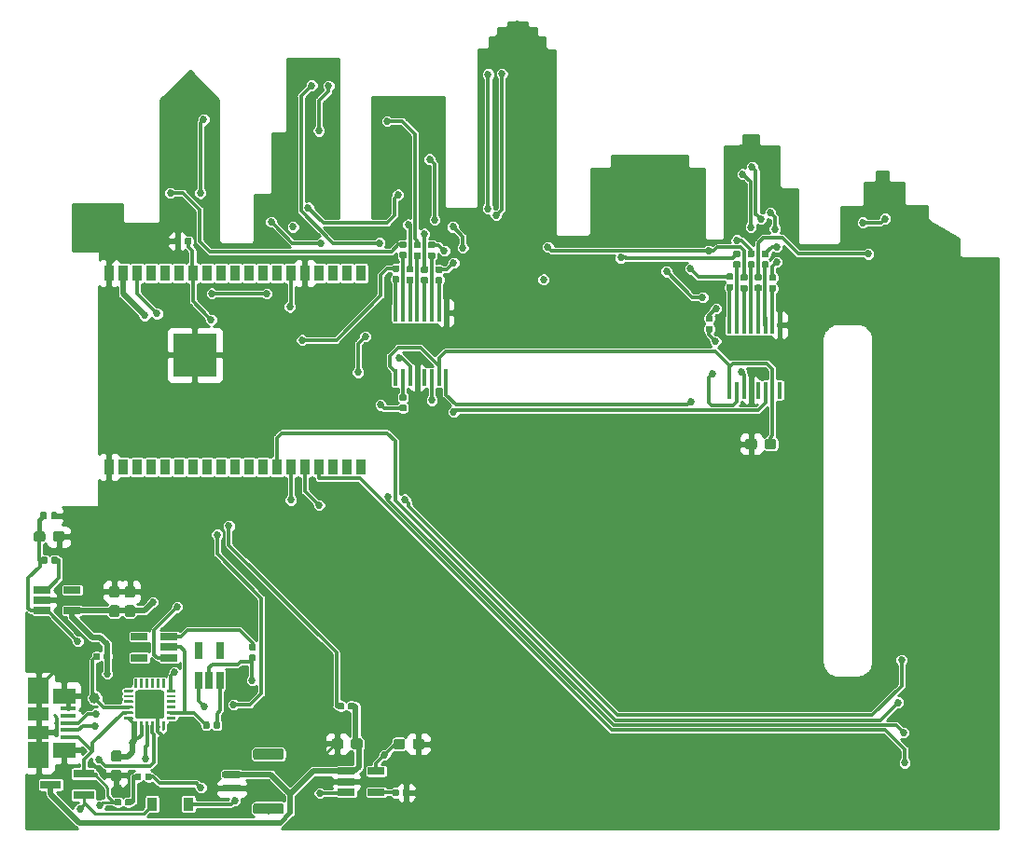
<source format=gbr>
G04 #@! TF.GenerationSoftware,KiCad,Pcbnew,(5.0.1)-4*
G04 #@! TF.CreationDate,2019-01-18T18:09:54-05:00*
G04 #@! TF.ProjectId,GSRT Badge,475352542042616467652E6B69636164,rev?*
G04 #@! TF.SameCoordinates,Original*
G04 #@! TF.FileFunction,Copper,L2,Bot,Signal*
G04 #@! TF.FilePolarity,Positive*
%FSLAX46Y46*%
G04 Gerber Fmt 4.6, Leading zero omitted, Abs format (unit mm)*
G04 Created by KiCad (PCBNEW (5.0.1)-4) date 1/18/2019 6:09:54 PM*
%MOMM*%
%LPD*%
G01*
G04 APERTURE LIST*
G04 #@! TA.AperFunction,Conductor*
%ADD10C,0.100000*%
G04 #@! TD*
G04 #@! TA.AperFunction,SMDPad,CuDef*
%ADD11C,1.000000*%
G04 #@! TD*
G04 #@! TA.AperFunction,SMDPad,CuDef*
%ADD12C,0.600000*%
G04 #@! TD*
G04 #@! TA.AperFunction,SMDPad,CuDef*
%ADD13C,0.590000*%
G04 #@! TD*
G04 #@! TA.AperFunction,SMDPad,CuDef*
%ADD14C,0.950000*%
G04 #@! TD*
G04 #@! TA.AperFunction,SMDPad,CuDef*
%ADD15R,0.450000X1.500000*%
G04 #@! TD*
G04 #@! TA.AperFunction,SMDPad,CuDef*
%ADD16R,4.000000X4.000000*%
G04 #@! TD*
G04 #@! TA.AperFunction,SMDPad,CuDef*
%ADD17R,0.930000X1.450000*%
G04 #@! TD*
G04 #@! TA.AperFunction,SMDPad,CuDef*
%ADD18R,0.900000X1.200000*%
G04 #@! TD*
G04 #@! TA.AperFunction,SMDPad,CuDef*
%ADD19R,1.900000X1.175000*%
G04 #@! TD*
G04 #@! TA.AperFunction,SMDPad,CuDef*
%ADD20R,1.900000X2.375000*%
G04 #@! TD*
G04 #@! TA.AperFunction,SMDPad,CuDef*
%ADD21R,2.100000X1.475000*%
G04 #@! TD*
G04 #@! TA.AperFunction,SMDPad,CuDef*
%ADD22R,1.380000X0.450000*%
G04 #@! TD*
G04 #@! TA.AperFunction,SMDPad,CuDef*
%ADD23C,0.250000*%
G04 #@! TD*
G04 #@! TA.AperFunction,SMDPad,CuDef*
%ADD24C,2.600000*%
G04 #@! TD*
G04 #@! TA.AperFunction,SMDPad,CuDef*
%ADD25R,1.560000X0.650000*%
G04 #@! TD*
G04 #@! TA.AperFunction,SMDPad,CuDef*
%ADD26R,0.650000X1.560000*%
G04 #@! TD*
G04 #@! TA.AperFunction,SMDPad,CuDef*
%ADD27R,1.900000X0.800000*%
G04 #@! TD*
G04 #@! TA.AperFunction,ViaPad*
%ADD28C,0.685800*%
G04 #@! TD*
G04 #@! TA.AperFunction,ViaPad*
%ADD29C,1.000000*%
G04 #@! TD*
G04 #@! TA.AperFunction,Conductor*
%ADD30C,0.300000*%
G04 #@! TD*
G04 #@! TA.AperFunction,Conductor*
%ADD31C,0.250000*%
G04 #@! TD*
G04 #@! TA.AperFunction,Conductor*
%ADD32C,0.450000*%
G04 #@! TD*
G04 #@! TA.AperFunction,Conductor*
%ADD33C,0.510000*%
G04 #@! TD*
G04 #@! TA.AperFunction,Conductor*
%ADD34C,0.254000*%
G04 #@! TD*
G04 APERTURE END LIST*
D10*
G04 #@! TO.N,N/C*
G04 #@! TO.C,J2*
G36*
X64179204Y-162597604D02*
X64203473Y-162601204D01*
X64227271Y-162607165D01*
X64250371Y-162615430D01*
X64272549Y-162625920D01*
X64293593Y-162638533D01*
X64313298Y-162653147D01*
X64331477Y-162669623D01*
X64347953Y-162687802D01*
X64362567Y-162707507D01*
X64375180Y-162728551D01*
X64385670Y-162750729D01*
X64393935Y-162773829D01*
X64399896Y-162797627D01*
X64403496Y-162821896D01*
X64404700Y-162846400D01*
X64404700Y-163346400D01*
X64403496Y-163370904D01*
X64399896Y-163395173D01*
X64393935Y-163418971D01*
X64385670Y-163442071D01*
X64375180Y-163464249D01*
X64362567Y-163485293D01*
X64347953Y-163504998D01*
X64331477Y-163523177D01*
X64313298Y-163539653D01*
X64293593Y-163554267D01*
X64272549Y-163566880D01*
X64250371Y-163577370D01*
X64227271Y-163585635D01*
X64203473Y-163591596D01*
X64179204Y-163595196D01*
X64154700Y-163596400D01*
X61854700Y-163596400D01*
X61830196Y-163595196D01*
X61805927Y-163591596D01*
X61782129Y-163585635D01*
X61759029Y-163577370D01*
X61736851Y-163566880D01*
X61715807Y-163554267D01*
X61696102Y-163539653D01*
X61677923Y-163523177D01*
X61661447Y-163504998D01*
X61646833Y-163485293D01*
X61634220Y-163464249D01*
X61623730Y-163442071D01*
X61615465Y-163418971D01*
X61609504Y-163395173D01*
X61605904Y-163370904D01*
X61604700Y-163346400D01*
X61604700Y-162846400D01*
X61605904Y-162821896D01*
X61609504Y-162797627D01*
X61615465Y-162773829D01*
X61623730Y-162750729D01*
X61634220Y-162728551D01*
X61646833Y-162707507D01*
X61661447Y-162687802D01*
X61677923Y-162669623D01*
X61696102Y-162653147D01*
X61715807Y-162638533D01*
X61736851Y-162625920D01*
X61759029Y-162615430D01*
X61782129Y-162607165D01*
X61805927Y-162601204D01*
X61830196Y-162597604D01*
X61854700Y-162596400D01*
X64154700Y-162596400D01*
X64179204Y-162597604D01*
X64179204Y-162597604D01*
G37*
D11*
G04 #@! TD*
G04 #@! TO.P,J2,MP*
G04 #@! TO.N,N/C*
X63004700Y-163096400D03*
D10*
G04 #@! TO.N,N/C*
G04 #@! TO.C,J2*
G36*
X64179204Y-167547604D02*
X64203473Y-167551204D01*
X64227271Y-167557165D01*
X64250371Y-167565430D01*
X64272549Y-167575920D01*
X64293593Y-167588533D01*
X64313298Y-167603147D01*
X64331477Y-167619623D01*
X64347953Y-167637802D01*
X64362567Y-167657507D01*
X64375180Y-167678551D01*
X64385670Y-167700729D01*
X64393935Y-167723829D01*
X64399896Y-167747627D01*
X64403496Y-167771896D01*
X64404700Y-167796400D01*
X64404700Y-168296400D01*
X64403496Y-168320904D01*
X64399896Y-168345173D01*
X64393935Y-168368971D01*
X64385670Y-168392071D01*
X64375180Y-168414249D01*
X64362567Y-168435293D01*
X64347953Y-168454998D01*
X64331477Y-168473177D01*
X64313298Y-168489653D01*
X64293593Y-168504267D01*
X64272549Y-168516880D01*
X64250371Y-168527370D01*
X64227271Y-168535635D01*
X64203473Y-168541596D01*
X64179204Y-168545196D01*
X64154700Y-168546400D01*
X61854700Y-168546400D01*
X61830196Y-168545196D01*
X61805927Y-168541596D01*
X61782129Y-168535635D01*
X61759029Y-168527370D01*
X61736851Y-168516880D01*
X61715807Y-168504267D01*
X61696102Y-168489653D01*
X61677923Y-168473177D01*
X61661447Y-168454998D01*
X61646833Y-168435293D01*
X61634220Y-168414249D01*
X61623730Y-168392071D01*
X61615465Y-168368971D01*
X61609504Y-168345173D01*
X61605904Y-168320904D01*
X61604700Y-168296400D01*
X61604700Y-167796400D01*
X61605904Y-167771896D01*
X61609504Y-167747627D01*
X61615465Y-167723829D01*
X61623730Y-167700729D01*
X61634220Y-167678551D01*
X61646833Y-167657507D01*
X61661447Y-167637802D01*
X61677923Y-167619623D01*
X61696102Y-167603147D01*
X61715807Y-167588533D01*
X61736851Y-167575920D01*
X61759029Y-167565430D01*
X61782129Y-167557165D01*
X61805927Y-167551204D01*
X61830196Y-167547604D01*
X61854700Y-167546400D01*
X64154700Y-167546400D01*
X64179204Y-167547604D01*
X64179204Y-167547604D01*
G37*
D11*
G04 #@! TD*
G04 #@! TO.P,J2,MP*
G04 #@! TO.N,N/C*
X63004700Y-168046400D03*
D10*
G04 #@! TO.N,VBAT*
G04 #@! TO.C,J2*
G36*
X60369403Y-164647122D02*
X60383964Y-164649282D01*
X60398243Y-164652859D01*
X60412103Y-164657818D01*
X60425410Y-164664112D01*
X60438036Y-164671680D01*
X60449859Y-164680448D01*
X60460766Y-164690334D01*
X60470652Y-164701241D01*
X60479420Y-164713064D01*
X60486988Y-164725690D01*
X60493282Y-164738997D01*
X60498241Y-164752857D01*
X60501818Y-164767136D01*
X60503978Y-164781697D01*
X60504700Y-164796400D01*
X60504700Y-165096400D01*
X60503978Y-165111103D01*
X60501818Y-165125664D01*
X60498241Y-165139943D01*
X60493282Y-165153803D01*
X60486988Y-165167110D01*
X60479420Y-165179736D01*
X60470652Y-165191559D01*
X60460766Y-165202466D01*
X60449859Y-165212352D01*
X60438036Y-165221120D01*
X60425410Y-165228688D01*
X60412103Y-165234982D01*
X60398243Y-165239941D01*
X60383964Y-165243518D01*
X60369403Y-165245678D01*
X60354700Y-165246400D01*
X58954700Y-165246400D01*
X58939997Y-165245678D01*
X58925436Y-165243518D01*
X58911157Y-165239941D01*
X58897297Y-165234982D01*
X58883990Y-165228688D01*
X58871364Y-165221120D01*
X58859541Y-165212352D01*
X58848634Y-165202466D01*
X58838748Y-165191559D01*
X58829980Y-165179736D01*
X58822412Y-165167110D01*
X58816118Y-165153803D01*
X58811159Y-165139943D01*
X58807582Y-165125664D01*
X58805422Y-165111103D01*
X58804700Y-165096400D01*
X58804700Y-164796400D01*
X58805422Y-164781697D01*
X58807582Y-164767136D01*
X58811159Y-164752857D01*
X58816118Y-164738997D01*
X58822412Y-164725690D01*
X58829980Y-164713064D01*
X58838748Y-164701241D01*
X58848634Y-164690334D01*
X58859541Y-164680448D01*
X58871364Y-164671680D01*
X58883990Y-164664112D01*
X58897297Y-164657818D01*
X58911157Y-164652859D01*
X58925436Y-164649282D01*
X58939997Y-164647122D01*
X58954700Y-164646400D01*
X60354700Y-164646400D01*
X60369403Y-164647122D01*
X60369403Y-164647122D01*
G37*
D12*
G04 #@! TD*
G04 #@! TO.P,J2,2*
G04 #@! TO.N,VBAT*
X59654700Y-164946400D03*
D10*
G04 #@! TO.N,GND*
G04 #@! TO.C,J2*
G36*
X60369403Y-165897122D02*
X60383964Y-165899282D01*
X60398243Y-165902859D01*
X60412103Y-165907818D01*
X60425410Y-165914112D01*
X60438036Y-165921680D01*
X60449859Y-165930448D01*
X60460766Y-165940334D01*
X60470652Y-165951241D01*
X60479420Y-165963064D01*
X60486988Y-165975690D01*
X60493282Y-165988997D01*
X60498241Y-166002857D01*
X60501818Y-166017136D01*
X60503978Y-166031697D01*
X60504700Y-166046400D01*
X60504700Y-166346400D01*
X60503978Y-166361103D01*
X60501818Y-166375664D01*
X60498241Y-166389943D01*
X60493282Y-166403803D01*
X60486988Y-166417110D01*
X60479420Y-166429736D01*
X60470652Y-166441559D01*
X60460766Y-166452466D01*
X60449859Y-166462352D01*
X60438036Y-166471120D01*
X60425410Y-166478688D01*
X60412103Y-166484982D01*
X60398243Y-166489941D01*
X60383964Y-166493518D01*
X60369403Y-166495678D01*
X60354700Y-166496400D01*
X58954700Y-166496400D01*
X58939997Y-166495678D01*
X58925436Y-166493518D01*
X58911157Y-166489941D01*
X58897297Y-166484982D01*
X58883990Y-166478688D01*
X58871364Y-166471120D01*
X58859541Y-166462352D01*
X58848634Y-166452466D01*
X58838748Y-166441559D01*
X58829980Y-166429736D01*
X58822412Y-166417110D01*
X58816118Y-166403803D01*
X58811159Y-166389943D01*
X58807582Y-166375664D01*
X58805422Y-166361103D01*
X58804700Y-166346400D01*
X58804700Y-166046400D01*
X58805422Y-166031697D01*
X58807582Y-166017136D01*
X58811159Y-166002857D01*
X58816118Y-165988997D01*
X58822412Y-165975690D01*
X58829980Y-165963064D01*
X58838748Y-165951241D01*
X58848634Y-165940334D01*
X58859541Y-165930448D01*
X58871364Y-165921680D01*
X58883990Y-165914112D01*
X58897297Y-165907818D01*
X58911157Y-165902859D01*
X58925436Y-165899282D01*
X58939997Y-165897122D01*
X58954700Y-165896400D01*
X60354700Y-165896400D01*
X60369403Y-165897122D01*
X60369403Y-165897122D01*
G37*
D12*
G04 #@! TD*
G04 #@! TO.P,J2,1*
G04 #@! TO.N,GND*
X59654700Y-166196400D03*
D10*
G04 #@! TO.N,Net-(R21-Pad1)*
G04 #@! TO.C,R21*
G36*
X106373558Y-120470310D02*
X106387876Y-120472434D01*
X106401917Y-120475951D01*
X106415546Y-120480828D01*
X106428631Y-120487017D01*
X106441047Y-120494458D01*
X106452673Y-120503081D01*
X106463398Y-120512802D01*
X106473119Y-120523527D01*
X106481742Y-120535153D01*
X106489183Y-120547569D01*
X106495372Y-120560654D01*
X106500249Y-120574283D01*
X106503766Y-120588324D01*
X106505890Y-120602642D01*
X106506600Y-120617100D01*
X106506600Y-120912100D01*
X106505890Y-120926558D01*
X106503766Y-120940876D01*
X106500249Y-120954917D01*
X106495372Y-120968546D01*
X106489183Y-120981631D01*
X106481742Y-120994047D01*
X106473119Y-121005673D01*
X106463398Y-121016398D01*
X106452673Y-121026119D01*
X106441047Y-121034742D01*
X106428631Y-121042183D01*
X106415546Y-121048372D01*
X106401917Y-121053249D01*
X106387876Y-121056766D01*
X106373558Y-121058890D01*
X106359100Y-121059600D01*
X106014100Y-121059600D01*
X105999642Y-121058890D01*
X105985324Y-121056766D01*
X105971283Y-121053249D01*
X105957654Y-121048372D01*
X105944569Y-121042183D01*
X105932153Y-121034742D01*
X105920527Y-121026119D01*
X105909802Y-121016398D01*
X105900081Y-121005673D01*
X105891458Y-120994047D01*
X105884017Y-120981631D01*
X105877828Y-120968546D01*
X105872951Y-120954917D01*
X105869434Y-120940876D01*
X105867310Y-120926558D01*
X105866600Y-120912100D01*
X105866600Y-120617100D01*
X105867310Y-120602642D01*
X105869434Y-120588324D01*
X105872951Y-120574283D01*
X105877828Y-120560654D01*
X105884017Y-120547569D01*
X105891458Y-120535153D01*
X105900081Y-120523527D01*
X105909802Y-120512802D01*
X105920527Y-120503081D01*
X105932153Y-120494458D01*
X105944569Y-120487017D01*
X105957654Y-120480828D01*
X105971283Y-120475951D01*
X105985324Y-120472434D01*
X105999642Y-120470310D01*
X106014100Y-120469600D01*
X106359100Y-120469600D01*
X106373558Y-120470310D01*
X106373558Y-120470310D01*
G37*
D13*
G04 #@! TD*
G04 #@! TO.P,R21,1*
G04 #@! TO.N,Net-(R21-Pad1)*
X106186600Y-120764600D03*
D10*
G04 #@! TO.N,Net-(D14-Pad2)*
G04 #@! TO.C,R21*
G36*
X106373558Y-119500310D02*
X106387876Y-119502434D01*
X106401917Y-119505951D01*
X106415546Y-119510828D01*
X106428631Y-119517017D01*
X106441047Y-119524458D01*
X106452673Y-119533081D01*
X106463398Y-119542802D01*
X106473119Y-119553527D01*
X106481742Y-119565153D01*
X106489183Y-119577569D01*
X106495372Y-119590654D01*
X106500249Y-119604283D01*
X106503766Y-119618324D01*
X106505890Y-119632642D01*
X106506600Y-119647100D01*
X106506600Y-119942100D01*
X106505890Y-119956558D01*
X106503766Y-119970876D01*
X106500249Y-119984917D01*
X106495372Y-119998546D01*
X106489183Y-120011631D01*
X106481742Y-120024047D01*
X106473119Y-120035673D01*
X106463398Y-120046398D01*
X106452673Y-120056119D01*
X106441047Y-120064742D01*
X106428631Y-120072183D01*
X106415546Y-120078372D01*
X106401917Y-120083249D01*
X106387876Y-120086766D01*
X106373558Y-120088890D01*
X106359100Y-120089600D01*
X106014100Y-120089600D01*
X105999642Y-120088890D01*
X105985324Y-120086766D01*
X105971283Y-120083249D01*
X105957654Y-120078372D01*
X105944569Y-120072183D01*
X105932153Y-120064742D01*
X105920527Y-120056119D01*
X105909802Y-120046398D01*
X105900081Y-120035673D01*
X105891458Y-120024047D01*
X105884017Y-120011631D01*
X105877828Y-119998546D01*
X105872951Y-119984917D01*
X105869434Y-119970876D01*
X105867310Y-119956558D01*
X105866600Y-119942100D01*
X105866600Y-119647100D01*
X105867310Y-119632642D01*
X105869434Y-119618324D01*
X105872951Y-119604283D01*
X105877828Y-119590654D01*
X105884017Y-119577569D01*
X105891458Y-119565153D01*
X105900081Y-119553527D01*
X105909802Y-119542802D01*
X105920527Y-119533081D01*
X105932153Y-119524458D01*
X105944569Y-119517017D01*
X105957654Y-119510828D01*
X105971283Y-119505951D01*
X105985324Y-119502434D01*
X105999642Y-119500310D01*
X106014100Y-119499600D01*
X106359100Y-119499600D01*
X106373558Y-119500310D01*
X106373558Y-119500310D01*
G37*
D13*
G04 #@! TD*
G04 #@! TO.P,R21,2*
G04 #@! TO.N,Net-(D14-Pad2)*
X106186600Y-119794600D03*
D10*
G04 #@! TO.N,GND*
G04 #@! TO.C,C1*
G36*
X49267539Y-147823504D02*
X49290594Y-147826923D01*
X49313203Y-147832587D01*
X49335147Y-147840439D01*
X49356217Y-147850404D01*
X49376208Y-147862386D01*
X49394928Y-147876270D01*
X49412198Y-147891922D01*
X49427850Y-147909192D01*
X49441734Y-147927912D01*
X49453716Y-147947903D01*
X49463681Y-147968973D01*
X49471533Y-147990917D01*
X49477197Y-148013526D01*
X49480616Y-148036581D01*
X49481760Y-148059860D01*
X49481760Y-148634860D01*
X49480616Y-148658139D01*
X49477197Y-148681194D01*
X49471533Y-148703803D01*
X49463681Y-148725747D01*
X49453716Y-148746817D01*
X49441734Y-148766808D01*
X49427850Y-148785528D01*
X49412198Y-148802798D01*
X49394928Y-148818450D01*
X49376208Y-148832334D01*
X49356217Y-148844316D01*
X49335147Y-148854281D01*
X49313203Y-148862133D01*
X49290594Y-148867797D01*
X49267539Y-148871216D01*
X49244260Y-148872360D01*
X48769260Y-148872360D01*
X48745981Y-148871216D01*
X48722926Y-148867797D01*
X48700317Y-148862133D01*
X48678373Y-148854281D01*
X48657303Y-148844316D01*
X48637312Y-148832334D01*
X48618592Y-148818450D01*
X48601322Y-148802798D01*
X48585670Y-148785528D01*
X48571786Y-148766808D01*
X48559804Y-148746817D01*
X48549839Y-148725747D01*
X48541987Y-148703803D01*
X48536323Y-148681194D01*
X48532904Y-148658139D01*
X48531760Y-148634860D01*
X48531760Y-148059860D01*
X48532904Y-148036581D01*
X48536323Y-148013526D01*
X48541987Y-147990917D01*
X48549839Y-147968973D01*
X48559804Y-147947903D01*
X48571786Y-147927912D01*
X48585670Y-147909192D01*
X48601322Y-147891922D01*
X48618592Y-147876270D01*
X48637312Y-147862386D01*
X48657303Y-147850404D01*
X48678373Y-147840439D01*
X48700317Y-147832587D01*
X48722926Y-147826923D01*
X48745981Y-147823504D01*
X48769260Y-147822360D01*
X49244260Y-147822360D01*
X49267539Y-147823504D01*
X49267539Y-147823504D01*
G37*
D14*
G04 #@! TD*
G04 #@! TO.P,C1,2*
G04 #@! TO.N,GND*
X49006760Y-148347360D03*
D10*
G04 #@! TO.N,+3.3VA*
G04 #@! TO.C,C1*
G36*
X49267539Y-149573504D02*
X49290594Y-149576923D01*
X49313203Y-149582587D01*
X49335147Y-149590439D01*
X49356217Y-149600404D01*
X49376208Y-149612386D01*
X49394928Y-149626270D01*
X49412198Y-149641922D01*
X49427850Y-149659192D01*
X49441734Y-149677912D01*
X49453716Y-149697903D01*
X49463681Y-149718973D01*
X49471533Y-149740917D01*
X49477197Y-149763526D01*
X49480616Y-149786581D01*
X49481760Y-149809860D01*
X49481760Y-150384860D01*
X49480616Y-150408139D01*
X49477197Y-150431194D01*
X49471533Y-150453803D01*
X49463681Y-150475747D01*
X49453716Y-150496817D01*
X49441734Y-150516808D01*
X49427850Y-150535528D01*
X49412198Y-150552798D01*
X49394928Y-150568450D01*
X49376208Y-150582334D01*
X49356217Y-150594316D01*
X49335147Y-150604281D01*
X49313203Y-150612133D01*
X49290594Y-150617797D01*
X49267539Y-150621216D01*
X49244260Y-150622360D01*
X48769260Y-150622360D01*
X48745981Y-150621216D01*
X48722926Y-150617797D01*
X48700317Y-150612133D01*
X48678373Y-150604281D01*
X48657303Y-150594316D01*
X48637312Y-150582334D01*
X48618592Y-150568450D01*
X48601322Y-150552798D01*
X48585670Y-150535528D01*
X48571786Y-150516808D01*
X48559804Y-150496817D01*
X48549839Y-150475747D01*
X48541987Y-150453803D01*
X48536323Y-150431194D01*
X48532904Y-150408139D01*
X48531760Y-150384860D01*
X48531760Y-149809860D01*
X48532904Y-149786581D01*
X48536323Y-149763526D01*
X48541987Y-149740917D01*
X48549839Y-149718973D01*
X48559804Y-149697903D01*
X48571786Y-149677912D01*
X48585670Y-149659192D01*
X48601322Y-149641922D01*
X48618592Y-149626270D01*
X48637312Y-149612386D01*
X48657303Y-149600404D01*
X48678373Y-149590439D01*
X48700317Y-149582587D01*
X48722926Y-149576923D01*
X48745981Y-149573504D01*
X48769260Y-149572360D01*
X49244260Y-149572360D01*
X49267539Y-149573504D01*
X49267539Y-149573504D01*
G37*
D14*
G04 #@! TD*
G04 #@! TO.P,C1,1*
G04 #@! TO.N,+3.3VA*
X49006760Y-150097360D03*
D10*
G04 #@! TO.N,Net-(C2-Pad1)*
G04 #@! TO.C,C2*
G36*
X42525579Y-142858344D02*
X42548634Y-142861763D01*
X42571243Y-142867427D01*
X42593187Y-142875279D01*
X42614257Y-142885244D01*
X42634248Y-142897226D01*
X42652968Y-142911110D01*
X42670238Y-142926762D01*
X42685890Y-142944032D01*
X42699774Y-142962752D01*
X42711756Y-142982743D01*
X42721721Y-143003813D01*
X42729573Y-143025757D01*
X42735237Y-143048366D01*
X42738656Y-143071421D01*
X42739800Y-143094700D01*
X42739800Y-143569700D01*
X42738656Y-143592979D01*
X42735237Y-143616034D01*
X42729573Y-143638643D01*
X42721721Y-143660587D01*
X42711756Y-143681657D01*
X42699774Y-143701648D01*
X42685890Y-143720368D01*
X42670238Y-143737638D01*
X42652968Y-143753290D01*
X42634248Y-143767174D01*
X42614257Y-143779156D01*
X42593187Y-143789121D01*
X42571243Y-143796973D01*
X42548634Y-143802637D01*
X42525579Y-143806056D01*
X42502300Y-143807200D01*
X41927300Y-143807200D01*
X41904021Y-143806056D01*
X41880966Y-143802637D01*
X41858357Y-143796973D01*
X41836413Y-143789121D01*
X41815343Y-143779156D01*
X41795352Y-143767174D01*
X41776632Y-143753290D01*
X41759362Y-143737638D01*
X41743710Y-143720368D01*
X41729826Y-143701648D01*
X41717844Y-143681657D01*
X41707879Y-143660587D01*
X41700027Y-143638643D01*
X41694363Y-143616034D01*
X41690944Y-143592979D01*
X41689800Y-143569700D01*
X41689800Y-143094700D01*
X41690944Y-143071421D01*
X41694363Y-143048366D01*
X41700027Y-143025757D01*
X41707879Y-143003813D01*
X41717844Y-142982743D01*
X41729826Y-142962752D01*
X41743710Y-142944032D01*
X41759362Y-142926762D01*
X41776632Y-142911110D01*
X41795352Y-142897226D01*
X41815343Y-142885244D01*
X41836413Y-142875279D01*
X41858357Y-142867427D01*
X41880966Y-142861763D01*
X41904021Y-142858344D01*
X41927300Y-142857200D01*
X42502300Y-142857200D01*
X42525579Y-142858344D01*
X42525579Y-142858344D01*
G37*
D14*
G04 #@! TD*
G04 #@! TO.P,C2,1*
G04 #@! TO.N,Net-(C2-Pad1)*
X42214800Y-143332200D03*
D10*
G04 #@! TO.N,GND*
G04 #@! TO.C,C2*
G36*
X44275579Y-142858344D02*
X44298634Y-142861763D01*
X44321243Y-142867427D01*
X44343187Y-142875279D01*
X44364257Y-142885244D01*
X44384248Y-142897226D01*
X44402968Y-142911110D01*
X44420238Y-142926762D01*
X44435890Y-142944032D01*
X44449774Y-142962752D01*
X44461756Y-142982743D01*
X44471721Y-143003813D01*
X44479573Y-143025757D01*
X44485237Y-143048366D01*
X44488656Y-143071421D01*
X44489800Y-143094700D01*
X44489800Y-143569700D01*
X44488656Y-143592979D01*
X44485237Y-143616034D01*
X44479573Y-143638643D01*
X44471721Y-143660587D01*
X44461756Y-143681657D01*
X44449774Y-143701648D01*
X44435890Y-143720368D01*
X44420238Y-143737638D01*
X44402968Y-143753290D01*
X44384248Y-143767174D01*
X44364257Y-143779156D01*
X44343187Y-143789121D01*
X44321243Y-143796973D01*
X44298634Y-143802637D01*
X44275579Y-143806056D01*
X44252300Y-143807200D01*
X43677300Y-143807200D01*
X43654021Y-143806056D01*
X43630966Y-143802637D01*
X43608357Y-143796973D01*
X43586413Y-143789121D01*
X43565343Y-143779156D01*
X43545352Y-143767174D01*
X43526632Y-143753290D01*
X43509362Y-143737638D01*
X43493710Y-143720368D01*
X43479826Y-143701648D01*
X43467844Y-143681657D01*
X43457879Y-143660587D01*
X43450027Y-143638643D01*
X43444363Y-143616034D01*
X43440944Y-143592979D01*
X43439800Y-143569700D01*
X43439800Y-143094700D01*
X43440944Y-143071421D01*
X43444363Y-143048366D01*
X43450027Y-143025757D01*
X43457879Y-143003813D01*
X43467844Y-142982743D01*
X43479826Y-142962752D01*
X43493710Y-142944032D01*
X43509362Y-142926762D01*
X43526632Y-142911110D01*
X43545352Y-142897226D01*
X43565343Y-142885244D01*
X43586413Y-142875279D01*
X43608357Y-142867427D01*
X43630966Y-142861763D01*
X43654021Y-142858344D01*
X43677300Y-142857200D01*
X44252300Y-142857200D01*
X44275579Y-142858344D01*
X44275579Y-142858344D01*
G37*
D14*
G04 #@! TD*
G04 #@! TO.P,C2,2*
G04 #@! TO.N,GND*
X43964800Y-143332200D03*
D10*
G04 #@! TO.N,GND*
G04 #@! TO.C,C3*
G36*
X49450419Y-164503624D02*
X49473474Y-164507043D01*
X49496083Y-164512707D01*
X49518027Y-164520559D01*
X49539097Y-164530524D01*
X49559088Y-164542506D01*
X49577808Y-164556390D01*
X49595078Y-164572042D01*
X49610730Y-164589312D01*
X49624614Y-164608032D01*
X49636596Y-164628023D01*
X49646561Y-164649093D01*
X49654413Y-164671037D01*
X49660077Y-164693646D01*
X49663496Y-164716701D01*
X49664640Y-164739980D01*
X49664640Y-165314980D01*
X49663496Y-165338259D01*
X49660077Y-165361314D01*
X49654413Y-165383923D01*
X49646561Y-165405867D01*
X49636596Y-165426937D01*
X49624614Y-165446928D01*
X49610730Y-165465648D01*
X49595078Y-165482918D01*
X49577808Y-165498570D01*
X49559088Y-165512454D01*
X49539097Y-165524436D01*
X49518027Y-165534401D01*
X49496083Y-165542253D01*
X49473474Y-165547917D01*
X49450419Y-165551336D01*
X49427140Y-165552480D01*
X48952140Y-165552480D01*
X48928861Y-165551336D01*
X48905806Y-165547917D01*
X48883197Y-165542253D01*
X48861253Y-165534401D01*
X48840183Y-165524436D01*
X48820192Y-165512454D01*
X48801472Y-165498570D01*
X48784202Y-165482918D01*
X48768550Y-165465648D01*
X48754666Y-165446928D01*
X48742684Y-165426937D01*
X48732719Y-165405867D01*
X48724867Y-165383923D01*
X48719203Y-165361314D01*
X48715784Y-165338259D01*
X48714640Y-165314980D01*
X48714640Y-164739980D01*
X48715784Y-164716701D01*
X48719203Y-164693646D01*
X48724867Y-164671037D01*
X48732719Y-164649093D01*
X48742684Y-164628023D01*
X48754666Y-164608032D01*
X48768550Y-164589312D01*
X48784202Y-164572042D01*
X48801472Y-164556390D01*
X48820192Y-164542506D01*
X48840183Y-164530524D01*
X48861253Y-164520559D01*
X48883197Y-164512707D01*
X48905806Y-164507043D01*
X48928861Y-164503624D01*
X48952140Y-164502480D01*
X49427140Y-164502480D01*
X49450419Y-164503624D01*
X49450419Y-164503624D01*
G37*
D14*
G04 #@! TD*
G04 #@! TO.P,C3,2*
G04 #@! TO.N,GND*
X49189640Y-165027480D03*
D10*
G04 #@! TO.N,+3.3VA*
G04 #@! TO.C,C3*
G36*
X49450419Y-162753624D02*
X49473474Y-162757043D01*
X49496083Y-162762707D01*
X49518027Y-162770559D01*
X49539097Y-162780524D01*
X49559088Y-162792506D01*
X49577808Y-162806390D01*
X49595078Y-162822042D01*
X49610730Y-162839312D01*
X49624614Y-162858032D01*
X49636596Y-162878023D01*
X49646561Y-162899093D01*
X49654413Y-162921037D01*
X49660077Y-162943646D01*
X49663496Y-162966701D01*
X49664640Y-162989980D01*
X49664640Y-163564980D01*
X49663496Y-163588259D01*
X49660077Y-163611314D01*
X49654413Y-163633923D01*
X49646561Y-163655867D01*
X49636596Y-163676937D01*
X49624614Y-163696928D01*
X49610730Y-163715648D01*
X49595078Y-163732918D01*
X49577808Y-163748570D01*
X49559088Y-163762454D01*
X49539097Y-163774436D01*
X49518027Y-163784401D01*
X49496083Y-163792253D01*
X49473474Y-163797917D01*
X49450419Y-163801336D01*
X49427140Y-163802480D01*
X48952140Y-163802480D01*
X48928861Y-163801336D01*
X48905806Y-163797917D01*
X48883197Y-163792253D01*
X48861253Y-163784401D01*
X48840183Y-163774436D01*
X48820192Y-163762454D01*
X48801472Y-163748570D01*
X48784202Y-163732918D01*
X48768550Y-163715648D01*
X48754666Y-163696928D01*
X48742684Y-163676937D01*
X48732719Y-163655867D01*
X48724867Y-163633923D01*
X48719203Y-163611314D01*
X48715784Y-163588259D01*
X48714640Y-163564980D01*
X48714640Y-162989980D01*
X48715784Y-162966701D01*
X48719203Y-162943646D01*
X48724867Y-162921037D01*
X48732719Y-162899093D01*
X48742684Y-162878023D01*
X48754666Y-162858032D01*
X48768550Y-162839312D01*
X48784202Y-162822042D01*
X48801472Y-162806390D01*
X48820192Y-162792506D01*
X48840183Y-162780524D01*
X48861253Y-162770559D01*
X48883197Y-162762707D01*
X48905806Y-162757043D01*
X48928861Y-162753624D01*
X48952140Y-162752480D01*
X49427140Y-162752480D01*
X49450419Y-162753624D01*
X49450419Y-162753624D01*
G37*
D14*
G04 #@! TD*
G04 #@! TO.P,C3,1*
G04 #@! TO.N,+3.3VA*
X49189640Y-163277480D03*
D10*
G04 #@! TO.N,+3.3VA*
G04 #@! TO.C,C4*
G36*
X50679779Y-149577444D02*
X50702834Y-149580863D01*
X50725443Y-149586527D01*
X50747387Y-149594379D01*
X50768457Y-149604344D01*
X50788448Y-149616326D01*
X50807168Y-149630210D01*
X50824438Y-149645862D01*
X50840090Y-149663132D01*
X50853974Y-149681852D01*
X50865956Y-149701843D01*
X50875921Y-149722913D01*
X50883773Y-149744857D01*
X50889437Y-149767466D01*
X50892856Y-149790521D01*
X50894000Y-149813800D01*
X50894000Y-150388800D01*
X50892856Y-150412079D01*
X50889437Y-150435134D01*
X50883773Y-150457743D01*
X50875921Y-150479687D01*
X50865956Y-150500757D01*
X50853974Y-150520748D01*
X50840090Y-150539468D01*
X50824438Y-150556738D01*
X50807168Y-150572390D01*
X50788448Y-150586274D01*
X50768457Y-150598256D01*
X50747387Y-150608221D01*
X50725443Y-150616073D01*
X50702834Y-150621737D01*
X50679779Y-150625156D01*
X50656500Y-150626300D01*
X50181500Y-150626300D01*
X50158221Y-150625156D01*
X50135166Y-150621737D01*
X50112557Y-150616073D01*
X50090613Y-150608221D01*
X50069543Y-150598256D01*
X50049552Y-150586274D01*
X50030832Y-150572390D01*
X50013562Y-150556738D01*
X49997910Y-150539468D01*
X49984026Y-150520748D01*
X49972044Y-150500757D01*
X49962079Y-150479687D01*
X49954227Y-150457743D01*
X49948563Y-150435134D01*
X49945144Y-150412079D01*
X49944000Y-150388800D01*
X49944000Y-149813800D01*
X49945144Y-149790521D01*
X49948563Y-149767466D01*
X49954227Y-149744857D01*
X49962079Y-149722913D01*
X49972044Y-149701843D01*
X49984026Y-149681852D01*
X49997910Y-149663132D01*
X50013562Y-149645862D01*
X50030832Y-149630210D01*
X50049552Y-149616326D01*
X50069543Y-149604344D01*
X50090613Y-149594379D01*
X50112557Y-149586527D01*
X50135166Y-149580863D01*
X50158221Y-149577444D01*
X50181500Y-149576300D01*
X50656500Y-149576300D01*
X50679779Y-149577444D01*
X50679779Y-149577444D01*
G37*
D14*
G04 #@! TD*
G04 #@! TO.P,C4,1*
G04 #@! TO.N,+3.3VA*
X50419000Y-150101300D03*
D10*
G04 #@! TO.N,GND*
G04 #@! TO.C,C4*
G36*
X50679779Y-147827444D02*
X50702834Y-147830863D01*
X50725443Y-147836527D01*
X50747387Y-147844379D01*
X50768457Y-147854344D01*
X50788448Y-147866326D01*
X50807168Y-147880210D01*
X50824438Y-147895862D01*
X50840090Y-147913132D01*
X50853974Y-147931852D01*
X50865956Y-147951843D01*
X50875921Y-147972913D01*
X50883773Y-147994857D01*
X50889437Y-148017466D01*
X50892856Y-148040521D01*
X50894000Y-148063800D01*
X50894000Y-148638800D01*
X50892856Y-148662079D01*
X50889437Y-148685134D01*
X50883773Y-148707743D01*
X50875921Y-148729687D01*
X50865956Y-148750757D01*
X50853974Y-148770748D01*
X50840090Y-148789468D01*
X50824438Y-148806738D01*
X50807168Y-148822390D01*
X50788448Y-148836274D01*
X50768457Y-148848256D01*
X50747387Y-148858221D01*
X50725443Y-148866073D01*
X50702834Y-148871737D01*
X50679779Y-148875156D01*
X50656500Y-148876300D01*
X50181500Y-148876300D01*
X50158221Y-148875156D01*
X50135166Y-148871737D01*
X50112557Y-148866073D01*
X50090613Y-148858221D01*
X50069543Y-148848256D01*
X50049552Y-148836274D01*
X50030832Y-148822390D01*
X50013562Y-148806738D01*
X49997910Y-148789468D01*
X49984026Y-148770748D01*
X49972044Y-148750757D01*
X49962079Y-148729687D01*
X49954227Y-148707743D01*
X49948563Y-148685134D01*
X49945144Y-148662079D01*
X49944000Y-148638800D01*
X49944000Y-148063800D01*
X49945144Y-148040521D01*
X49948563Y-148017466D01*
X49954227Y-147994857D01*
X49962079Y-147972913D01*
X49972044Y-147951843D01*
X49984026Y-147931852D01*
X49997910Y-147913132D01*
X50013562Y-147895862D01*
X50030832Y-147880210D01*
X50049552Y-147866326D01*
X50069543Y-147854344D01*
X50090613Y-147844379D01*
X50112557Y-147836527D01*
X50135166Y-147830863D01*
X50158221Y-147827444D01*
X50181500Y-147826300D01*
X50656500Y-147826300D01*
X50679779Y-147827444D01*
X50679779Y-147827444D01*
G37*
D14*
G04 #@! TD*
G04 #@! TO.P,C4,2*
G04 #@! TO.N,GND*
X50419000Y-148351300D03*
D10*
G04 #@! TO.N,VBUS*
G04 #@! TO.C,C5*
G36*
X75192579Y-161705144D02*
X75215634Y-161708563D01*
X75238243Y-161714227D01*
X75260187Y-161722079D01*
X75281257Y-161732044D01*
X75301248Y-161744026D01*
X75319968Y-161757910D01*
X75337238Y-161773562D01*
X75352890Y-161790832D01*
X75366774Y-161809552D01*
X75378756Y-161829543D01*
X75388721Y-161850613D01*
X75396573Y-161872557D01*
X75402237Y-161895166D01*
X75405656Y-161918221D01*
X75406800Y-161941500D01*
X75406800Y-162416500D01*
X75405656Y-162439779D01*
X75402237Y-162462834D01*
X75396573Y-162485443D01*
X75388721Y-162507387D01*
X75378756Y-162528457D01*
X75366774Y-162548448D01*
X75352890Y-162567168D01*
X75337238Y-162584438D01*
X75319968Y-162600090D01*
X75301248Y-162613974D01*
X75281257Y-162625956D01*
X75260187Y-162635921D01*
X75238243Y-162643773D01*
X75215634Y-162649437D01*
X75192579Y-162652856D01*
X75169300Y-162654000D01*
X74594300Y-162654000D01*
X74571021Y-162652856D01*
X74547966Y-162649437D01*
X74525357Y-162643773D01*
X74503413Y-162635921D01*
X74482343Y-162625956D01*
X74462352Y-162613974D01*
X74443632Y-162600090D01*
X74426362Y-162584438D01*
X74410710Y-162567168D01*
X74396826Y-162548448D01*
X74384844Y-162528457D01*
X74374879Y-162507387D01*
X74367027Y-162485443D01*
X74361363Y-162462834D01*
X74357944Y-162439779D01*
X74356800Y-162416500D01*
X74356800Y-161941500D01*
X74357944Y-161918221D01*
X74361363Y-161895166D01*
X74367027Y-161872557D01*
X74374879Y-161850613D01*
X74384844Y-161829543D01*
X74396826Y-161809552D01*
X74410710Y-161790832D01*
X74426362Y-161773562D01*
X74443632Y-161757910D01*
X74462352Y-161744026D01*
X74482343Y-161732044D01*
X74503413Y-161722079D01*
X74525357Y-161714227D01*
X74547966Y-161708563D01*
X74571021Y-161705144D01*
X74594300Y-161704000D01*
X75169300Y-161704000D01*
X75192579Y-161705144D01*
X75192579Y-161705144D01*
G37*
D14*
G04 #@! TD*
G04 #@! TO.P,C5,2*
G04 #@! TO.N,VBUS*
X74881800Y-162179000D03*
D10*
G04 #@! TO.N,GND*
G04 #@! TO.C,C5*
G36*
X76942579Y-161705144D02*
X76965634Y-161708563D01*
X76988243Y-161714227D01*
X77010187Y-161722079D01*
X77031257Y-161732044D01*
X77051248Y-161744026D01*
X77069968Y-161757910D01*
X77087238Y-161773562D01*
X77102890Y-161790832D01*
X77116774Y-161809552D01*
X77128756Y-161829543D01*
X77138721Y-161850613D01*
X77146573Y-161872557D01*
X77152237Y-161895166D01*
X77155656Y-161918221D01*
X77156800Y-161941500D01*
X77156800Y-162416500D01*
X77155656Y-162439779D01*
X77152237Y-162462834D01*
X77146573Y-162485443D01*
X77138721Y-162507387D01*
X77128756Y-162528457D01*
X77116774Y-162548448D01*
X77102890Y-162567168D01*
X77087238Y-162584438D01*
X77069968Y-162600090D01*
X77051248Y-162613974D01*
X77031257Y-162625956D01*
X77010187Y-162635921D01*
X76988243Y-162643773D01*
X76965634Y-162649437D01*
X76942579Y-162652856D01*
X76919300Y-162654000D01*
X76344300Y-162654000D01*
X76321021Y-162652856D01*
X76297966Y-162649437D01*
X76275357Y-162643773D01*
X76253413Y-162635921D01*
X76232343Y-162625956D01*
X76212352Y-162613974D01*
X76193632Y-162600090D01*
X76176362Y-162584438D01*
X76160710Y-162567168D01*
X76146826Y-162548448D01*
X76134844Y-162528457D01*
X76124879Y-162507387D01*
X76117027Y-162485443D01*
X76111363Y-162462834D01*
X76107944Y-162439779D01*
X76106800Y-162416500D01*
X76106800Y-161941500D01*
X76107944Y-161918221D01*
X76111363Y-161895166D01*
X76117027Y-161872557D01*
X76124879Y-161850613D01*
X76134844Y-161829543D01*
X76146826Y-161809552D01*
X76160710Y-161790832D01*
X76176362Y-161773562D01*
X76193632Y-161757910D01*
X76212352Y-161744026D01*
X76232343Y-161732044D01*
X76253413Y-161722079D01*
X76275357Y-161714227D01*
X76297966Y-161708563D01*
X76321021Y-161705144D01*
X76344300Y-161704000D01*
X76919300Y-161704000D01*
X76942579Y-161705144D01*
X76942579Y-161705144D01*
G37*
D14*
G04 #@! TD*
G04 #@! TO.P,C5,1*
G04 #@! TO.N,GND*
X76631800Y-162179000D03*
D10*
G04 #@! TO.N,VBAT*
G04 #@! TO.C,C6*
G36*
X71327879Y-161678444D02*
X71350934Y-161681863D01*
X71373543Y-161687527D01*
X71395487Y-161695379D01*
X71416557Y-161705344D01*
X71436548Y-161717326D01*
X71455268Y-161731210D01*
X71472538Y-161746862D01*
X71488190Y-161764132D01*
X71502074Y-161782852D01*
X71514056Y-161802843D01*
X71524021Y-161823913D01*
X71531873Y-161845857D01*
X71537537Y-161868466D01*
X71540956Y-161891521D01*
X71542100Y-161914800D01*
X71542100Y-162389800D01*
X71540956Y-162413079D01*
X71537537Y-162436134D01*
X71531873Y-162458743D01*
X71524021Y-162480687D01*
X71514056Y-162501757D01*
X71502074Y-162521748D01*
X71488190Y-162540468D01*
X71472538Y-162557738D01*
X71455268Y-162573390D01*
X71436548Y-162587274D01*
X71416557Y-162599256D01*
X71395487Y-162609221D01*
X71373543Y-162617073D01*
X71350934Y-162622737D01*
X71327879Y-162626156D01*
X71304600Y-162627300D01*
X70729600Y-162627300D01*
X70706321Y-162626156D01*
X70683266Y-162622737D01*
X70660657Y-162617073D01*
X70638713Y-162609221D01*
X70617643Y-162599256D01*
X70597652Y-162587274D01*
X70578932Y-162573390D01*
X70561662Y-162557738D01*
X70546010Y-162540468D01*
X70532126Y-162521748D01*
X70520144Y-162501757D01*
X70510179Y-162480687D01*
X70502327Y-162458743D01*
X70496663Y-162436134D01*
X70493244Y-162413079D01*
X70492100Y-162389800D01*
X70492100Y-161914800D01*
X70493244Y-161891521D01*
X70496663Y-161868466D01*
X70502327Y-161845857D01*
X70510179Y-161823913D01*
X70520144Y-161802843D01*
X70532126Y-161782852D01*
X70546010Y-161764132D01*
X70561662Y-161746862D01*
X70578932Y-161731210D01*
X70597652Y-161717326D01*
X70617643Y-161705344D01*
X70638713Y-161695379D01*
X70660657Y-161687527D01*
X70683266Y-161681863D01*
X70706321Y-161678444D01*
X70729600Y-161677300D01*
X71304600Y-161677300D01*
X71327879Y-161678444D01*
X71327879Y-161678444D01*
G37*
D14*
G04 #@! TD*
G04 #@! TO.P,C6,1*
G04 #@! TO.N,VBAT*
X71017100Y-162152300D03*
D10*
G04 #@! TO.N,GND*
G04 #@! TO.C,C6*
G36*
X69577879Y-161678444D02*
X69600934Y-161681863D01*
X69623543Y-161687527D01*
X69645487Y-161695379D01*
X69666557Y-161705344D01*
X69686548Y-161717326D01*
X69705268Y-161731210D01*
X69722538Y-161746862D01*
X69738190Y-161764132D01*
X69752074Y-161782852D01*
X69764056Y-161802843D01*
X69774021Y-161823913D01*
X69781873Y-161845857D01*
X69787537Y-161868466D01*
X69790956Y-161891521D01*
X69792100Y-161914800D01*
X69792100Y-162389800D01*
X69790956Y-162413079D01*
X69787537Y-162436134D01*
X69781873Y-162458743D01*
X69774021Y-162480687D01*
X69764056Y-162501757D01*
X69752074Y-162521748D01*
X69738190Y-162540468D01*
X69722538Y-162557738D01*
X69705268Y-162573390D01*
X69686548Y-162587274D01*
X69666557Y-162599256D01*
X69645487Y-162609221D01*
X69623543Y-162617073D01*
X69600934Y-162622737D01*
X69577879Y-162626156D01*
X69554600Y-162627300D01*
X68979600Y-162627300D01*
X68956321Y-162626156D01*
X68933266Y-162622737D01*
X68910657Y-162617073D01*
X68888713Y-162609221D01*
X68867643Y-162599256D01*
X68847652Y-162587274D01*
X68828932Y-162573390D01*
X68811662Y-162557738D01*
X68796010Y-162540468D01*
X68782126Y-162521748D01*
X68770144Y-162501757D01*
X68760179Y-162480687D01*
X68752327Y-162458743D01*
X68746663Y-162436134D01*
X68743244Y-162413079D01*
X68742100Y-162389800D01*
X68742100Y-161914800D01*
X68743244Y-161891521D01*
X68746663Y-161868466D01*
X68752327Y-161845857D01*
X68760179Y-161823913D01*
X68770144Y-161802843D01*
X68782126Y-161782852D01*
X68796010Y-161764132D01*
X68811662Y-161746862D01*
X68828932Y-161731210D01*
X68847652Y-161717326D01*
X68867643Y-161705344D01*
X68888713Y-161695379D01*
X68910657Y-161687527D01*
X68933266Y-161681863D01*
X68956321Y-161678444D01*
X68979600Y-161677300D01*
X69554600Y-161677300D01*
X69577879Y-161678444D01*
X69577879Y-161678444D01*
G37*
D14*
G04 #@! TD*
G04 #@! TO.P,C6,2*
G04 #@! TO.N,GND*
X69267100Y-162152300D03*
D10*
G04 #@! TO.N,VBUS*
G04 #@! TO.C,D2*
G36*
X49486358Y-167142910D02*
X49500676Y-167145034D01*
X49514717Y-167148551D01*
X49528346Y-167153428D01*
X49541431Y-167159617D01*
X49553847Y-167167058D01*
X49565473Y-167175681D01*
X49576198Y-167185402D01*
X49585919Y-167196127D01*
X49594542Y-167207753D01*
X49601983Y-167220169D01*
X49608172Y-167233254D01*
X49613049Y-167246883D01*
X49616566Y-167260924D01*
X49618690Y-167275242D01*
X49619400Y-167289700D01*
X49619400Y-167634700D01*
X49618690Y-167649158D01*
X49616566Y-167663476D01*
X49613049Y-167677517D01*
X49608172Y-167691146D01*
X49601983Y-167704231D01*
X49594542Y-167716647D01*
X49585919Y-167728273D01*
X49576198Y-167738998D01*
X49565473Y-167748719D01*
X49553847Y-167757342D01*
X49541431Y-167764783D01*
X49528346Y-167770972D01*
X49514717Y-167775849D01*
X49500676Y-167779366D01*
X49486358Y-167781490D01*
X49471900Y-167782200D01*
X49176900Y-167782200D01*
X49162442Y-167781490D01*
X49148124Y-167779366D01*
X49134083Y-167775849D01*
X49120454Y-167770972D01*
X49107369Y-167764783D01*
X49094953Y-167757342D01*
X49083327Y-167748719D01*
X49072602Y-167738998D01*
X49062881Y-167728273D01*
X49054258Y-167716647D01*
X49046817Y-167704231D01*
X49040628Y-167691146D01*
X49035751Y-167677517D01*
X49032234Y-167663476D01*
X49030110Y-167649158D01*
X49029400Y-167634700D01*
X49029400Y-167289700D01*
X49030110Y-167275242D01*
X49032234Y-167260924D01*
X49035751Y-167246883D01*
X49040628Y-167233254D01*
X49046817Y-167220169D01*
X49054258Y-167207753D01*
X49062881Y-167196127D01*
X49072602Y-167185402D01*
X49083327Y-167175681D01*
X49094953Y-167167058D01*
X49107369Y-167159617D01*
X49120454Y-167153428D01*
X49134083Y-167148551D01*
X49148124Y-167145034D01*
X49162442Y-167142910D01*
X49176900Y-167142200D01*
X49471900Y-167142200D01*
X49486358Y-167142910D01*
X49486358Y-167142910D01*
G37*
D13*
G04 #@! TD*
G04 #@! TO.P,D2,2*
G04 #@! TO.N,VBUS*
X49324400Y-167462200D03*
D10*
G04 #@! TO.N,Net-(D2-Pad1)*
G04 #@! TO.C,D2*
G36*
X50456358Y-167142910D02*
X50470676Y-167145034D01*
X50484717Y-167148551D01*
X50498346Y-167153428D01*
X50511431Y-167159617D01*
X50523847Y-167167058D01*
X50535473Y-167175681D01*
X50546198Y-167185402D01*
X50555919Y-167196127D01*
X50564542Y-167207753D01*
X50571983Y-167220169D01*
X50578172Y-167233254D01*
X50583049Y-167246883D01*
X50586566Y-167260924D01*
X50588690Y-167275242D01*
X50589400Y-167289700D01*
X50589400Y-167634700D01*
X50588690Y-167649158D01*
X50586566Y-167663476D01*
X50583049Y-167677517D01*
X50578172Y-167691146D01*
X50571983Y-167704231D01*
X50564542Y-167716647D01*
X50555919Y-167728273D01*
X50546198Y-167738998D01*
X50535473Y-167748719D01*
X50523847Y-167757342D01*
X50511431Y-167764783D01*
X50498346Y-167770972D01*
X50484717Y-167775849D01*
X50470676Y-167779366D01*
X50456358Y-167781490D01*
X50441900Y-167782200D01*
X50146900Y-167782200D01*
X50132442Y-167781490D01*
X50118124Y-167779366D01*
X50104083Y-167775849D01*
X50090454Y-167770972D01*
X50077369Y-167764783D01*
X50064953Y-167757342D01*
X50053327Y-167748719D01*
X50042602Y-167738998D01*
X50032881Y-167728273D01*
X50024258Y-167716647D01*
X50016817Y-167704231D01*
X50010628Y-167691146D01*
X50005751Y-167677517D01*
X50002234Y-167663476D01*
X50000110Y-167649158D01*
X49999400Y-167634700D01*
X49999400Y-167289700D01*
X50000110Y-167275242D01*
X50002234Y-167260924D01*
X50005751Y-167246883D01*
X50010628Y-167233254D01*
X50016817Y-167220169D01*
X50024258Y-167207753D01*
X50032881Y-167196127D01*
X50042602Y-167185402D01*
X50053327Y-167175681D01*
X50064953Y-167167058D01*
X50077369Y-167159617D01*
X50090454Y-167153428D01*
X50104083Y-167148551D01*
X50118124Y-167145034D01*
X50132442Y-167142910D01*
X50146900Y-167142200D01*
X50441900Y-167142200D01*
X50456358Y-167142910D01*
X50456358Y-167142910D01*
G37*
D13*
G04 #@! TD*
G04 #@! TO.P,D2,1*
G04 #@! TO.N,Net-(D2-Pad1)*
X50294400Y-167462200D03*
D10*
G04 #@! TO.N,Net-(R15-Pad1)*
G04 #@! TO.C,R15*
G36*
X77353558Y-119750310D02*
X77367876Y-119752434D01*
X77381917Y-119755951D01*
X77395546Y-119760828D01*
X77408631Y-119767017D01*
X77421047Y-119774458D01*
X77432673Y-119783081D01*
X77443398Y-119792802D01*
X77453119Y-119803527D01*
X77461742Y-119815153D01*
X77469183Y-119827569D01*
X77475372Y-119840654D01*
X77480249Y-119854283D01*
X77483766Y-119868324D01*
X77485890Y-119882642D01*
X77486600Y-119897100D01*
X77486600Y-120192100D01*
X77485890Y-120206558D01*
X77483766Y-120220876D01*
X77480249Y-120234917D01*
X77475372Y-120248546D01*
X77469183Y-120261631D01*
X77461742Y-120274047D01*
X77453119Y-120285673D01*
X77443398Y-120296398D01*
X77432673Y-120306119D01*
X77421047Y-120314742D01*
X77408631Y-120322183D01*
X77395546Y-120328372D01*
X77381917Y-120333249D01*
X77367876Y-120336766D01*
X77353558Y-120338890D01*
X77339100Y-120339600D01*
X76994100Y-120339600D01*
X76979642Y-120338890D01*
X76965324Y-120336766D01*
X76951283Y-120333249D01*
X76937654Y-120328372D01*
X76924569Y-120322183D01*
X76912153Y-120314742D01*
X76900527Y-120306119D01*
X76889802Y-120296398D01*
X76880081Y-120285673D01*
X76871458Y-120274047D01*
X76864017Y-120261631D01*
X76857828Y-120248546D01*
X76852951Y-120234917D01*
X76849434Y-120220876D01*
X76847310Y-120206558D01*
X76846600Y-120192100D01*
X76846600Y-119897100D01*
X76847310Y-119882642D01*
X76849434Y-119868324D01*
X76852951Y-119854283D01*
X76857828Y-119840654D01*
X76864017Y-119827569D01*
X76871458Y-119815153D01*
X76880081Y-119803527D01*
X76889802Y-119792802D01*
X76900527Y-119783081D01*
X76912153Y-119774458D01*
X76924569Y-119767017D01*
X76937654Y-119760828D01*
X76951283Y-119755951D01*
X76965324Y-119752434D01*
X76979642Y-119750310D01*
X76994100Y-119749600D01*
X77339100Y-119749600D01*
X77353558Y-119750310D01*
X77353558Y-119750310D01*
G37*
D13*
G04 #@! TD*
G04 #@! TO.P,R15,1*
G04 #@! TO.N,Net-(R15-Pad1)*
X77166600Y-120044600D03*
D10*
G04 #@! TO.N,Net-(D8-Pad2)*
G04 #@! TO.C,R15*
G36*
X77353558Y-118780310D02*
X77367876Y-118782434D01*
X77381917Y-118785951D01*
X77395546Y-118790828D01*
X77408631Y-118797017D01*
X77421047Y-118804458D01*
X77432673Y-118813081D01*
X77443398Y-118822802D01*
X77453119Y-118833527D01*
X77461742Y-118845153D01*
X77469183Y-118857569D01*
X77475372Y-118870654D01*
X77480249Y-118884283D01*
X77483766Y-118898324D01*
X77485890Y-118912642D01*
X77486600Y-118927100D01*
X77486600Y-119222100D01*
X77485890Y-119236558D01*
X77483766Y-119250876D01*
X77480249Y-119264917D01*
X77475372Y-119278546D01*
X77469183Y-119291631D01*
X77461742Y-119304047D01*
X77453119Y-119315673D01*
X77443398Y-119326398D01*
X77432673Y-119336119D01*
X77421047Y-119344742D01*
X77408631Y-119352183D01*
X77395546Y-119358372D01*
X77381917Y-119363249D01*
X77367876Y-119366766D01*
X77353558Y-119368890D01*
X77339100Y-119369600D01*
X76994100Y-119369600D01*
X76979642Y-119368890D01*
X76965324Y-119366766D01*
X76951283Y-119363249D01*
X76937654Y-119358372D01*
X76924569Y-119352183D01*
X76912153Y-119344742D01*
X76900527Y-119336119D01*
X76889802Y-119326398D01*
X76880081Y-119315673D01*
X76871458Y-119304047D01*
X76864017Y-119291631D01*
X76857828Y-119278546D01*
X76852951Y-119264917D01*
X76849434Y-119250876D01*
X76847310Y-119236558D01*
X76846600Y-119222100D01*
X76846600Y-118927100D01*
X76847310Y-118912642D01*
X76849434Y-118898324D01*
X76852951Y-118884283D01*
X76857828Y-118870654D01*
X76864017Y-118857569D01*
X76871458Y-118845153D01*
X76880081Y-118833527D01*
X76889802Y-118822802D01*
X76900527Y-118813081D01*
X76912153Y-118804458D01*
X76924569Y-118797017D01*
X76937654Y-118790828D01*
X76951283Y-118785951D01*
X76965324Y-118782434D01*
X76979642Y-118780310D01*
X76994100Y-118779600D01*
X77339100Y-118779600D01*
X77353558Y-118780310D01*
X77353558Y-118780310D01*
G37*
D13*
G04 #@! TD*
G04 #@! TO.P,R15,2*
G04 #@! TO.N,Net-(D8-Pad2)*
X77166600Y-119074600D03*
D10*
G04 #@! TO.N,Net-(D10-Pad2)*
G04 #@! TO.C,R17*
G36*
X78653558Y-118785310D02*
X78667876Y-118787434D01*
X78681917Y-118790951D01*
X78695546Y-118795828D01*
X78708631Y-118802017D01*
X78721047Y-118809458D01*
X78732673Y-118818081D01*
X78743398Y-118827802D01*
X78753119Y-118838527D01*
X78761742Y-118850153D01*
X78769183Y-118862569D01*
X78775372Y-118875654D01*
X78780249Y-118889283D01*
X78783766Y-118903324D01*
X78785890Y-118917642D01*
X78786600Y-118932100D01*
X78786600Y-119227100D01*
X78785890Y-119241558D01*
X78783766Y-119255876D01*
X78780249Y-119269917D01*
X78775372Y-119283546D01*
X78769183Y-119296631D01*
X78761742Y-119309047D01*
X78753119Y-119320673D01*
X78743398Y-119331398D01*
X78732673Y-119341119D01*
X78721047Y-119349742D01*
X78708631Y-119357183D01*
X78695546Y-119363372D01*
X78681917Y-119368249D01*
X78667876Y-119371766D01*
X78653558Y-119373890D01*
X78639100Y-119374600D01*
X78294100Y-119374600D01*
X78279642Y-119373890D01*
X78265324Y-119371766D01*
X78251283Y-119368249D01*
X78237654Y-119363372D01*
X78224569Y-119357183D01*
X78212153Y-119349742D01*
X78200527Y-119341119D01*
X78189802Y-119331398D01*
X78180081Y-119320673D01*
X78171458Y-119309047D01*
X78164017Y-119296631D01*
X78157828Y-119283546D01*
X78152951Y-119269917D01*
X78149434Y-119255876D01*
X78147310Y-119241558D01*
X78146600Y-119227100D01*
X78146600Y-118932100D01*
X78147310Y-118917642D01*
X78149434Y-118903324D01*
X78152951Y-118889283D01*
X78157828Y-118875654D01*
X78164017Y-118862569D01*
X78171458Y-118850153D01*
X78180081Y-118838527D01*
X78189802Y-118827802D01*
X78200527Y-118818081D01*
X78212153Y-118809458D01*
X78224569Y-118802017D01*
X78237654Y-118795828D01*
X78251283Y-118790951D01*
X78265324Y-118787434D01*
X78279642Y-118785310D01*
X78294100Y-118784600D01*
X78639100Y-118784600D01*
X78653558Y-118785310D01*
X78653558Y-118785310D01*
G37*
D13*
G04 #@! TD*
G04 #@! TO.P,R17,2*
G04 #@! TO.N,Net-(D10-Pad2)*
X78466600Y-119079600D03*
D10*
G04 #@! TO.N,Net-(R17-Pad1)*
G04 #@! TO.C,R17*
G36*
X78653558Y-119755310D02*
X78667876Y-119757434D01*
X78681917Y-119760951D01*
X78695546Y-119765828D01*
X78708631Y-119772017D01*
X78721047Y-119779458D01*
X78732673Y-119788081D01*
X78743398Y-119797802D01*
X78753119Y-119808527D01*
X78761742Y-119820153D01*
X78769183Y-119832569D01*
X78775372Y-119845654D01*
X78780249Y-119859283D01*
X78783766Y-119873324D01*
X78785890Y-119887642D01*
X78786600Y-119902100D01*
X78786600Y-120197100D01*
X78785890Y-120211558D01*
X78783766Y-120225876D01*
X78780249Y-120239917D01*
X78775372Y-120253546D01*
X78769183Y-120266631D01*
X78761742Y-120279047D01*
X78753119Y-120290673D01*
X78743398Y-120301398D01*
X78732673Y-120311119D01*
X78721047Y-120319742D01*
X78708631Y-120327183D01*
X78695546Y-120333372D01*
X78681917Y-120338249D01*
X78667876Y-120341766D01*
X78653558Y-120343890D01*
X78639100Y-120344600D01*
X78294100Y-120344600D01*
X78279642Y-120343890D01*
X78265324Y-120341766D01*
X78251283Y-120338249D01*
X78237654Y-120333372D01*
X78224569Y-120327183D01*
X78212153Y-120319742D01*
X78200527Y-120311119D01*
X78189802Y-120301398D01*
X78180081Y-120290673D01*
X78171458Y-120279047D01*
X78164017Y-120266631D01*
X78157828Y-120253546D01*
X78152951Y-120239917D01*
X78149434Y-120225876D01*
X78147310Y-120211558D01*
X78146600Y-120197100D01*
X78146600Y-119902100D01*
X78147310Y-119887642D01*
X78149434Y-119873324D01*
X78152951Y-119859283D01*
X78157828Y-119845654D01*
X78164017Y-119832569D01*
X78171458Y-119820153D01*
X78180081Y-119808527D01*
X78189802Y-119797802D01*
X78200527Y-119788081D01*
X78212153Y-119779458D01*
X78224569Y-119772017D01*
X78237654Y-119765828D01*
X78251283Y-119760951D01*
X78265324Y-119757434D01*
X78279642Y-119755310D01*
X78294100Y-119754600D01*
X78639100Y-119754600D01*
X78653558Y-119755310D01*
X78653558Y-119755310D01*
G37*
D13*
G04 #@! TD*
G04 #@! TO.P,R17,1*
G04 #@! TO.N,Net-(R17-Pad1)*
X78466600Y-120049600D03*
D10*
G04 #@! TO.N,Net-(R18-Pad1)*
G04 #@! TO.C,R18*
G36*
X103203558Y-124200310D02*
X103217876Y-124202434D01*
X103231917Y-124205951D01*
X103245546Y-124210828D01*
X103258631Y-124217017D01*
X103271047Y-124224458D01*
X103282673Y-124233081D01*
X103293398Y-124242802D01*
X103303119Y-124253527D01*
X103311742Y-124265153D01*
X103319183Y-124277569D01*
X103325372Y-124290654D01*
X103330249Y-124304283D01*
X103333766Y-124318324D01*
X103335890Y-124332642D01*
X103336600Y-124347100D01*
X103336600Y-124642100D01*
X103335890Y-124656558D01*
X103333766Y-124670876D01*
X103330249Y-124684917D01*
X103325372Y-124698546D01*
X103319183Y-124711631D01*
X103311742Y-124724047D01*
X103303119Y-124735673D01*
X103293398Y-124746398D01*
X103282673Y-124756119D01*
X103271047Y-124764742D01*
X103258631Y-124772183D01*
X103245546Y-124778372D01*
X103231917Y-124783249D01*
X103217876Y-124786766D01*
X103203558Y-124788890D01*
X103189100Y-124789600D01*
X102844100Y-124789600D01*
X102829642Y-124788890D01*
X102815324Y-124786766D01*
X102801283Y-124783249D01*
X102787654Y-124778372D01*
X102774569Y-124772183D01*
X102762153Y-124764742D01*
X102750527Y-124756119D01*
X102739802Y-124746398D01*
X102730081Y-124735673D01*
X102721458Y-124724047D01*
X102714017Y-124711631D01*
X102707828Y-124698546D01*
X102702951Y-124684917D01*
X102699434Y-124670876D01*
X102697310Y-124656558D01*
X102696600Y-124642100D01*
X102696600Y-124347100D01*
X102697310Y-124332642D01*
X102699434Y-124318324D01*
X102702951Y-124304283D01*
X102707828Y-124290654D01*
X102714017Y-124277569D01*
X102721458Y-124265153D01*
X102730081Y-124253527D01*
X102739802Y-124242802D01*
X102750527Y-124233081D01*
X102762153Y-124224458D01*
X102774569Y-124217017D01*
X102787654Y-124210828D01*
X102801283Y-124205951D01*
X102815324Y-124202434D01*
X102829642Y-124200310D01*
X102844100Y-124199600D01*
X103189100Y-124199600D01*
X103203558Y-124200310D01*
X103203558Y-124200310D01*
G37*
D13*
G04 #@! TD*
G04 #@! TO.P,R18,1*
G04 #@! TO.N,Net-(R18-Pad1)*
X103016600Y-124494600D03*
D10*
G04 #@! TO.N,Net-(D11-Pad2)*
G04 #@! TO.C,R18*
G36*
X103203558Y-123230310D02*
X103217876Y-123232434D01*
X103231917Y-123235951D01*
X103245546Y-123240828D01*
X103258631Y-123247017D01*
X103271047Y-123254458D01*
X103282673Y-123263081D01*
X103293398Y-123272802D01*
X103303119Y-123283527D01*
X103311742Y-123295153D01*
X103319183Y-123307569D01*
X103325372Y-123320654D01*
X103330249Y-123334283D01*
X103333766Y-123348324D01*
X103335890Y-123362642D01*
X103336600Y-123377100D01*
X103336600Y-123672100D01*
X103335890Y-123686558D01*
X103333766Y-123700876D01*
X103330249Y-123714917D01*
X103325372Y-123728546D01*
X103319183Y-123741631D01*
X103311742Y-123754047D01*
X103303119Y-123765673D01*
X103293398Y-123776398D01*
X103282673Y-123786119D01*
X103271047Y-123794742D01*
X103258631Y-123802183D01*
X103245546Y-123808372D01*
X103231917Y-123813249D01*
X103217876Y-123816766D01*
X103203558Y-123818890D01*
X103189100Y-123819600D01*
X102844100Y-123819600D01*
X102829642Y-123818890D01*
X102815324Y-123816766D01*
X102801283Y-123813249D01*
X102787654Y-123808372D01*
X102774569Y-123802183D01*
X102762153Y-123794742D01*
X102750527Y-123786119D01*
X102739802Y-123776398D01*
X102730081Y-123765673D01*
X102721458Y-123754047D01*
X102714017Y-123741631D01*
X102707828Y-123728546D01*
X102702951Y-123714917D01*
X102699434Y-123700876D01*
X102697310Y-123686558D01*
X102696600Y-123672100D01*
X102696600Y-123377100D01*
X102697310Y-123362642D01*
X102699434Y-123348324D01*
X102702951Y-123334283D01*
X102707828Y-123320654D01*
X102714017Y-123307569D01*
X102721458Y-123295153D01*
X102730081Y-123283527D01*
X102739802Y-123272802D01*
X102750527Y-123263081D01*
X102762153Y-123254458D01*
X102774569Y-123247017D01*
X102787654Y-123240828D01*
X102801283Y-123235951D01*
X102815324Y-123232434D01*
X102829642Y-123230310D01*
X102844100Y-123229600D01*
X103189100Y-123229600D01*
X103203558Y-123230310D01*
X103203558Y-123230310D01*
G37*
D13*
G04 #@! TD*
G04 #@! TO.P,R18,2*
G04 #@! TO.N,Net-(D11-Pad2)*
X103016600Y-123524600D03*
D10*
G04 #@! TO.N,Net-(D12-Pad2)*
G04 #@! TO.C,R19*
G36*
X105053558Y-119435310D02*
X105067876Y-119437434D01*
X105081917Y-119440951D01*
X105095546Y-119445828D01*
X105108631Y-119452017D01*
X105121047Y-119459458D01*
X105132673Y-119468081D01*
X105143398Y-119477802D01*
X105153119Y-119488527D01*
X105161742Y-119500153D01*
X105169183Y-119512569D01*
X105175372Y-119525654D01*
X105180249Y-119539283D01*
X105183766Y-119553324D01*
X105185890Y-119567642D01*
X105186600Y-119582100D01*
X105186600Y-119877100D01*
X105185890Y-119891558D01*
X105183766Y-119905876D01*
X105180249Y-119919917D01*
X105175372Y-119933546D01*
X105169183Y-119946631D01*
X105161742Y-119959047D01*
X105153119Y-119970673D01*
X105143398Y-119981398D01*
X105132673Y-119991119D01*
X105121047Y-119999742D01*
X105108631Y-120007183D01*
X105095546Y-120013372D01*
X105081917Y-120018249D01*
X105067876Y-120021766D01*
X105053558Y-120023890D01*
X105039100Y-120024600D01*
X104694100Y-120024600D01*
X104679642Y-120023890D01*
X104665324Y-120021766D01*
X104651283Y-120018249D01*
X104637654Y-120013372D01*
X104624569Y-120007183D01*
X104612153Y-119999742D01*
X104600527Y-119991119D01*
X104589802Y-119981398D01*
X104580081Y-119970673D01*
X104571458Y-119959047D01*
X104564017Y-119946631D01*
X104557828Y-119933546D01*
X104552951Y-119919917D01*
X104549434Y-119905876D01*
X104547310Y-119891558D01*
X104546600Y-119877100D01*
X104546600Y-119582100D01*
X104547310Y-119567642D01*
X104549434Y-119553324D01*
X104552951Y-119539283D01*
X104557828Y-119525654D01*
X104564017Y-119512569D01*
X104571458Y-119500153D01*
X104580081Y-119488527D01*
X104589802Y-119477802D01*
X104600527Y-119468081D01*
X104612153Y-119459458D01*
X104624569Y-119452017D01*
X104637654Y-119445828D01*
X104651283Y-119440951D01*
X104665324Y-119437434D01*
X104679642Y-119435310D01*
X104694100Y-119434600D01*
X105039100Y-119434600D01*
X105053558Y-119435310D01*
X105053558Y-119435310D01*
G37*
D13*
G04 #@! TD*
G04 #@! TO.P,R19,2*
G04 #@! TO.N,Net-(D12-Pad2)*
X104866600Y-119729600D03*
D10*
G04 #@! TO.N,Net-(R19-Pad1)*
G04 #@! TO.C,R19*
G36*
X105053558Y-120405310D02*
X105067876Y-120407434D01*
X105081917Y-120410951D01*
X105095546Y-120415828D01*
X105108631Y-120422017D01*
X105121047Y-120429458D01*
X105132673Y-120438081D01*
X105143398Y-120447802D01*
X105153119Y-120458527D01*
X105161742Y-120470153D01*
X105169183Y-120482569D01*
X105175372Y-120495654D01*
X105180249Y-120509283D01*
X105183766Y-120523324D01*
X105185890Y-120537642D01*
X105186600Y-120552100D01*
X105186600Y-120847100D01*
X105185890Y-120861558D01*
X105183766Y-120875876D01*
X105180249Y-120889917D01*
X105175372Y-120903546D01*
X105169183Y-120916631D01*
X105161742Y-120929047D01*
X105153119Y-120940673D01*
X105143398Y-120951398D01*
X105132673Y-120961119D01*
X105121047Y-120969742D01*
X105108631Y-120977183D01*
X105095546Y-120983372D01*
X105081917Y-120988249D01*
X105067876Y-120991766D01*
X105053558Y-120993890D01*
X105039100Y-120994600D01*
X104694100Y-120994600D01*
X104679642Y-120993890D01*
X104665324Y-120991766D01*
X104651283Y-120988249D01*
X104637654Y-120983372D01*
X104624569Y-120977183D01*
X104612153Y-120969742D01*
X104600527Y-120961119D01*
X104589802Y-120951398D01*
X104580081Y-120940673D01*
X104571458Y-120929047D01*
X104564017Y-120916631D01*
X104557828Y-120903546D01*
X104552951Y-120889917D01*
X104549434Y-120875876D01*
X104547310Y-120861558D01*
X104546600Y-120847100D01*
X104546600Y-120552100D01*
X104547310Y-120537642D01*
X104549434Y-120523324D01*
X104552951Y-120509283D01*
X104557828Y-120495654D01*
X104564017Y-120482569D01*
X104571458Y-120470153D01*
X104580081Y-120458527D01*
X104589802Y-120447802D01*
X104600527Y-120438081D01*
X104612153Y-120429458D01*
X104624569Y-120422017D01*
X104637654Y-120415828D01*
X104651283Y-120410951D01*
X104665324Y-120407434D01*
X104679642Y-120405310D01*
X104694100Y-120404600D01*
X105039100Y-120404600D01*
X105053558Y-120405310D01*
X105053558Y-120405310D01*
G37*
D13*
G04 #@! TD*
G04 #@! TO.P,R19,1*
G04 #@! TO.N,Net-(R19-Pad1)*
X104866600Y-120699600D03*
D10*
G04 #@! TO.N,Net-(R20-Pad1)*
G04 #@! TO.C,R20*
G36*
X105703558Y-118330310D02*
X105717876Y-118332434D01*
X105731917Y-118335951D01*
X105745546Y-118340828D01*
X105758631Y-118347017D01*
X105771047Y-118354458D01*
X105782673Y-118363081D01*
X105793398Y-118372802D01*
X105803119Y-118383527D01*
X105811742Y-118395153D01*
X105819183Y-118407569D01*
X105825372Y-118420654D01*
X105830249Y-118434283D01*
X105833766Y-118448324D01*
X105835890Y-118462642D01*
X105836600Y-118477100D01*
X105836600Y-118772100D01*
X105835890Y-118786558D01*
X105833766Y-118800876D01*
X105830249Y-118814917D01*
X105825372Y-118828546D01*
X105819183Y-118841631D01*
X105811742Y-118854047D01*
X105803119Y-118865673D01*
X105793398Y-118876398D01*
X105782673Y-118886119D01*
X105771047Y-118894742D01*
X105758631Y-118902183D01*
X105745546Y-118908372D01*
X105731917Y-118913249D01*
X105717876Y-118916766D01*
X105703558Y-118918890D01*
X105689100Y-118919600D01*
X105344100Y-118919600D01*
X105329642Y-118918890D01*
X105315324Y-118916766D01*
X105301283Y-118913249D01*
X105287654Y-118908372D01*
X105274569Y-118902183D01*
X105262153Y-118894742D01*
X105250527Y-118886119D01*
X105239802Y-118876398D01*
X105230081Y-118865673D01*
X105221458Y-118854047D01*
X105214017Y-118841631D01*
X105207828Y-118828546D01*
X105202951Y-118814917D01*
X105199434Y-118800876D01*
X105197310Y-118786558D01*
X105196600Y-118772100D01*
X105196600Y-118477100D01*
X105197310Y-118462642D01*
X105199434Y-118448324D01*
X105202951Y-118434283D01*
X105207828Y-118420654D01*
X105214017Y-118407569D01*
X105221458Y-118395153D01*
X105230081Y-118383527D01*
X105239802Y-118372802D01*
X105250527Y-118363081D01*
X105262153Y-118354458D01*
X105274569Y-118347017D01*
X105287654Y-118340828D01*
X105301283Y-118335951D01*
X105315324Y-118332434D01*
X105329642Y-118330310D01*
X105344100Y-118329600D01*
X105689100Y-118329600D01*
X105703558Y-118330310D01*
X105703558Y-118330310D01*
G37*
D13*
G04 #@! TD*
G04 #@! TO.P,R20,1*
G04 #@! TO.N,Net-(R20-Pad1)*
X105516600Y-118624600D03*
D10*
G04 #@! TO.N,Net-(D13-Pad2)*
G04 #@! TO.C,R20*
G36*
X105703558Y-117360310D02*
X105717876Y-117362434D01*
X105731917Y-117365951D01*
X105745546Y-117370828D01*
X105758631Y-117377017D01*
X105771047Y-117384458D01*
X105782673Y-117393081D01*
X105793398Y-117402802D01*
X105803119Y-117413527D01*
X105811742Y-117425153D01*
X105819183Y-117437569D01*
X105825372Y-117450654D01*
X105830249Y-117464283D01*
X105833766Y-117478324D01*
X105835890Y-117492642D01*
X105836600Y-117507100D01*
X105836600Y-117802100D01*
X105835890Y-117816558D01*
X105833766Y-117830876D01*
X105830249Y-117844917D01*
X105825372Y-117858546D01*
X105819183Y-117871631D01*
X105811742Y-117884047D01*
X105803119Y-117895673D01*
X105793398Y-117906398D01*
X105782673Y-117916119D01*
X105771047Y-117924742D01*
X105758631Y-117932183D01*
X105745546Y-117938372D01*
X105731917Y-117943249D01*
X105717876Y-117946766D01*
X105703558Y-117948890D01*
X105689100Y-117949600D01*
X105344100Y-117949600D01*
X105329642Y-117948890D01*
X105315324Y-117946766D01*
X105301283Y-117943249D01*
X105287654Y-117938372D01*
X105274569Y-117932183D01*
X105262153Y-117924742D01*
X105250527Y-117916119D01*
X105239802Y-117906398D01*
X105230081Y-117895673D01*
X105221458Y-117884047D01*
X105214017Y-117871631D01*
X105207828Y-117858546D01*
X105202951Y-117844917D01*
X105199434Y-117830876D01*
X105197310Y-117816558D01*
X105196600Y-117802100D01*
X105196600Y-117507100D01*
X105197310Y-117492642D01*
X105199434Y-117478324D01*
X105202951Y-117464283D01*
X105207828Y-117450654D01*
X105214017Y-117437569D01*
X105221458Y-117425153D01*
X105230081Y-117413527D01*
X105239802Y-117402802D01*
X105250527Y-117393081D01*
X105262153Y-117384458D01*
X105274569Y-117377017D01*
X105287654Y-117370828D01*
X105301283Y-117365951D01*
X105315324Y-117362434D01*
X105329642Y-117360310D01*
X105344100Y-117359600D01*
X105689100Y-117359600D01*
X105703558Y-117360310D01*
X105703558Y-117360310D01*
G37*
D13*
G04 #@! TD*
G04 #@! TO.P,R20,2*
G04 #@! TO.N,Net-(D13-Pad2)*
X105516600Y-117654600D03*
D10*
G04 #@! TO.N,Net-(R22-Pad1)*
G04 #@! TO.C,R22*
G36*
X107003558Y-118325310D02*
X107017876Y-118327434D01*
X107031917Y-118330951D01*
X107045546Y-118335828D01*
X107058631Y-118342017D01*
X107071047Y-118349458D01*
X107082673Y-118358081D01*
X107093398Y-118367802D01*
X107103119Y-118378527D01*
X107111742Y-118390153D01*
X107119183Y-118402569D01*
X107125372Y-118415654D01*
X107130249Y-118429283D01*
X107133766Y-118443324D01*
X107135890Y-118457642D01*
X107136600Y-118472100D01*
X107136600Y-118767100D01*
X107135890Y-118781558D01*
X107133766Y-118795876D01*
X107130249Y-118809917D01*
X107125372Y-118823546D01*
X107119183Y-118836631D01*
X107111742Y-118849047D01*
X107103119Y-118860673D01*
X107093398Y-118871398D01*
X107082673Y-118881119D01*
X107071047Y-118889742D01*
X107058631Y-118897183D01*
X107045546Y-118903372D01*
X107031917Y-118908249D01*
X107017876Y-118911766D01*
X107003558Y-118913890D01*
X106989100Y-118914600D01*
X106644100Y-118914600D01*
X106629642Y-118913890D01*
X106615324Y-118911766D01*
X106601283Y-118908249D01*
X106587654Y-118903372D01*
X106574569Y-118897183D01*
X106562153Y-118889742D01*
X106550527Y-118881119D01*
X106539802Y-118871398D01*
X106530081Y-118860673D01*
X106521458Y-118849047D01*
X106514017Y-118836631D01*
X106507828Y-118823546D01*
X106502951Y-118809917D01*
X106499434Y-118795876D01*
X106497310Y-118781558D01*
X106496600Y-118767100D01*
X106496600Y-118472100D01*
X106497310Y-118457642D01*
X106499434Y-118443324D01*
X106502951Y-118429283D01*
X106507828Y-118415654D01*
X106514017Y-118402569D01*
X106521458Y-118390153D01*
X106530081Y-118378527D01*
X106539802Y-118367802D01*
X106550527Y-118358081D01*
X106562153Y-118349458D01*
X106574569Y-118342017D01*
X106587654Y-118335828D01*
X106601283Y-118330951D01*
X106615324Y-118327434D01*
X106629642Y-118325310D01*
X106644100Y-118324600D01*
X106989100Y-118324600D01*
X107003558Y-118325310D01*
X107003558Y-118325310D01*
G37*
D13*
G04 #@! TD*
G04 #@! TO.P,R22,1*
G04 #@! TO.N,Net-(R22-Pad1)*
X106816600Y-118619600D03*
D10*
G04 #@! TO.N,Net-(D15-Pad2)*
G04 #@! TO.C,R22*
G36*
X107003558Y-117355310D02*
X107017876Y-117357434D01*
X107031917Y-117360951D01*
X107045546Y-117365828D01*
X107058631Y-117372017D01*
X107071047Y-117379458D01*
X107082673Y-117388081D01*
X107093398Y-117397802D01*
X107103119Y-117408527D01*
X107111742Y-117420153D01*
X107119183Y-117432569D01*
X107125372Y-117445654D01*
X107130249Y-117459283D01*
X107133766Y-117473324D01*
X107135890Y-117487642D01*
X107136600Y-117502100D01*
X107136600Y-117797100D01*
X107135890Y-117811558D01*
X107133766Y-117825876D01*
X107130249Y-117839917D01*
X107125372Y-117853546D01*
X107119183Y-117866631D01*
X107111742Y-117879047D01*
X107103119Y-117890673D01*
X107093398Y-117901398D01*
X107082673Y-117911119D01*
X107071047Y-117919742D01*
X107058631Y-117927183D01*
X107045546Y-117933372D01*
X107031917Y-117938249D01*
X107017876Y-117941766D01*
X107003558Y-117943890D01*
X106989100Y-117944600D01*
X106644100Y-117944600D01*
X106629642Y-117943890D01*
X106615324Y-117941766D01*
X106601283Y-117938249D01*
X106587654Y-117933372D01*
X106574569Y-117927183D01*
X106562153Y-117919742D01*
X106550527Y-117911119D01*
X106539802Y-117901398D01*
X106530081Y-117890673D01*
X106521458Y-117879047D01*
X106514017Y-117866631D01*
X106507828Y-117853546D01*
X106502951Y-117839917D01*
X106499434Y-117825876D01*
X106497310Y-117811558D01*
X106496600Y-117797100D01*
X106496600Y-117502100D01*
X106497310Y-117487642D01*
X106499434Y-117473324D01*
X106502951Y-117459283D01*
X106507828Y-117445654D01*
X106514017Y-117432569D01*
X106521458Y-117420153D01*
X106530081Y-117408527D01*
X106539802Y-117397802D01*
X106550527Y-117388081D01*
X106562153Y-117379458D01*
X106574569Y-117372017D01*
X106587654Y-117365828D01*
X106601283Y-117360951D01*
X106615324Y-117357434D01*
X106629642Y-117355310D01*
X106644100Y-117354600D01*
X106989100Y-117354600D01*
X107003558Y-117355310D01*
X107003558Y-117355310D01*
G37*
D13*
G04 #@! TD*
G04 #@! TO.P,R22,2*
G04 #@! TO.N,Net-(D15-Pad2)*
X106816600Y-117649600D03*
D10*
G04 #@! TO.N,Net-(D6-Pad2)*
G04 #@! TO.C,R13*
G36*
X76028558Y-118760310D02*
X76042876Y-118762434D01*
X76056917Y-118765951D01*
X76070546Y-118770828D01*
X76083631Y-118777017D01*
X76096047Y-118784458D01*
X76107673Y-118793081D01*
X76118398Y-118802802D01*
X76128119Y-118813527D01*
X76136742Y-118825153D01*
X76144183Y-118837569D01*
X76150372Y-118850654D01*
X76155249Y-118864283D01*
X76158766Y-118878324D01*
X76160890Y-118892642D01*
X76161600Y-118907100D01*
X76161600Y-119202100D01*
X76160890Y-119216558D01*
X76158766Y-119230876D01*
X76155249Y-119244917D01*
X76150372Y-119258546D01*
X76144183Y-119271631D01*
X76136742Y-119284047D01*
X76128119Y-119295673D01*
X76118398Y-119306398D01*
X76107673Y-119316119D01*
X76096047Y-119324742D01*
X76083631Y-119332183D01*
X76070546Y-119338372D01*
X76056917Y-119343249D01*
X76042876Y-119346766D01*
X76028558Y-119348890D01*
X76014100Y-119349600D01*
X75669100Y-119349600D01*
X75654642Y-119348890D01*
X75640324Y-119346766D01*
X75626283Y-119343249D01*
X75612654Y-119338372D01*
X75599569Y-119332183D01*
X75587153Y-119324742D01*
X75575527Y-119316119D01*
X75564802Y-119306398D01*
X75555081Y-119295673D01*
X75546458Y-119284047D01*
X75539017Y-119271631D01*
X75532828Y-119258546D01*
X75527951Y-119244917D01*
X75524434Y-119230876D01*
X75522310Y-119216558D01*
X75521600Y-119202100D01*
X75521600Y-118907100D01*
X75522310Y-118892642D01*
X75524434Y-118878324D01*
X75527951Y-118864283D01*
X75532828Y-118850654D01*
X75539017Y-118837569D01*
X75546458Y-118825153D01*
X75555081Y-118813527D01*
X75564802Y-118802802D01*
X75575527Y-118793081D01*
X75587153Y-118784458D01*
X75599569Y-118777017D01*
X75612654Y-118770828D01*
X75626283Y-118765951D01*
X75640324Y-118762434D01*
X75654642Y-118760310D01*
X75669100Y-118759600D01*
X76014100Y-118759600D01*
X76028558Y-118760310D01*
X76028558Y-118760310D01*
G37*
D13*
G04 #@! TD*
G04 #@! TO.P,R13,2*
G04 #@! TO.N,Net-(D6-Pad2)*
X75841600Y-119054600D03*
D10*
G04 #@! TO.N,Net-(R13-Pad1)*
G04 #@! TO.C,R13*
G36*
X76028558Y-119730310D02*
X76042876Y-119732434D01*
X76056917Y-119735951D01*
X76070546Y-119740828D01*
X76083631Y-119747017D01*
X76096047Y-119754458D01*
X76107673Y-119763081D01*
X76118398Y-119772802D01*
X76128119Y-119783527D01*
X76136742Y-119795153D01*
X76144183Y-119807569D01*
X76150372Y-119820654D01*
X76155249Y-119834283D01*
X76158766Y-119848324D01*
X76160890Y-119862642D01*
X76161600Y-119877100D01*
X76161600Y-120172100D01*
X76160890Y-120186558D01*
X76158766Y-120200876D01*
X76155249Y-120214917D01*
X76150372Y-120228546D01*
X76144183Y-120241631D01*
X76136742Y-120254047D01*
X76128119Y-120265673D01*
X76118398Y-120276398D01*
X76107673Y-120286119D01*
X76096047Y-120294742D01*
X76083631Y-120302183D01*
X76070546Y-120308372D01*
X76056917Y-120313249D01*
X76042876Y-120316766D01*
X76028558Y-120318890D01*
X76014100Y-120319600D01*
X75669100Y-120319600D01*
X75654642Y-120318890D01*
X75640324Y-120316766D01*
X75626283Y-120313249D01*
X75612654Y-120308372D01*
X75599569Y-120302183D01*
X75587153Y-120294742D01*
X75575527Y-120286119D01*
X75564802Y-120276398D01*
X75555081Y-120265673D01*
X75546458Y-120254047D01*
X75539017Y-120241631D01*
X75532828Y-120228546D01*
X75527951Y-120214917D01*
X75524434Y-120200876D01*
X75522310Y-120186558D01*
X75521600Y-120172100D01*
X75521600Y-119877100D01*
X75522310Y-119862642D01*
X75524434Y-119848324D01*
X75527951Y-119834283D01*
X75532828Y-119820654D01*
X75539017Y-119807569D01*
X75546458Y-119795153D01*
X75555081Y-119783527D01*
X75564802Y-119772802D01*
X75575527Y-119763081D01*
X75587153Y-119754458D01*
X75599569Y-119747017D01*
X75612654Y-119740828D01*
X75626283Y-119735951D01*
X75640324Y-119732434D01*
X75654642Y-119730310D01*
X75669100Y-119729600D01*
X76014100Y-119729600D01*
X76028558Y-119730310D01*
X76028558Y-119730310D01*
G37*
D13*
G04 #@! TD*
G04 #@! TO.P,R13,1*
G04 #@! TO.N,Net-(R13-Pad1)*
X75841600Y-120024600D03*
D10*
G04 #@! TO.N,Net-(R24-Pad1)*
G04 #@! TO.C,R24*
G36*
X108278558Y-118330310D02*
X108292876Y-118332434D01*
X108306917Y-118335951D01*
X108320546Y-118340828D01*
X108333631Y-118347017D01*
X108346047Y-118354458D01*
X108357673Y-118363081D01*
X108368398Y-118372802D01*
X108378119Y-118383527D01*
X108386742Y-118395153D01*
X108394183Y-118407569D01*
X108400372Y-118420654D01*
X108405249Y-118434283D01*
X108408766Y-118448324D01*
X108410890Y-118462642D01*
X108411600Y-118477100D01*
X108411600Y-118772100D01*
X108410890Y-118786558D01*
X108408766Y-118800876D01*
X108405249Y-118814917D01*
X108400372Y-118828546D01*
X108394183Y-118841631D01*
X108386742Y-118854047D01*
X108378119Y-118865673D01*
X108368398Y-118876398D01*
X108357673Y-118886119D01*
X108346047Y-118894742D01*
X108333631Y-118902183D01*
X108320546Y-118908372D01*
X108306917Y-118913249D01*
X108292876Y-118916766D01*
X108278558Y-118918890D01*
X108264100Y-118919600D01*
X107919100Y-118919600D01*
X107904642Y-118918890D01*
X107890324Y-118916766D01*
X107876283Y-118913249D01*
X107862654Y-118908372D01*
X107849569Y-118902183D01*
X107837153Y-118894742D01*
X107825527Y-118886119D01*
X107814802Y-118876398D01*
X107805081Y-118865673D01*
X107796458Y-118854047D01*
X107789017Y-118841631D01*
X107782828Y-118828546D01*
X107777951Y-118814917D01*
X107774434Y-118800876D01*
X107772310Y-118786558D01*
X107771600Y-118772100D01*
X107771600Y-118477100D01*
X107772310Y-118462642D01*
X107774434Y-118448324D01*
X107777951Y-118434283D01*
X107782828Y-118420654D01*
X107789017Y-118407569D01*
X107796458Y-118395153D01*
X107805081Y-118383527D01*
X107814802Y-118372802D01*
X107825527Y-118363081D01*
X107837153Y-118354458D01*
X107849569Y-118347017D01*
X107862654Y-118340828D01*
X107876283Y-118335951D01*
X107890324Y-118332434D01*
X107904642Y-118330310D01*
X107919100Y-118329600D01*
X108264100Y-118329600D01*
X108278558Y-118330310D01*
X108278558Y-118330310D01*
G37*
D13*
G04 #@! TD*
G04 #@! TO.P,R24,1*
G04 #@! TO.N,Net-(R24-Pad1)*
X108091600Y-118624600D03*
D10*
G04 #@! TO.N,Net-(D17-Pad2)*
G04 #@! TO.C,R24*
G36*
X108278558Y-117360310D02*
X108292876Y-117362434D01*
X108306917Y-117365951D01*
X108320546Y-117370828D01*
X108333631Y-117377017D01*
X108346047Y-117384458D01*
X108357673Y-117393081D01*
X108368398Y-117402802D01*
X108378119Y-117413527D01*
X108386742Y-117425153D01*
X108394183Y-117437569D01*
X108400372Y-117450654D01*
X108405249Y-117464283D01*
X108408766Y-117478324D01*
X108410890Y-117492642D01*
X108411600Y-117507100D01*
X108411600Y-117802100D01*
X108410890Y-117816558D01*
X108408766Y-117830876D01*
X108405249Y-117844917D01*
X108400372Y-117858546D01*
X108394183Y-117871631D01*
X108386742Y-117884047D01*
X108378119Y-117895673D01*
X108368398Y-117906398D01*
X108357673Y-117916119D01*
X108346047Y-117924742D01*
X108333631Y-117932183D01*
X108320546Y-117938372D01*
X108306917Y-117943249D01*
X108292876Y-117946766D01*
X108278558Y-117948890D01*
X108264100Y-117949600D01*
X107919100Y-117949600D01*
X107904642Y-117948890D01*
X107890324Y-117946766D01*
X107876283Y-117943249D01*
X107862654Y-117938372D01*
X107849569Y-117932183D01*
X107837153Y-117924742D01*
X107825527Y-117916119D01*
X107814802Y-117906398D01*
X107805081Y-117895673D01*
X107796458Y-117884047D01*
X107789017Y-117871631D01*
X107782828Y-117858546D01*
X107777951Y-117844917D01*
X107774434Y-117830876D01*
X107772310Y-117816558D01*
X107771600Y-117802100D01*
X107771600Y-117507100D01*
X107772310Y-117492642D01*
X107774434Y-117478324D01*
X107777951Y-117464283D01*
X107782828Y-117450654D01*
X107789017Y-117437569D01*
X107796458Y-117425153D01*
X107805081Y-117413527D01*
X107814802Y-117402802D01*
X107825527Y-117393081D01*
X107837153Y-117384458D01*
X107849569Y-117377017D01*
X107862654Y-117370828D01*
X107876283Y-117365951D01*
X107890324Y-117362434D01*
X107904642Y-117360310D01*
X107919100Y-117359600D01*
X108264100Y-117359600D01*
X108278558Y-117360310D01*
X108278558Y-117360310D01*
G37*
D13*
G04 #@! TD*
G04 #@! TO.P,R24,2*
G04 #@! TO.N,Net-(D17-Pad2)*
X108091600Y-117654600D03*
D10*
G04 #@! TO.N,Net-(D18-Pad2)*
G04 #@! TO.C,R25*
G36*
X108953558Y-119510310D02*
X108967876Y-119512434D01*
X108981917Y-119515951D01*
X108995546Y-119520828D01*
X109008631Y-119527017D01*
X109021047Y-119534458D01*
X109032673Y-119543081D01*
X109043398Y-119552802D01*
X109053119Y-119563527D01*
X109061742Y-119575153D01*
X109069183Y-119587569D01*
X109075372Y-119600654D01*
X109080249Y-119614283D01*
X109083766Y-119628324D01*
X109085890Y-119642642D01*
X109086600Y-119657100D01*
X109086600Y-119952100D01*
X109085890Y-119966558D01*
X109083766Y-119980876D01*
X109080249Y-119994917D01*
X109075372Y-120008546D01*
X109069183Y-120021631D01*
X109061742Y-120034047D01*
X109053119Y-120045673D01*
X109043398Y-120056398D01*
X109032673Y-120066119D01*
X109021047Y-120074742D01*
X109008631Y-120082183D01*
X108995546Y-120088372D01*
X108981917Y-120093249D01*
X108967876Y-120096766D01*
X108953558Y-120098890D01*
X108939100Y-120099600D01*
X108594100Y-120099600D01*
X108579642Y-120098890D01*
X108565324Y-120096766D01*
X108551283Y-120093249D01*
X108537654Y-120088372D01*
X108524569Y-120082183D01*
X108512153Y-120074742D01*
X108500527Y-120066119D01*
X108489802Y-120056398D01*
X108480081Y-120045673D01*
X108471458Y-120034047D01*
X108464017Y-120021631D01*
X108457828Y-120008546D01*
X108452951Y-119994917D01*
X108449434Y-119980876D01*
X108447310Y-119966558D01*
X108446600Y-119952100D01*
X108446600Y-119657100D01*
X108447310Y-119642642D01*
X108449434Y-119628324D01*
X108452951Y-119614283D01*
X108457828Y-119600654D01*
X108464017Y-119587569D01*
X108471458Y-119575153D01*
X108480081Y-119563527D01*
X108489802Y-119552802D01*
X108500527Y-119543081D01*
X108512153Y-119534458D01*
X108524569Y-119527017D01*
X108537654Y-119520828D01*
X108551283Y-119515951D01*
X108565324Y-119512434D01*
X108579642Y-119510310D01*
X108594100Y-119509600D01*
X108939100Y-119509600D01*
X108953558Y-119510310D01*
X108953558Y-119510310D01*
G37*
D13*
G04 #@! TD*
G04 #@! TO.P,R25,2*
G04 #@! TO.N,Net-(D18-Pad2)*
X108766600Y-119804600D03*
D10*
G04 #@! TO.N,Net-(R25-Pad1)*
G04 #@! TO.C,R25*
G36*
X108953558Y-120480310D02*
X108967876Y-120482434D01*
X108981917Y-120485951D01*
X108995546Y-120490828D01*
X109008631Y-120497017D01*
X109021047Y-120504458D01*
X109032673Y-120513081D01*
X109043398Y-120522802D01*
X109053119Y-120533527D01*
X109061742Y-120545153D01*
X109069183Y-120557569D01*
X109075372Y-120570654D01*
X109080249Y-120584283D01*
X109083766Y-120598324D01*
X109085890Y-120612642D01*
X109086600Y-120627100D01*
X109086600Y-120922100D01*
X109085890Y-120936558D01*
X109083766Y-120950876D01*
X109080249Y-120964917D01*
X109075372Y-120978546D01*
X109069183Y-120991631D01*
X109061742Y-121004047D01*
X109053119Y-121015673D01*
X109043398Y-121026398D01*
X109032673Y-121036119D01*
X109021047Y-121044742D01*
X109008631Y-121052183D01*
X108995546Y-121058372D01*
X108981917Y-121063249D01*
X108967876Y-121066766D01*
X108953558Y-121068890D01*
X108939100Y-121069600D01*
X108594100Y-121069600D01*
X108579642Y-121068890D01*
X108565324Y-121066766D01*
X108551283Y-121063249D01*
X108537654Y-121058372D01*
X108524569Y-121052183D01*
X108512153Y-121044742D01*
X108500527Y-121036119D01*
X108489802Y-121026398D01*
X108480081Y-121015673D01*
X108471458Y-121004047D01*
X108464017Y-120991631D01*
X108457828Y-120978546D01*
X108452951Y-120964917D01*
X108449434Y-120950876D01*
X108447310Y-120936558D01*
X108446600Y-120922100D01*
X108446600Y-120627100D01*
X108447310Y-120612642D01*
X108449434Y-120598324D01*
X108452951Y-120584283D01*
X108457828Y-120570654D01*
X108464017Y-120557569D01*
X108471458Y-120545153D01*
X108480081Y-120533527D01*
X108489802Y-120522802D01*
X108500527Y-120513081D01*
X108512153Y-120504458D01*
X108524569Y-120497017D01*
X108537654Y-120490828D01*
X108551283Y-120485951D01*
X108565324Y-120482434D01*
X108579642Y-120480310D01*
X108594100Y-120479600D01*
X108939100Y-120479600D01*
X108953558Y-120480310D01*
X108953558Y-120480310D01*
G37*
D13*
G04 #@! TD*
G04 #@! TO.P,R25,1*
G04 #@! TO.N,Net-(R25-Pad1)*
X108766600Y-120774600D03*
D10*
G04 #@! TO.N,Net-(R14-Pad1)*
G04 #@! TO.C,R14*
G36*
X76703558Y-117530310D02*
X76717876Y-117532434D01*
X76731917Y-117535951D01*
X76745546Y-117540828D01*
X76758631Y-117547017D01*
X76771047Y-117554458D01*
X76782673Y-117563081D01*
X76793398Y-117572802D01*
X76803119Y-117583527D01*
X76811742Y-117595153D01*
X76819183Y-117607569D01*
X76825372Y-117620654D01*
X76830249Y-117634283D01*
X76833766Y-117648324D01*
X76835890Y-117662642D01*
X76836600Y-117677100D01*
X76836600Y-117972100D01*
X76835890Y-117986558D01*
X76833766Y-118000876D01*
X76830249Y-118014917D01*
X76825372Y-118028546D01*
X76819183Y-118041631D01*
X76811742Y-118054047D01*
X76803119Y-118065673D01*
X76793398Y-118076398D01*
X76782673Y-118086119D01*
X76771047Y-118094742D01*
X76758631Y-118102183D01*
X76745546Y-118108372D01*
X76731917Y-118113249D01*
X76717876Y-118116766D01*
X76703558Y-118118890D01*
X76689100Y-118119600D01*
X76344100Y-118119600D01*
X76329642Y-118118890D01*
X76315324Y-118116766D01*
X76301283Y-118113249D01*
X76287654Y-118108372D01*
X76274569Y-118102183D01*
X76262153Y-118094742D01*
X76250527Y-118086119D01*
X76239802Y-118076398D01*
X76230081Y-118065673D01*
X76221458Y-118054047D01*
X76214017Y-118041631D01*
X76207828Y-118028546D01*
X76202951Y-118014917D01*
X76199434Y-118000876D01*
X76197310Y-117986558D01*
X76196600Y-117972100D01*
X76196600Y-117677100D01*
X76197310Y-117662642D01*
X76199434Y-117648324D01*
X76202951Y-117634283D01*
X76207828Y-117620654D01*
X76214017Y-117607569D01*
X76221458Y-117595153D01*
X76230081Y-117583527D01*
X76239802Y-117572802D01*
X76250527Y-117563081D01*
X76262153Y-117554458D01*
X76274569Y-117547017D01*
X76287654Y-117540828D01*
X76301283Y-117535951D01*
X76315324Y-117532434D01*
X76329642Y-117530310D01*
X76344100Y-117529600D01*
X76689100Y-117529600D01*
X76703558Y-117530310D01*
X76703558Y-117530310D01*
G37*
D13*
G04 #@! TD*
G04 #@! TO.P,R14,1*
G04 #@! TO.N,Net-(R14-Pad1)*
X76516600Y-117824600D03*
D10*
G04 #@! TO.N,Net-(D7-Pad2)*
G04 #@! TO.C,R14*
G36*
X76703558Y-116560310D02*
X76717876Y-116562434D01*
X76731917Y-116565951D01*
X76745546Y-116570828D01*
X76758631Y-116577017D01*
X76771047Y-116584458D01*
X76782673Y-116593081D01*
X76793398Y-116602802D01*
X76803119Y-116613527D01*
X76811742Y-116625153D01*
X76819183Y-116637569D01*
X76825372Y-116650654D01*
X76830249Y-116664283D01*
X76833766Y-116678324D01*
X76835890Y-116692642D01*
X76836600Y-116707100D01*
X76836600Y-117002100D01*
X76835890Y-117016558D01*
X76833766Y-117030876D01*
X76830249Y-117044917D01*
X76825372Y-117058546D01*
X76819183Y-117071631D01*
X76811742Y-117084047D01*
X76803119Y-117095673D01*
X76793398Y-117106398D01*
X76782673Y-117116119D01*
X76771047Y-117124742D01*
X76758631Y-117132183D01*
X76745546Y-117138372D01*
X76731917Y-117143249D01*
X76717876Y-117146766D01*
X76703558Y-117148890D01*
X76689100Y-117149600D01*
X76344100Y-117149600D01*
X76329642Y-117148890D01*
X76315324Y-117146766D01*
X76301283Y-117143249D01*
X76287654Y-117138372D01*
X76274569Y-117132183D01*
X76262153Y-117124742D01*
X76250527Y-117116119D01*
X76239802Y-117106398D01*
X76230081Y-117095673D01*
X76221458Y-117084047D01*
X76214017Y-117071631D01*
X76207828Y-117058546D01*
X76202951Y-117044917D01*
X76199434Y-117030876D01*
X76197310Y-117016558D01*
X76196600Y-117002100D01*
X76196600Y-116707100D01*
X76197310Y-116692642D01*
X76199434Y-116678324D01*
X76202951Y-116664283D01*
X76207828Y-116650654D01*
X76214017Y-116637569D01*
X76221458Y-116625153D01*
X76230081Y-116613527D01*
X76239802Y-116602802D01*
X76250527Y-116593081D01*
X76262153Y-116584458D01*
X76274569Y-116577017D01*
X76287654Y-116570828D01*
X76301283Y-116565951D01*
X76315324Y-116562434D01*
X76329642Y-116560310D01*
X76344100Y-116559600D01*
X76689100Y-116559600D01*
X76703558Y-116560310D01*
X76703558Y-116560310D01*
G37*
D13*
G04 #@! TD*
G04 #@! TO.P,R14,2*
G04 #@! TO.N,Net-(D7-Pad2)*
X76516600Y-116854600D03*
D10*
G04 #@! TO.N,Net-(D16-Pad2)*
G04 #@! TO.C,R23*
G36*
X107653558Y-119485310D02*
X107667876Y-119487434D01*
X107681917Y-119490951D01*
X107695546Y-119495828D01*
X107708631Y-119502017D01*
X107721047Y-119509458D01*
X107732673Y-119518081D01*
X107743398Y-119527802D01*
X107753119Y-119538527D01*
X107761742Y-119550153D01*
X107769183Y-119562569D01*
X107775372Y-119575654D01*
X107780249Y-119589283D01*
X107783766Y-119603324D01*
X107785890Y-119617642D01*
X107786600Y-119632100D01*
X107786600Y-119927100D01*
X107785890Y-119941558D01*
X107783766Y-119955876D01*
X107780249Y-119969917D01*
X107775372Y-119983546D01*
X107769183Y-119996631D01*
X107761742Y-120009047D01*
X107753119Y-120020673D01*
X107743398Y-120031398D01*
X107732673Y-120041119D01*
X107721047Y-120049742D01*
X107708631Y-120057183D01*
X107695546Y-120063372D01*
X107681917Y-120068249D01*
X107667876Y-120071766D01*
X107653558Y-120073890D01*
X107639100Y-120074600D01*
X107294100Y-120074600D01*
X107279642Y-120073890D01*
X107265324Y-120071766D01*
X107251283Y-120068249D01*
X107237654Y-120063372D01*
X107224569Y-120057183D01*
X107212153Y-120049742D01*
X107200527Y-120041119D01*
X107189802Y-120031398D01*
X107180081Y-120020673D01*
X107171458Y-120009047D01*
X107164017Y-119996631D01*
X107157828Y-119983546D01*
X107152951Y-119969917D01*
X107149434Y-119955876D01*
X107147310Y-119941558D01*
X107146600Y-119927100D01*
X107146600Y-119632100D01*
X107147310Y-119617642D01*
X107149434Y-119603324D01*
X107152951Y-119589283D01*
X107157828Y-119575654D01*
X107164017Y-119562569D01*
X107171458Y-119550153D01*
X107180081Y-119538527D01*
X107189802Y-119527802D01*
X107200527Y-119518081D01*
X107212153Y-119509458D01*
X107224569Y-119502017D01*
X107237654Y-119495828D01*
X107251283Y-119490951D01*
X107265324Y-119487434D01*
X107279642Y-119485310D01*
X107294100Y-119484600D01*
X107639100Y-119484600D01*
X107653558Y-119485310D01*
X107653558Y-119485310D01*
G37*
D13*
G04 #@! TD*
G04 #@! TO.P,R23,2*
G04 #@! TO.N,Net-(D16-Pad2)*
X107466600Y-119779600D03*
D10*
G04 #@! TO.N,Net-(R23-Pad1)*
G04 #@! TO.C,R23*
G36*
X107653558Y-120455310D02*
X107667876Y-120457434D01*
X107681917Y-120460951D01*
X107695546Y-120465828D01*
X107708631Y-120472017D01*
X107721047Y-120479458D01*
X107732673Y-120488081D01*
X107743398Y-120497802D01*
X107753119Y-120508527D01*
X107761742Y-120520153D01*
X107769183Y-120532569D01*
X107775372Y-120545654D01*
X107780249Y-120559283D01*
X107783766Y-120573324D01*
X107785890Y-120587642D01*
X107786600Y-120602100D01*
X107786600Y-120897100D01*
X107785890Y-120911558D01*
X107783766Y-120925876D01*
X107780249Y-120939917D01*
X107775372Y-120953546D01*
X107769183Y-120966631D01*
X107761742Y-120979047D01*
X107753119Y-120990673D01*
X107743398Y-121001398D01*
X107732673Y-121011119D01*
X107721047Y-121019742D01*
X107708631Y-121027183D01*
X107695546Y-121033372D01*
X107681917Y-121038249D01*
X107667876Y-121041766D01*
X107653558Y-121043890D01*
X107639100Y-121044600D01*
X107294100Y-121044600D01*
X107279642Y-121043890D01*
X107265324Y-121041766D01*
X107251283Y-121038249D01*
X107237654Y-121033372D01*
X107224569Y-121027183D01*
X107212153Y-121019742D01*
X107200527Y-121011119D01*
X107189802Y-121001398D01*
X107180081Y-120990673D01*
X107171458Y-120979047D01*
X107164017Y-120966631D01*
X107157828Y-120953546D01*
X107152951Y-120939917D01*
X107149434Y-120925876D01*
X107147310Y-120911558D01*
X107146600Y-120897100D01*
X107146600Y-120602100D01*
X107147310Y-120587642D01*
X107149434Y-120573324D01*
X107152951Y-120559283D01*
X107157828Y-120545654D01*
X107164017Y-120532569D01*
X107171458Y-120520153D01*
X107180081Y-120508527D01*
X107189802Y-120497802D01*
X107200527Y-120488081D01*
X107212153Y-120479458D01*
X107224569Y-120472017D01*
X107237654Y-120465828D01*
X107251283Y-120460951D01*
X107265324Y-120457434D01*
X107279642Y-120455310D01*
X107294100Y-120454600D01*
X107639100Y-120454600D01*
X107653558Y-120455310D01*
X107653558Y-120455310D01*
G37*
D13*
G04 #@! TD*
G04 #@! TO.P,R23,1*
G04 #@! TO.N,Net-(R23-Pad1)*
X107466600Y-120749600D03*
D10*
G04 #@! TO.N,A13_I35*
G04 #@! TO.C,R4*
G36*
X55880558Y-116177810D02*
X55894876Y-116179934D01*
X55908917Y-116183451D01*
X55922546Y-116188328D01*
X55935631Y-116194517D01*
X55948047Y-116201958D01*
X55959673Y-116210581D01*
X55970398Y-116220302D01*
X55980119Y-116231027D01*
X55988742Y-116242653D01*
X55996183Y-116255069D01*
X56002372Y-116268154D01*
X56007249Y-116281783D01*
X56010766Y-116295824D01*
X56012890Y-116310142D01*
X56013600Y-116324600D01*
X56013600Y-116669600D01*
X56012890Y-116684058D01*
X56010766Y-116698376D01*
X56007249Y-116712417D01*
X56002372Y-116726046D01*
X55996183Y-116739131D01*
X55988742Y-116751547D01*
X55980119Y-116763173D01*
X55970398Y-116773898D01*
X55959673Y-116783619D01*
X55948047Y-116792242D01*
X55935631Y-116799683D01*
X55922546Y-116805872D01*
X55908917Y-116810749D01*
X55894876Y-116814266D01*
X55880558Y-116816390D01*
X55866100Y-116817100D01*
X55571100Y-116817100D01*
X55556642Y-116816390D01*
X55542324Y-116814266D01*
X55528283Y-116810749D01*
X55514654Y-116805872D01*
X55501569Y-116799683D01*
X55489153Y-116792242D01*
X55477527Y-116783619D01*
X55466802Y-116773898D01*
X55457081Y-116763173D01*
X55448458Y-116751547D01*
X55441017Y-116739131D01*
X55434828Y-116726046D01*
X55429951Y-116712417D01*
X55426434Y-116698376D01*
X55424310Y-116684058D01*
X55423600Y-116669600D01*
X55423600Y-116324600D01*
X55424310Y-116310142D01*
X55426434Y-116295824D01*
X55429951Y-116281783D01*
X55434828Y-116268154D01*
X55441017Y-116255069D01*
X55448458Y-116242653D01*
X55457081Y-116231027D01*
X55466802Y-116220302D01*
X55477527Y-116210581D01*
X55489153Y-116201958D01*
X55501569Y-116194517D01*
X55514654Y-116188328D01*
X55528283Y-116183451D01*
X55542324Y-116179934D01*
X55556642Y-116177810D01*
X55571100Y-116177100D01*
X55866100Y-116177100D01*
X55880558Y-116177810D01*
X55880558Y-116177810D01*
G37*
D13*
G04 #@! TD*
G04 #@! TO.P,R4,1*
G04 #@! TO.N,A13_I35*
X55718600Y-116497100D03*
D10*
G04 #@! TO.N,GND*
G04 #@! TO.C,R4*
G36*
X54910558Y-116177810D02*
X54924876Y-116179934D01*
X54938917Y-116183451D01*
X54952546Y-116188328D01*
X54965631Y-116194517D01*
X54978047Y-116201958D01*
X54989673Y-116210581D01*
X55000398Y-116220302D01*
X55010119Y-116231027D01*
X55018742Y-116242653D01*
X55026183Y-116255069D01*
X55032372Y-116268154D01*
X55037249Y-116281783D01*
X55040766Y-116295824D01*
X55042890Y-116310142D01*
X55043600Y-116324600D01*
X55043600Y-116669600D01*
X55042890Y-116684058D01*
X55040766Y-116698376D01*
X55037249Y-116712417D01*
X55032372Y-116726046D01*
X55026183Y-116739131D01*
X55018742Y-116751547D01*
X55010119Y-116763173D01*
X55000398Y-116773898D01*
X54989673Y-116783619D01*
X54978047Y-116792242D01*
X54965631Y-116799683D01*
X54952546Y-116805872D01*
X54938917Y-116810749D01*
X54924876Y-116814266D01*
X54910558Y-116816390D01*
X54896100Y-116817100D01*
X54601100Y-116817100D01*
X54586642Y-116816390D01*
X54572324Y-116814266D01*
X54558283Y-116810749D01*
X54544654Y-116805872D01*
X54531569Y-116799683D01*
X54519153Y-116792242D01*
X54507527Y-116783619D01*
X54496802Y-116773898D01*
X54487081Y-116763173D01*
X54478458Y-116751547D01*
X54471017Y-116739131D01*
X54464828Y-116726046D01*
X54459951Y-116712417D01*
X54456434Y-116698376D01*
X54454310Y-116684058D01*
X54453600Y-116669600D01*
X54453600Y-116324600D01*
X54454310Y-116310142D01*
X54456434Y-116295824D01*
X54459951Y-116281783D01*
X54464828Y-116268154D01*
X54471017Y-116255069D01*
X54478458Y-116242653D01*
X54487081Y-116231027D01*
X54496802Y-116220302D01*
X54507527Y-116210581D01*
X54519153Y-116201958D01*
X54531569Y-116194517D01*
X54544654Y-116188328D01*
X54558283Y-116183451D01*
X54572324Y-116179934D01*
X54586642Y-116177810D01*
X54601100Y-116177100D01*
X54896100Y-116177100D01*
X54910558Y-116177810D01*
X54910558Y-116177810D01*
G37*
D13*
G04 #@! TD*
G04 #@! TO.P,R4,2*
G04 #@! TO.N,GND*
X54748600Y-116497100D03*
D10*
G04 #@! TO.N,Net-(R3-Pad2)*
G04 #@! TO.C,R3*
G36*
X47544558Y-153909510D02*
X47558876Y-153911634D01*
X47572917Y-153915151D01*
X47586546Y-153920028D01*
X47599631Y-153926217D01*
X47612047Y-153933658D01*
X47623673Y-153942281D01*
X47634398Y-153952002D01*
X47644119Y-153962727D01*
X47652742Y-153974353D01*
X47660183Y-153986769D01*
X47666372Y-153999854D01*
X47671249Y-154013483D01*
X47674766Y-154027524D01*
X47676890Y-154041842D01*
X47677600Y-154056300D01*
X47677600Y-154401300D01*
X47676890Y-154415758D01*
X47674766Y-154430076D01*
X47671249Y-154444117D01*
X47666372Y-154457746D01*
X47660183Y-154470831D01*
X47652742Y-154483247D01*
X47644119Y-154494873D01*
X47634398Y-154505598D01*
X47623673Y-154515319D01*
X47612047Y-154523942D01*
X47599631Y-154531383D01*
X47586546Y-154537572D01*
X47572917Y-154542449D01*
X47558876Y-154545966D01*
X47544558Y-154548090D01*
X47530100Y-154548800D01*
X47235100Y-154548800D01*
X47220642Y-154548090D01*
X47206324Y-154545966D01*
X47192283Y-154542449D01*
X47178654Y-154537572D01*
X47165569Y-154531383D01*
X47153153Y-154523942D01*
X47141527Y-154515319D01*
X47130802Y-154505598D01*
X47121081Y-154494873D01*
X47112458Y-154483247D01*
X47105017Y-154470831D01*
X47098828Y-154457746D01*
X47093951Y-154444117D01*
X47090434Y-154430076D01*
X47088310Y-154415758D01*
X47087600Y-154401300D01*
X47087600Y-154056300D01*
X47088310Y-154041842D01*
X47090434Y-154027524D01*
X47093951Y-154013483D01*
X47098828Y-153999854D01*
X47105017Y-153986769D01*
X47112458Y-153974353D01*
X47121081Y-153962727D01*
X47130802Y-153952002D01*
X47141527Y-153942281D01*
X47153153Y-153933658D01*
X47165569Y-153926217D01*
X47178654Y-153920028D01*
X47192283Y-153915151D01*
X47206324Y-153911634D01*
X47220642Y-153909510D01*
X47235100Y-153908800D01*
X47530100Y-153908800D01*
X47544558Y-153909510D01*
X47544558Y-153909510D01*
G37*
D13*
G04 #@! TD*
G04 #@! TO.P,R3,2*
G04 #@! TO.N,Net-(R3-Pad2)*
X47382600Y-154228800D03*
D10*
G04 #@! TO.N,+3.3VA*
G04 #@! TO.C,R3*
G36*
X48514558Y-153909510D02*
X48528876Y-153911634D01*
X48542917Y-153915151D01*
X48556546Y-153920028D01*
X48569631Y-153926217D01*
X48582047Y-153933658D01*
X48593673Y-153942281D01*
X48604398Y-153952002D01*
X48614119Y-153962727D01*
X48622742Y-153974353D01*
X48630183Y-153986769D01*
X48636372Y-153999854D01*
X48641249Y-154013483D01*
X48644766Y-154027524D01*
X48646890Y-154041842D01*
X48647600Y-154056300D01*
X48647600Y-154401300D01*
X48646890Y-154415758D01*
X48644766Y-154430076D01*
X48641249Y-154444117D01*
X48636372Y-154457746D01*
X48630183Y-154470831D01*
X48622742Y-154483247D01*
X48614119Y-154494873D01*
X48604398Y-154505598D01*
X48593673Y-154515319D01*
X48582047Y-154523942D01*
X48569631Y-154531383D01*
X48556546Y-154537572D01*
X48542917Y-154542449D01*
X48528876Y-154545966D01*
X48514558Y-154548090D01*
X48500100Y-154548800D01*
X48205100Y-154548800D01*
X48190642Y-154548090D01*
X48176324Y-154545966D01*
X48162283Y-154542449D01*
X48148654Y-154537572D01*
X48135569Y-154531383D01*
X48123153Y-154523942D01*
X48111527Y-154515319D01*
X48100802Y-154505598D01*
X48091081Y-154494873D01*
X48082458Y-154483247D01*
X48075017Y-154470831D01*
X48068828Y-154457746D01*
X48063951Y-154444117D01*
X48060434Y-154430076D01*
X48058310Y-154415758D01*
X48057600Y-154401300D01*
X48057600Y-154056300D01*
X48058310Y-154041842D01*
X48060434Y-154027524D01*
X48063951Y-154013483D01*
X48068828Y-153999854D01*
X48075017Y-153986769D01*
X48082458Y-153974353D01*
X48091081Y-153962727D01*
X48100802Y-153952002D01*
X48111527Y-153942281D01*
X48123153Y-153933658D01*
X48135569Y-153926217D01*
X48148654Y-153920028D01*
X48162283Y-153915151D01*
X48176324Y-153911634D01*
X48190642Y-153909510D01*
X48205100Y-153908800D01*
X48500100Y-153908800D01*
X48514558Y-153909510D01*
X48514558Y-153909510D01*
G37*
D13*
G04 #@! TD*
G04 #@! TO.P,R3,1*
G04 #@! TO.N,+3.3VA*
X48352600Y-154228800D03*
D10*
G04 #@! TO.N,Net-(C2-Pad1)*
G04 #@! TO.C,R1*
G36*
X42742658Y-141107910D02*
X42756976Y-141110034D01*
X42771017Y-141113551D01*
X42784646Y-141118428D01*
X42797731Y-141124617D01*
X42810147Y-141132058D01*
X42821773Y-141140681D01*
X42832498Y-141150402D01*
X42842219Y-141161127D01*
X42850842Y-141172753D01*
X42858283Y-141185169D01*
X42864472Y-141198254D01*
X42869349Y-141211883D01*
X42872866Y-141225924D01*
X42874990Y-141240242D01*
X42875700Y-141254700D01*
X42875700Y-141599700D01*
X42874990Y-141614158D01*
X42872866Y-141628476D01*
X42869349Y-141642517D01*
X42864472Y-141656146D01*
X42858283Y-141669231D01*
X42850842Y-141681647D01*
X42842219Y-141693273D01*
X42832498Y-141703998D01*
X42821773Y-141713719D01*
X42810147Y-141722342D01*
X42797731Y-141729783D01*
X42784646Y-141735972D01*
X42771017Y-141740849D01*
X42756976Y-141744366D01*
X42742658Y-141746490D01*
X42728200Y-141747200D01*
X42433200Y-141747200D01*
X42418742Y-141746490D01*
X42404424Y-141744366D01*
X42390383Y-141740849D01*
X42376754Y-141735972D01*
X42363669Y-141729783D01*
X42351253Y-141722342D01*
X42339627Y-141713719D01*
X42328902Y-141703998D01*
X42319181Y-141693273D01*
X42310558Y-141681647D01*
X42303117Y-141669231D01*
X42296928Y-141656146D01*
X42292051Y-141642517D01*
X42288534Y-141628476D01*
X42286410Y-141614158D01*
X42285700Y-141599700D01*
X42285700Y-141254700D01*
X42286410Y-141240242D01*
X42288534Y-141225924D01*
X42292051Y-141211883D01*
X42296928Y-141198254D01*
X42303117Y-141185169D01*
X42310558Y-141172753D01*
X42319181Y-141161127D01*
X42328902Y-141150402D01*
X42339627Y-141140681D01*
X42351253Y-141132058D01*
X42363669Y-141124617D01*
X42376754Y-141118428D01*
X42390383Y-141113551D01*
X42404424Y-141110034D01*
X42418742Y-141107910D01*
X42433200Y-141107200D01*
X42728200Y-141107200D01*
X42742658Y-141107910D01*
X42742658Y-141107910D01*
G37*
D13*
G04 #@! TD*
G04 #@! TO.P,R1,1*
G04 #@! TO.N,Net-(C2-Pad1)*
X42580700Y-141427200D03*
D10*
G04 #@! TO.N,GND*
G04 #@! TO.C,R1*
G36*
X43712658Y-141107910D02*
X43726976Y-141110034D01*
X43741017Y-141113551D01*
X43754646Y-141118428D01*
X43767731Y-141124617D01*
X43780147Y-141132058D01*
X43791773Y-141140681D01*
X43802498Y-141150402D01*
X43812219Y-141161127D01*
X43820842Y-141172753D01*
X43828283Y-141185169D01*
X43834472Y-141198254D01*
X43839349Y-141211883D01*
X43842866Y-141225924D01*
X43844990Y-141240242D01*
X43845700Y-141254700D01*
X43845700Y-141599700D01*
X43844990Y-141614158D01*
X43842866Y-141628476D01*
X43839349Y-141642517D01*
X43834472Y-141656146D01*
X43828283Y-141669231D01*
X43820842Y-141681647D01*
X43812219Y-141693273D01*
X43802498Y-141703998D01*
X43791773Y-141713719D01*
X43780147Y-141722342D01*
X43767731Y-141729783D01*
X43754646Y-141735972D01*
X43741017Y-141740849D01*
X43726976Y-141744366D01*
X43712658Y-141746490D01*
X43698200Y-141747200D01*
X43403200Y-141747200D01*
X43388742Y-141746490D01*
X43374424Y-141744366D01*
X43360383Y-141740849D01*
X43346754Y-141735972D01*
X43333669Y-141729783D01*
X43321253Y-141722342D01*
X43309627Y-141713719D01*
X43298902Y-141703998D01*
X43289181Y-141693273D01*
X43280558Y-141681647D01*
X43273117Y-141669231D01*
X43266928Y-141656146D01*
X43262051Y-141642517D01*
X43258534Y-141628476D01*
X43256410Y-141614158D01*
X43255700Y-141599700D01*
X43255700Y-141254700D01*
X43256410Y-141240242D01*
X43258534Y-141225924D01*
X43262051Y-141211883D01*
X43266928Y-141198254D01*
X43273117Y-141185169D01*
X43280558Y-141172753D01*
X43289181Y-141161127D01*
X43298902Y-141150402D01*
X43309627Y-141140681D01*
X43321253Y-141132058D01*
X43333669Y-141124617D01*
X43346754Y-141118428D01*
X43360383Y-141113551D01*
X43374424Y-141110034D01*
X43388742Y-141107910D01*
X43403200Y-141107200D01*
X43698200Y-141107200D01*
X43712658Y-141107910D01*
X43712658Y-141107910D01*
G37*
D13*
G04 #@! TD*
G04 #@! TO.P,R1,2*
G04 #@! TO.N,GND*
X43550700Y-141427200D03*
D10*
G04 #@! TO.N,Net-(D5-Pad2)*
G04 #@! TO.C,R12*
G36*
X75403558Y-116510310D02*
X75417876Y-116512434D01*
X75431917Y-116515951D01*
X75445546Y-116520828D01*
X75458631Y-116527017D01*
X75471047Y-116534458D01*
X75482673Y-116543081D01*
X75493398Y-116552802D01*
X75503119Y-116563527D01*
X75511742Y-116575153D01*
X75519183Y-116587569D01*
X75525372Y-116600654D01*
X75530249Y-116614283D01*
X75533766Y-116628324D01*
X75535890Y-116642642D01*
X75536600Y-116657100D01*
X75536600Y-116952100D01*
X75535890Y-116966558D01*
X75533766Y-116980876D01*
X75530249Y-116994917D01*
X75525372Y-117008546D01*
X75519183Y-117021631D01*
X75511742Y-117034047D01*
X75503119Y-117045673D01*
X75493398Y-117056398D01*
X75482673Y-117066119D01*
X75471047Y-117074742D01*
X75458631Y-117082183D01*
X75445546Y-117088372D01*
X75431917Y-117093249D01*
X75417876Y-117096766D01*
X75403558Y-117098890D01*
X75389100Y-117099600D01*
X75044100Y-117099600D01*
X75029642Y-117098890D01*
X75015324Y-117096766D01*
X75001283Y-117093249D01*
X74987654Y-117088372D01*
X74974569Y-117082183D01*
X74962153Y-117074742D01*
X74950527Y-117066119D01*
X74939802Y-117056398D01*
X74930081Y-117045673D01*
X74921458Y-117034047D01*
X74914017Y-117021631D01*
X74907828Y-117008546D01*
X74902951Y-116994917D01*
X74899434Y-116980876D01*
X74897310Y-116966558D01*
X74896600Y-116952100D01*
X74896600Y-116657100D01*
X74897310Y-116642642D01*
X74899434Y-116628324D01*
X74902951Y-116614283D01*
X74907828Y-116600654D01*
X74914017Y-116587569D01*
X74921458Y-116575153D01*
X74930081Y-116563527D01*
X74939802Y-116552802D01*
X74950527Y-116543081D01*
X74962153Y-116534458D01*
X74974569Y-116527017D01*
X74987654Y-116520828D01*
X75001283Y-116515951D01*
X75015324Y-116512434D01*
X75029642Y-116510310D01*
X75044100Y-116509600D01*
X75389100Y-116509600D01*
X75403558Y-116510310D01*
X75403558Y-116510310D01*
G37*
D13*
G04 #@! TD*
G04 #@! TO.P,R12,2*
G04 #@! TO.N,Net-(D5-Pad2)*
X75216600Y-116804600D03*
D10*
G04 #@! TO.N,Net-(R12-Pad1)*
G04 #@! TO.C,R12*
G36*
X75403558Y-117480310D02*
X75417876Y-117482434D01*
X75431917Y-117485951D01*
X75445546Y-117490828D01*
X75458631Y-117497017D01*
X75471047Y-117504458D01*
X75482673Y-117513081D01*
X75493398Y-117522802D01*
X75503119Y-117533527D01*
X75511742Y-117545153D01*
X75519183Y-117557569D01*
X75525372Y-117570654D01*
X75530249Y-117584283D01*
X75533766Y-117598324D01*
X75535890Y-117612642D01*
X75536600Y-117627100D01*
X75536600Y-117922100D01*
X75535890Y-117936558D01*
X75533766Y-117950876D01*
X75530249Y-117964917D01*
X75525372Y-117978546D01*
X75519183Y-117991631D01*
X75511742Y-118004047D01*
X75503119Y-118015673D01*
X75493398Y-118026398D01*
X75482673Y-118036119D01*
X75471047Y-118044742D01*
X75458631Y-118052183D01*
X75445546Y-118058372D01*
X75431917Y-118063249D01*
X75417876Y-118066766D01*
X75403558Y-118068890D01*
X75389100Y-118069600D01*
X75044100Y-118069600D01*
X75029642Y-118068890D01*
X75015324Y-118066766D01*
X75001283Y-118063249D01*
X74987654Y-118058372D01*
X74974569Y-118052183D01*
X74962153Y-118044742D01*
X74950527Y-118036119D01*
X74939802Y-118026398D01*
X74930081Y-118015673D01*
X74921458Y-118004047D01*
X74914017Y-117991631D01*
X74907828Y-117978546D01*
X74902951Y-117964917D01*
X74899434Y-117950876D01*
X74897310Y-117936558D01*
X74896600Y-117922100D01*
X74896600Y-117627100D01*
X74897310Y-117612642D01*
X74899434Y-117598324D01*
X74902951Y-117584283D01*
X74907828Y-117570654D01*
X74914017Y-117557569D01*
X74921458Y-117545153D01*
X74930081Y-117533527D01*
X74939802Y-117522802D01*
X74950527Y-117513081D01*
X74962153Y-117504458D01*
X74974569Y-117497017D01*
X74987654Y-117490828D01*
X75001283Y-117485951D01*
X75015324Y-117482434D01*
X75029642Y-117480310D01*
X75044100Y-117479600D01*
X75389100Y-117479600D01*
X75403558Y-117480310D01*
X75403558Y-117480310D01*
G37*
D13*
G04 #@! TD*
G04 #@! TO.P,R12,1*
G04 #@! TO.N,Net-(R12-Pad1)*
X75216600Y-117774600D03*
D10*
G04 #@! TO.N,VBAT*
G04 #@! TO.C,R5*
G36*
X70687458Y-158418010D02*
X70701776Y-158420134D01*
X70715817Y-158423651D01*
X70729446Y-158428528D01*
X70742531Y-158434717D01*
X70754947Y-158442158D01*
X70766573Y-158450781D01*
X70777298Y-158460502D01*
X70787019Y-158471227D01*
X70795642Y-158482853D01*
X70803083Y-158495269D01*
X70809272Y-158508354D01*
X70814149Y-158521983D01*
X70817666Y-158536024D01*
X70819790Y-158550342D01*
X70820500Y-158564800D01*
X70820500Y-158909800D01*
X70819790Y-158924258D01*
X70817666Y-158938576D01*
X70814149Y-158952617D01*
X70809272Y-158966246D01*
X70803083Y-158979331D01*
X70795642Y-158991747D01*
X70787019Y-159003373D01*
X70777298Y-159014098D01*
X70766573Y-159023819D01*
X70754947Y-159032442D01*
X70742531Y-159039883D01*
X70729446Y-159046072D01*
X70715817Y-159050949D01*
X70701776Y-159054466D01*
X70687458Y-159056590D01*
X70673000Y-159057300D01*
X70378000Y-159057300D01*
X70363542Y-159056590D01*
X70349224Y-159054466D01*
X70335183Y-159050949D01*
X70321554Y-159046072D01*
X70308469Y-159039883D01*
X70296053Y-159032442D01*
X70284427Y-159023819D01*
X70273702Y-159014098D01*
X70263981Y-159003373D01*
X70255358Y-158991747D01*
X70247917Y-158979331D01*
X70241728Y-158966246D01*
X70236851Y-158952617D01*
X70233334Y-158938576D01*
X70231210Y-158924258D01*
X70230500Y-158909800D01*
X70230500Y-158564800D01*
X70231210Y-158550342D01*
X70233334Y-158536024D01*
X70236851Y-158521983D01*
X70241728Y-158508354D01*
X70247917Y-158495269D01*
X70255358Y-158482853D01*
X70263981Y-158471227D01*
X70273702Y-158460502D01*
X70284427Y-158450781D01*
X70296053Y-158442158D01*
X70308469Y-158434717D01*
X70321554Y-158428528D01*
X70335183Y-158423651D01*
X70349224Y-158420134D01*
X70363542Y-158418010D01*
X70378000Y-158417300D01*
X70673000Y-158417300D01*
X70687458Y-158418010D01*
X70687458Y-158418010D01*
G37*
D13*
G04 #@! TD*
G04 #@! TO.P,R5,1*
G04 #@! TO.N,VBAT*
X70525500Y-158737300D03*
D10*
G04 #@! TO.N,A13_I35*
G04 #@! TO.C,R5*
G36*
X69717458Y-158418010D02*
X69731776Y-158420134D01*
X69745817Y-158423651D01*
X69759446Y-158428528D01*
X69772531Y-158434717D01*
X69784947Y-158442158D01*
X69796573Y-158450781D01*
X69807298Y-158460502D01*
X69817019Y-158471227D01*
X69825642Y-158482853D01*
X69833083Y-158495269D01*
X69839272Y-158508354D01*
X69844149Y-158521983D01*
X69847666Y-158536024D01*
X69849790Y-158550342D01*
X69850500Y-158564800D01*
X69850500Y-158909800D01*
X69849790Y-158924258D01*
X69847666Y-158938576D01*
X69844149Y-158952617D01*
X69839272Y-158966246D01*
X69833083Y-158979331D01*
X69825642Y-158991747D01*
X69817019Y-159003373D01*
X69807298Y-159014098D01*
X69796573Y-159023819D01*
X69784947Y-159032442D01*
X69772531Y-159039883D01*
X69759446Y-159046072D01*
X69745817Y-159050949D01*
X69731776Y-159054466D01*
X69717458Y-159056590D01*
X69703000Y-159057300D01*
X69408000Y-159057300D01*
X69393542Y-159056590D01*
X69379224Y-159054466D01*
X69365183Y-159050949D01*
X69351554Y-159046072D01*
X69338469Y-159039883D01*
X69326053Y-159032442D01*
X69314427Y-159023819D01*
X69303702Y-159014098D01*
X69293981Y-159003373D01*
X69285358Y-158991747D01*
X69277917Y-158979331D01*
X69271728Y-158966246D01*
X69266851Y-158952617D01*
X69263334Y-158938576D01*
X69261210Y-158924258D01*
X69260500Y-158909800D01*
X69260500Y-158564800D01*
X69261210Y-158550342D01*
X69263334Y-158536024D01*
X69266851Y-158521983D01*
X69271728Y-158508354D01*
X69277917Y-158495269D01*
X69285358Y-158482853D01*
X69293981Y-158471227D01*
X69303702Y-158460502D01*
X69314427Y-158450781D01*
X69326053Y-158442158D01*
X69338469Y-158434717D01*
X69351554Y-158428528D01*
X69365183Y-158423651D01*
X69379224Y-158420134D01*
X69393542Y-158418010D01*
X69408000Y-158417300D01*
X69703000Y-158417300D01*
X69717458Y-158418010D01*
X69717458Y-158418010D01*
G37*
D13*
G04 #@! TD*
G04 #@! TO.P,R5,2*
G04 #@! TO.N,A13_I35*
X69555500Y-158737300D03*
D10*
G04 #@! TO.N,RTS*
G04 #@! TO.C,R6*
G36*
X61731158Y-154049910D02*
X61745476Y-154052034D01*
X61759517Y-154055551D01*
X61773146Y-154060428D01*
X61786231Y-154066617D01*
X61798647Y-154074058D01*
X61810273Y-154082681D01*
X61820998Y-154092402D01*
X61830719Y-154103127D01*
X61839342Y-154114753D01*
X61846783Y-154127169D01*
X61852972Y-154140254D01*
X61857849Y-154153883D01*
X61861366Y-154167924D01*
X61863490Y-154182242D01*
X61864200Y-154196700D01*
X61864200Y-154491700D01*
X61863490Y-154506158D01*
X61861366Y-154520476D01*
X61857849Y-154534517D01*
X61852972Y-154548146D01*
X61846783Y-154561231D01*
X61839342Y-154573647D01*
X61830719Y-154585273D01*
X61820998Y-154595998D01*
X61810273Y-154605719D01*
X61798647Y-154614342D01*
X61786231Y-154621783D01*
X61773146Y-154627972D01*
X61759517Y-154632849D01*
X61745476Y-154636366D01*
X61731158Y-154638490D01*
X61716700Y-154639200D01*
X61371700Y-154639200D01*
X61357242Y-154638490D01*
X61342924Y-154636366D01*
X61328883Y-154632849D01*
X61315254Y-154627972D01*
X61302169Y-154621783D01*
X61289753Y-154614342D01*
X61278127Y-154605719D01*
X61267402Y-154595998D01*
X61257681Y-154585273D01*
X61249058Y-154573647D01*
X61241617Y-154561231D01*
X61235428Y-154548146D01*
X61230551Y-154534517D01*
X61227034Y-154520476D01*
X61224910Y-154506158D01*
X61224200Y-154491700D01*
X61224200Y-154196700D01*
X61224910Y-154182242D01*
X61227034Y-154167924D01*
X61230551Y-154153883D01*
X61235428Y-154140254D01*
X61241617Y-154127169D01*
X61249058Y-154114753D01*
X61257681Y-154103127D01*
X61267402Y-154092402D01*
X61278127Y-154082681D01*
X61289753Y-154074058D01*
X61302169Y-154066617D01*
X61315254Y-154060428D01*
X61328883Y-154055551D01*
X61342924Y-154052034D01*
X61357242Y-154049910D01*
X61371700Y-154049200D01*
X61716700Y-154049200D01*
X61731158Y-154049910D01*
X61731158Y-154049910D01*
G37*
D13*
G04 #@! TD*
G04 #@! TO.P,R6,2*
G04 #@! TO.N,RTS*
X61544200Y-154344200D03*
D10*
G04 #@! TO.N,Net-(Q1-Pad1)*
G04 #@! TO.C,R6*
G36*
X61731158Y-153079910D02*
X61745476Y-153082034D01*
X61759517Y-153085551D01*
X61773146Y-153090428D01*
X61786231Y-153096617D01*
X61798647Y-153104058D01*
X61810273Y-153112681D01*
X61820998Y-153122402D01*
X61830719Y-153133127D01*
X61839342Y-153144753D01*
X61846783Y-153157169D01*
X61852972Y-153170254D01*
X61857849Y-153183883D01*
X61861366Y-153197924D01*
X61863490Y-153212242D01*
X61864200Y-153226700D01*
X61864200Y-153521700D01*
X61863490Y-153536158D01*
X61861366Y-153550476D01*
X61857849Y-153564517D01*
X61852972Y-153578146D01*
X61846783Y-153591231D01*
X61839342Y-153603647D01*
X61830719Y-153615273D01*
X61820998Y-153625998D01*
X61810273Y-153635719D01*
X61798647Y-153644342D01*
X61786231Y-153651783D01*
X61773146Y-153657972D01*
X61759517Y-153662849D01*
X61745476Y-153666366D01*
X61731158Y-153668490D01*
X61716700Y-153669200D01*
X61371700Y-153669200D01*
X61357242Y-153668490D01*
X61342924Y-153666366D01*
X61328883Y-153662849D01*
X61315254Y-153657972D01*
X61302169Y-153651783D01*
X61289753Y-153644342D01*
X61278127Y-153635719D01*
X61267402Y-153625998D01*
X61257681Y-153615273D01*
X61249058Y-153603647D01*
X61241617Y-153591231D01*
X61235428Y-153578146D01*
X61230551Y-153564517D01*
X61227034Y-153550476D01*
X61224910Y-153536158D01*
X61224200Y-153521700D01*
X61224200Y-153226700D01*
X61224910Y-153212242D01*
X61227034Y-153197924D01*
X61230551Y-153183883D01*
X61235428Y-153170254D01*
X61241617Y-153157169D01*
X61249058Y-153144753D01*
X61257681Y-153133127D01*
X61267402Y-153122402D01*
X61278127Y-153112681D01*
X61289753Y-153104058D01*
X61302169Y-153096617D01*
X61315254Y-153090428D01*
X61328883Y-153085551D01*
X61342924Y-153082034D01*
X61357242Y-153079910D01*
X61371700Y-153079200D01*
X61716700Y-153079200D01*
X61731158Y-153079910D01*
X61731158Y-153079910D01*
G37*
D13*
G04 #@! TD*
G04 #@! TO.P,R6,1*
G04 #@! TO.N,Net-(Q1-Pad1)*
X61544200Y-153374200D03*
D10*
G04 #@! TO.N,Net-(Q2-Pad1)*
G04 #@! TO.C,R7*
G36*
X58478558Y-160145310D02*
X58492876Y-160147434D01*
X58506917Y-160150951D01*
X58520546Y-160155828D01*
X58533631Y-160162017D01*
X58546047Y-160169458D01*
X58557673Y-160178081D01*
X58568398Y-160187802D01*
X58578119Y-160198527D01*
X58586742Y-160210153D01*
X58594183Y-160222569D01*
X58600372Y-160235654D01*
X58605249Y-160249283D01*
X58608766Y-160263324D01*
X58610890Y-160277642D01*
X58611600Y-160292100D01*
X58611600Y-160637100D01*
X58610890Y-160651558D01*
X58608766Y-160665876D01*
X58605249Y-160679917D01*
X58600372Y-160693546D01*
X58594183Y-160706631D01*
X58586742Y-160719047D01*
X58578119Y-160730673D01*
X58568398Y-160741398D01*
X58557673Y-160751119D01*
X58546047Y-160759742D01*
X58533631Y-160767183D01*
X58520546Y-160773372D01*
X58506917Y-160778249D01*
X58492876Y-160781766D01*
X58478558Y-160783890D01*
X58464100Y-160784600D01*
X58169100Y-160784600D01*
X58154642Y-160783890D01*
X58140324Y-160781766D01*
X58126283Y-160778249D01*
X58112654Y-160773372D01*
X58099569Y-160767183D01*
X58087153Y-160759742D01*
X58075527Y-160751119D01*
X58064802Y-160741398D01*
X58055081Y-160730673D01*
X58046458Y-160719047D01*
X58039017Y-160706631D01*
X58032828Y-160693546D01*
X58027951Y-160679917D01*
X58024434Y-160665876D01*
X58022310Y-160651558D01*
X58021600Y-160637100D01*
X58021600Y-160292100D01*
X58022310Y-160277642D01*
X58024434Y-160263324D01*
X58027951Y-160249283D01*
X58032828Y-160235654D01*
X58039017Y-160222569D01*
X58046458Y-160210153D01*
X58055081Y-160198527D01*
X58064802Y-160187802D01*
X58075527Y-160178081D01*
X58087153Y-160169458D01*
X58099569Y-160162017D01*
X58112654Y-160155828D01*
X58126283Y-160150951D01*
X58140324Y-160147434D01*
X58154642Y-160145310D01*
X58169100Y-160144600D01*
X58464100Y-160144600D01*
X58478558Y-160145310D01*
X58478558Y-160145310D01*
G37*
D13*
G04 #@! TD*
G04 #@! TO.P,R7,1*
G04 #@! TO.N,Net-(Q2-Pad1)*
X58316600Y-160464600D03*
D10*
G04 #@! TO.N,DTR*
G04 #@! TO.C,R7*
G36*
X57508558Y-160145310D02*
X57522876Y-160147434D01*
X57536917Y-160150951D01*
X57550546Y-160155828D01*
X57563631Y-160162017D01*
X57576047Y-160169458D01*
X57587673Y-160178081D01*
X57598398Y-160187802D01*
X57608119Y-160198527D01*
X57616742Y-160210153D01*
X57624183Y-160222569D01*
X57630372Y-160235654D01*
X57635249Y-160249283D01*
X57638766Y-160263324D01*
X57640890Y-160277642D01*
X57641600Y-160292100D01*
X57641600Y-160637100D01*
X57640890Y-160651558D01*
X57638766Y-160665876D01*
X57635249Y-160679917D01*
X57630372Y-160693546D01*
X57624183Y-160706631D01*
X57616742Y-160719047D01*
X57608119Y-160730673D01*
X57598398Y-160741398D01*
X57587673Y-160751119D01*
X57576047Y-160759742D01*
X57563631Y-160767183D01*
X57550546Y-160773372D01*
X57536917Y-160778249D01*
X57522876Y-160781766D01*
X57508558Y-160783890D01*
X57494100Y-160784600D01*
X57199100Y-160784600D01*
X57184642Y-160783890D01*
X57170324Y-160781766D01*
X57156283Y-160778249D01*
X57142654Y-160773372D01*
X57129569Y-160767183D01*
X57117153Y-160759742D01*
X57105527Y-160751119D01*
X57094802Y-160741398D01*
X57085081Y-160730673D01*
X57076458Y-160719047D01*
X57069017Y-160706631D01*
X57062828Y-160693546D01*
X57057951Y-160679917D01*
X57054434Y-160665876D01*
X57052310Y-160651558D01*
X57051600Y-160637100D01*
X57051600Y-160292100D01*
X57052310Y-160277642D01*
X57054434Y-160263324D01*
X57057951Y-160249283D01*
X57062828Y-160235654D01*
X57069017Y-160222569D01*
X57076458Y-160210153D01*
X57085081Y-160198527D01*
X57094802Y-160187802D01*
X57105527Y-160178081D01*
X57117153Y-160169458D01*
X57129569Y-160162017D01*
X57142654Y-160155828D01*
X57156283Y-160150951D01*
X57170324Y-160147434D01*
X57184642Y-160145310D01*
X57199100Y-160144600D01*
X57494100Y-160144600D01*
X57508558Y-160145310D01*
X57508558Y-160145310D01*
G37*
D13*
G04 #@! TD*
G04 #@! TO.P,R7,2*
G04 #@! TO.N,DTR*
X57346600Y-160464600D03*
D10*
G04 #@! TO.N,Net-(R8-Pad2)*
G04 #@! TO.C,R8*
G36*
X52271158Y-164831510D02*
X52285476Y-164833634D01*
X52299517Y-164837151D01*
X52313146Y-164842028D01*
X52326231Y-164848217D01*
X52338647Y-164855658D01*
X52350273Y-164864281D01*
X52360998Y-164874002D01*
X52370719Y-164884727D01*
X52379342Y-164896353D01*
X52386783Y-164908769D01*
X52392972Y-164921854D01*
X52397849Y-164935483D01*
X52401366Y-164949524D01*
X52403490Y-164963842D01*
X52404200Y-164978300D01*
X52404200Y-165323300D01*
X52403490Y-165337758D01*
X52401366Y-165352076D01*
X52397849Y-165366117D01*
X52392972Y-165379746D01*
X52386783Y-165392831D01*
X52379342Y-165405247D01*
X52370719Y-165416873D01*
X52360998Y-165427598D01*
X52350273Y-165437319D01*
X52338647Y-165445942D01*
X52326231Y-165453383D01*
X52313146Y-165459572D01*
X52299517Y-165464449D01*
X52285476Y-165467966D01*
X52271158Y-165470090D01*
X52256700Y-165470800D01*
X51961700Y-165470800D01*
X51947242Y-165470090D01*
X51932924Y-165467966D01*
X51918883Y-165464449D01*
X51905254Y-165459572D01*
X51892169Y-165453383D01*
X51879753Y-165445942D01*
X51868127Y-165437319D01*
X51857402Y-165427598D01*
X51847681Y-165416873D01*
X51839058Y-165405247D01*
X51831617Y-165392831D01*
X51825428Y-165379746D01*
X51820551Y-165366117D01*
X51817034Y-165352076D01*
X51814910Y-165337758D01*
X51814200Y-165323300D01*
X51814200Y-164978300D01*
X51814910Y-164963842D01*
X51817034Y-164949524D01*
X51820551Y-164935483D01*
X51825428Y-164921854D01*
X51831617Y-164908769D01*
X51839058Y-164896353D01*
X51847681Y-164884727D01*
X51857402Y-164874002D01*
X51868127Y-164864281D01*
X51879753Y-164855658D01*
X51892169Y-164848217D01*
X51905254Y-164842028D01*
X51918883Y-164837151D01*
X51932924Y-164833634D01*
X51947242Y-164831510D01*
X51961700Y-164830800D01*
X52256700Y-164830800D01*
X52271158Y-164831510D01*
X52271158Y-164831510D01*
G37*
D13*
G04 #@! TD*
G04 #@! TO.P,R8,2*
G04 #@! TO.N,Net-(R8-Pad2)*
X52109200Y-165150800D03*
D10*
G04 #@! TO.N,Net-(D2-Pad1)*
G04 #@! TO.C,R8*
G36*
X51301158Y-164831510D02*
X51315476Y-164833634D01*
X51329517Y-164837151D01*
X51343146Y-164842028D01*
X51356231Y-164848217D01*
X51368647Y-164855658D01*
X51380273Y-164864281D01*
X51390998Y-164874002D01*
X51400719Y-164884727D01*
X51409342Y-164896353D01*
X51416783Y-164908769D01*
X51422972Y-164921854D01*
X51427849Y-164935483D01*
X51431366Y-164949524D01*
X51433490Y-164963842D01*
X51434200Y-164978300D01*
X51434200Y-165323300D01*
X51433490Y-165337758D01*
X51431366Y-165352076D01*
X51427849Y-165366117D01*
X51422972Y-165379746D01*
X51416783Y-165392831D01*
X51409342Y-165405247D01*
X51400719Y-165416873D01*
X51390998Y-165427598D01*
X51380273Y-165437319D01*
X51368647Y-165445942D01*
X51356231Y-165453383D01*
X51343146Y-165459572D01*
X51329517Y-165464449D01*
X51315476Y-165467966D01*
X51301158Y-165470090D01*
X51286700Y-165470800D01*
X50991700Y-165470800D01*
X50977242Y-165470090D01*
X50962924Y-165467966D01*
X50948883Y-165464449D01*
X50935254Y-165459572D01*
X50922169Y-165453383D01*
X50909753Y-165445942D01*
X50898127Y-165437319D01*
X50887402Y-165427598D01*
X50877681Y-165416873D01*
X50869058Y-165405247D01*
X50861617Y-165392831D01*
X50855428Y-165379746D01*
X50850551Y-165366117D01*
X50847034Y-165352076D01*
X50844910Y-165337758D01*
X50844200Y-165323300D01*
X50844200Y-164978300D01*
X50844910Y-164963842D01*
X50847034Y-164949524D01*
X50850551Y-164935483D01*
X50855428Y-164921854D01*
X50861617Y-164908769D01*
X50869058Y-164896353D01*
X50877681Y-164884727D01*
X50887402Y-164874002D01*
X50898127Y-164864281D01*
X50909753Y-164855658D01*
X50922169Y-164848217D01*
X50935254Y-164842028D01*
X50948883Y-164837151D01*
X50962924Y-164833634D01*
X50977242Y-164831510D01*
X50991700Y-164830800D01*
X51286700Y-164830800D01*
X51301158Y-164831510D01*
X51301158Y-164831510D01*
G37*
D13*
G04 #@! TD*
G04 #@! TO.P,R8,1*
G04 #@! TO.N,Net-(D2-Pad1)*
X51139200Y-165150800D03*
D10*
G04 #@! TO.N,GND*
G04 #@! TO.C,R9*
G36*
X75671958Y-166270710D02*
X75686276Y-166272834D01*
X75700317Y-166276351D01*
X75713946Y-166281228D01*
X75727031Y-166287417D01*
X75739447Y-166294858D01*
X75751073Y-166303481D01*
X75761798Y-166313202D01*
X75771519Y-166323927D01*
X75780142Y-166335553D01*
X75787583Y-166347969D01*
X75793772Y-166361054D01*
X75798649Y-166374683D01*
X75802166Y-166388724D01*
X75804290Y-166403042D01*
X75805000Y-166417500D01*
X75805000Y-166762500D01*
X75804290Y-166776958D01*
X75802166Y-166791276D01*
X75798649Y-166805317D01*
X75793772Y-166818946D01*
X75787583Y-166832031D01*
X75780142Y-166844447D01*
X75771519Y-166856073D01*
X75761798Y-166866798D01*
X75751073Y-166876519D01*
X75739447Y-166885142D01*
X75727031Y-166892583D01*
X75713946Y-166898772D01*
X75700317Y-166903649D01*
X75686276Y-166907166D01*
X75671958Y-166909290D01*
X75657500Y-166910000D01*
X75362500Y-166910000D01*
X75348042Y-166909290D01*
X75333724Y-166907166D01*
X75319683Y-166903649D01*
X75306054Y-166898772D01*
X75292969Y-166892583D01*
X75280553Y-166885142D01*
X75268927Y-166876519D01*
X75258202Y-166866798D01*
X75248481Y-166856073D01*
X75239858Y-166844447D01*
X75232417Y-166832031D01*
X75226228Y-166818946D01*
X75221351Y-166805317D01*
X75217834Y-166791276D01*
X75215710Y-166776958D01*
X75215000Y-166762500D01*
X75215000Y-166417500D01*
X75215710Y-166403042D01*
X75217834Y-166388724D01*
X75221351Y-166374683D01*
X75226228Y-166361054D01*
X75232417Y-166347969D01*
X75239858Y-166335553D01*
X75248481Y-166323927D01*
X75258202Y-166313202D01*
X75268927Y-166303481D01*
X75280553Y-166294858D01*
X75292969Y-166287417D01*
X75306054Y-166281228D01*
X75319683Y-166276351D01*
X75333724Y-166272834D01*
X75348042Y-166270710D01*
X75362500Y-166270000D01*
X75657500Y-166270000D01*
X75671958Y-166270710D01*
X75671958Y-166270710D01*
G37*
D13*
G04 #@! TD*
G04 #@! TO.P,R9,2*
G04 #@! TO.N,GND*
X75510000Y-166590000D03*
D10*
G04 #@! TO.N,Net-(R9-Pad1)*
G04 #@! TO.C,R9*
G36*
X74701958Y-166270710D02*
X74716276Y-166272834D01*
X74730317Y-166276351D01*
X74743946Y-166281228D01*
X74757031Y-166287417D01*
X74769447Y-166294858D01*
X74781073Y-166303481D01*
X74791798Y-166313202D01*
X74801519Y-166323927D01*
X74810142Y-166335553D01*
X74817583Y-166347969D01*
X74823772Y-166361054D01*
X74828649Y-166374683D01*
X74832166Y-166388724D01*
X74834290Y-166403042D01*
X74835000Y-166417500D01*
X74835000Y-166762500D01*
X74834290Y-166776958D01*
X74832166Y-166791276D01*
X74828649Y-166805317D01*
X74823772Y-166818946D01*
X74817583Y-166832031D01*
X74810142Y-166844447D01*
X74801519Y-166856073D01*
X74791798Y-166866798D01*
X74781073Y-166876519D01*
X74769447Y-166885142D01*
X74757031Y-166892583D01*
X74743946Y-166898772D01*
X74730317Y-166903649D01*
X74716276Y-166907166D01*
X74701958Y-166909290D01*
X74687500Y-166910000D01*
X74392500Y-166910000D01*
X74378042Y-166909290D01*
X74363724Y-166907166D01*
X74349683Y-166903649D01*
X74336054Y-166898772D01*
X74322969Y-166892583D01*
X74310553Y-166885142D01*
X74298927Y-166876519D01*
X74288202Y-166866798D01*
X74278481Y-166856073D01*
X74269858Y-166844447D01*
X74262417Y-166832031D01*
X74256228Y-166818946D01*
X74251351Y-166805317D01*
X74247834Y-166791276D01*
X74245710Y-166776958D01*
X74245000Y-166762500D01*
X74245000Y-166417500D01*
X74245710Y-166403042D01*
X74247834Y-166388724D01*
X74251351Y-166374683D01*
X74256228Y-166361054D01*
X74262417Y-166347969D01*
X74269858Y-166335553D01*
X74278481Y-166323927D01*
X74288202Y-166313202D01*
X74298927Y-166303481D01*
X74310553Y-166294858D01*
X74322969Y-166287417D01*
X74336054Y-166281228D01*
X74349683Y-166276351D01*
X74363724Y-166272834D01*
X74378042Y-166270710D01*
X74392500Y-166270000D01*
X74687500Y-166270000D01*
X74701958Y-166270710D01*
X74701958Y-166270710D01*
G37*
D13*
G04 #@! TD*
G04 #@! TO.P,R9,1*
G04 #@! TO.N,Net-(R9-Pad1)*
X74540000Y-166590000D03*
D10*
G04 #@! TO.N,Net-(D3-Pad2)*
G04 #@! TO.C,R10*
G36*
X75403558Y-131365310D02*
X75417876Y-131367434D01*
X75431917Y-131370951D01*
X75445546Y-131375828D01*
X75458631Y-131382017D01*
X75471047Y-131389458D01*
X75482673Y-131398081D01*
X75493398Y-131407802D01*
X75503119Y-131418527D01*
X75511742Y-131430153D01*
X75519183Y-131442569D01*
X75525372Y-131455654D01*
X75530249Y-131469283D01*
X75533766Y-131483324D01*
X75535890Y-131497642D01*
X75536600Y-131512100D01*
X75536600Y-131807100D01*
X75535890Y-131821558D01*
X75533766Y-131835876D01*
X75530249Y-131849917D01*
X75525372Y-131863546D01*
X75519183Y-131876631D01*
X75511742Y-131889047D01*
X75503119Y-131900673D01*
X75493398Y-131911398D01*
X75482673Y-131921119D01*
X75471047Y-131929742D01*
X75458631Y-131937183D01*
X75445546Y-131943372D01*
X75431917Y-131948249D01*
X75417876Y-131951766D01*
X75403558Y-131953890D01*
X75389100Y-131954600D01*
X75044100Y-131954600D01*
X75029642Y-131953890D01*
X75015324Y-131951766D01*
X75001283Y-131948249D01*
X74987654Y-131943372D01*
X74974569Y-131937183D01*
X74962153Y-131929742D01*
X74950527Y-131921119D01*
X74939802Y-131911398D01*
X74930081Y-131900673D01*
X74921458Y-131889047D01*
X74914017Y-131876631D01*
X74907828Y-131863546D01*
X74902951Y-131849917D01*
X74899434Y-131835876D01*
X74897310Y-131821558D01*
X74896600Y-131807100D01*
X74896600Y-131512100D01*
X74897310Y-131497642D01*
X74899434Y-131483324D01*
X74902951Y-131469283D01*
X74907828Y-131455654D01*
X74914017Y-131442569D01*
X74921458Y-131430153D01*
X74930081Y-131418527D01*
X74939802Y-131407802D01*
X74950527Y-131398081D01*
X74962153Y-131389458D01*
X74974569Y-131382017D01*
X74987654Y-131375828D01*
X75001283Y-131370951D01*
X75015324Y-131367434D01*
X75029642Y-131365310D01*
X75044100Y-131364600D01*
X75389100Y-131364600D01*
X75403558Y-131365310D01*
X75403558Y-131365310D01*
G37*
D13*
G04 #@! TD*
G04 #@! TO.P,R10,2*
G04 #@! TO.N,Net-(D3-Pad2)*
X75216600Y-131659600D03*
D10*
G04 #@! TO.N,Net-(R10-Pad1)*
G04 #@! TO.C,R10*
G36*
X75403558Y-130395310D02*
X75417876Y-130397434D01*
X75431917Y-130400951D01*
X75445546Y-130405828D01*
X75458631Y-130412017D01*
X75471047Y-130419458D01*
X75482673Y-130428081D01*
X75493398Y-130437802D01*
X75503119Y-130448527D01*
X75511742Y-130460153D01*
X75519183Y-130472569D01*
X75525372Y-130485654D01*
X75530249Y-130499283D01*
X75533766Y-130513324D01*
X75535890Y-130527642D01*
X75536600Y-130542100D01*
X75536600Y-130837100D01*
X75535890Y-130851558D01*
X75533766Y-130865876D01*
X75530249Y-130879917D01*
X75525372Y-130893546D01*
X75519183Y-130906631D01*
X75511742Y-130919047D01*
X75503119Y-130930673D01*
X75493398Y-130941398D01*
X75482673Y-130951119D01*
X75471047Y-130959742D01*
X75458631Y-130967183D01*
X75445546Y-130973372D01*
X75431917Y-130978249D01*
X75417876Y-130981766D01*
X75403558Y-130983890D01*
X75389100Y-130984600D01*
X75044100Y-130984600D01*
X75029642Y-130983890D01*
X75015324Y-130981766D01*
X75001283Y-130978249D01*
X74987654Y-130973372D01*
X74974569Y-130967183D01*
X74962153Y-130959742D01*
X74950527Y-130951119D01*
X74939802Y-130941398D01*
X74930081Y-130930673D01*
X74921458Y-130919047D01*
X74914017Y-130906631D01*
X74907828Y-130893546D01*
X74902951Y-130879917D01*
X74899434Y-130865876D01*
X74897310Y-130851558D01*
X74896600Y-130837100D01*
X74896600Y-130542100D01*
X74897310Y-130527642D01*
X74899434Y-130513324D01*
X74902951Y-130499283D01*
X74907828Y-130485654D01*
X74914017Y-130472569D01*
X74921458Y-130460153D01*
X74930081Y-130448527D01*
X74939802Y-130437802D01*
X74950527Y-130428081D01*
X74962153Y-130419458D01*
X74974569Y-130412017D01*
X74987654Y-130405828D01*
X75001283Y-130400951D01*
X75015324Y-130397434D01*
X75029642Y-130395310D01*
X75044100Y-130394600D01*
X75389100Y-130394600D01*
X75403558Y-130395310D01*
X75403558Y-130395310D01*
G37*
D13*
G04 #@! TD*
G04 #@! TO.P,R10,1*
G04 #@! TO.N,Net-(R10-Pad1)*
X75216600Y-130689600D03*
D10*
G04 #@! TO.N,Net-(R11-Pad1)*
G04 #@! TO.C,R11*
G36*
X74753558Y-119665310D02*
X74767876Y-119667434D01*
X74781917Y-119670951D01*
X74795546Y-119675828D01*
X74808631Y-119682017D01*
X74821047Y-119689458D01*
X74832673Y-119698081D01*
X74843398Y-119707802D01*
X74853119Y-119718527D01*
X74861742Y-119730153D01*
X74869183Y-119742569D01*
X74875372Y-119755654D01*
X74880249Y-119769283D01*
X74883766Y-119783324D01*
X74885890Y-119797642D01*
X74886600Y-119812100D01*
X74886600Y-120107100D01*
X74885890Y-120121558D01*
X74883766Y-120135876D01*
X74880249Y-120149917D01*
X74875372Y-120163546D01*
X74869183Y-120176631D01*
X74861742Y-120189047D01*
X74853119Y-120200673D01*
X74843398Y-120211398D01*
X74832673Y-120221119D01*
X74821047Y-120229742D01*
X74808631Y-120237183D01*
X74795546Y-120243372D01*
X74781917Y-120248249D01*
X74767876Y-120251766D01*
X74753558Y-120253890D01*
X74739100Y-120254600D01*
X74394100Y-120254600D01*
X74379642Y-120253890D01*
X74365324Y-120251766D01*
X74351283Y-120248249D01*
X74337654Y-120243372D01*
X74324569Y-120237183D01*
X74312153Y-120229742D01*
X74300527Y-120221119D01*
X74289802Y-120211398D01*
X74280081Y-120200673D01*
X74271458Y-120189047D01*
X74264017Y-120176631D01*
X74257828Y-120163546D01*
X74252951Y-120149917D01*
X74249434Y-120135876D01*
X74247310Y-120121558D01*
X74246600Y-120107100D01*
X74246600Y-119812100D01*
X74247310Y-119797642D01*
X74249434Y-119783324D01*
X74252951Y-119769283D01*
X74257828Y-119755654D01*
X74264017Y-119742569D01*
X74271458Y-119730153D01*
X74280081Y-119718527D01*
X74289802Y-119707802D01*
X74300527Y-119698081D01*
X74312153Y-119689458D01*
X74324569Y-119682017D01*
X74337654Y-119675828D01*
X74351283Y-119670951D01*
X74365324Y-119667434D01*
X74379642Y-119665310D01*
X74394100Y-119664600D01*
X74739100Y-119664600D01*
X74753558Y-119665310D01*
X74753558Y-119665310D01*
G37*
D13*
G04 #@! TD*
G04 #@! TO.P,R11,1*
G04 #@! TO.N,Net-(R11-Pad1)*
X74566600Y-119959600D03*
D10*
G04 #@! TO.N,Net-(D4-Pad2)*
G04 #@! TO.C,R11*
G36*
X74753558Y-118695310D02*
X74767876Y-118697434D01*
X74781917Y-118700951D01*
X74795546Y-118705828D01*
X74808631Y-118712017D01*
X74821047Y-118719458D01*
X74832673Y-118728081D01*
X74843398Y-118737802D01*
X74853119Y-118748527D01*
X74861742Y-118760153D01*
X74869183Y-118772569D01*
X74875372Y-118785654D01*
X74880249Y-118799283D01*
X74883766Y-118813324D01*
X74885890Y-118827642D01*
X74886600Y-118842100D01*
X74886600Y-119137100D01*
X74885890Y-119151558D01*
X74883766Y-119165876D01*
X74880249Y-119179917D01*
X74875372Y-119193546D01*
X74869183Y-119206631D01*
X74861742Y-119219047D01*
X74853119Y-119230673D01*
X74843398Y-119241398D01*
X74832673Y-119251119D01*
X74821047Y-119259742D01*
X74808631Y-119267183D01*
X74795546Y-119273372D01*
X74781917Y-119278249D01*
X74767876Y-119281766D01*
X74753558Y-119283890D01*
X74739100Y-119284600D01*
X74394100Y-119284600D01*
X74379642Y-119283890D01*
X74365324Y-119281766D01*
X74351283Y-119278249D01*
X74337654Y-119273372D01*
X74324569Y-119267183D01*
X74312153Y-119259742D01*
X74300527Y-119251119D01*
X74289802Y-119241398D01*
X74280081Y-119230673D01*
X74271458Y-119219047D01*
X74264017Y-119206631D01*
X74257828Y-119193546D01*
X74252951Y-119179917D01*
X74249434Y-119165876D01*
X74247310Y-119151558D01*
X74246600Y-119137100D01*
X74246600Y-118842100D01*
X74247310Y-118827642D01*
X74249434Y-118813324D01*
X74252951Y-118799283D01*
X74257828Y-118785654D01*
X74264017Y-118772569D01*
X74271458Y-118760153D01*
X74280081Y-118748527D01*
X74289802Y-118737802D01*
X74300527Y-118728081D01*
X74312153Y-118719458D01*
X74324569Y-118712017D01*
X74337654Y-118705828D01*
X74351283Y-118700951D01*
X74365324Y-118697434D01*
X74379642Y-118695310D01*
X74394100Y-118694600D01*
X74739100Y-118694600D01*
X74753558Y-118695310D01*
X74753558Y-118695310D01*
G37*
D13*
G04 #@! TD*
G04 #@! TO.P,R11,2*
G04 #@! TO.N,Net-(D4-Pad2)*
X74566600Y-118989600D03*
D10*
G04 #@! TO.N,Net-(D9-Pad2)*
G04 #@! TO.C,R16*
G36*
X78003558Y-116535310D02*
X78017876Y-116537434D01*
X78031917Y-116540951D01*
X78045546Y-116545828D01*
X78058631Y-116552017D01*
X78071047Y-116559458D01*
X78082673Y-116568081D01*
X78093398Y-116577802D01*
X78103119Y-116588527D01*
X78111742Y-116600153D01*
X78119183Y-116612569D01*
X78125372Y-116625654D01*
X78130249Y-116639283D01*
X78133766Y-116653324D01*
X78135890Y-116667642D01*
X78136600Y-116682100D01*
X78136600Y-116977100D01*
X78135890Y-116991558D01*
X78133766Y-117005876D01*
X78130249Y-117019917D01*
X78125372Y-117033546D01*
X78119183Y-117046631D01*
X78111742Y-117059047D01*
X78103119Y-117070673D01*
X78093398Y-117081398D01*
X78082673Y-117091119D01*
X78071047Y-117099742D01*
X78058631Y-117107183D01*
X78045546Y-117113372D01*
X78031917Y-117118249D01*
X78017876Y-117121766D01*
X78003558Y-117123890D01*
X77989100Y-117124600D01*
X77644100Y-117124600D01*
X77629642Y-117123890D01*
X77615324Y-117121766D01*
X77601283Y-117118249D01*
X77587654Y-117113372D01*
X77574569Y-117107183D01*
X77562153Y-117099742D01*
X77550527Y-117091119D01*
X77539802Y-117081398D01*
X77530081Y-117070673D01*
X77521458Y-117059047D01*
X77514017Y-117046631D01*
X77507828Y-117033546D01*
X77502951Y-117019917D01*
X77499434Y-117005876D01*
X77497310Y-116991558D01*
X77496600Y-116977100D01*
X77496600Y-116682100D01*
X77497310Y-116667642D01*
X77499434Y-116653324D01*
X77502951Y-116639283D01*
X77507828Y-116625654D01*
X77514017Y-116612569D01*
X77521458Y-116600153D01*
X77530081Y-116588527D01*
X77539802Y-116577802D01*
X77550527Y-116568081D01*
X77562153Y-116559458D01*
X77574569Y-116552017D01*
X77587654Y-116545828D01*
X77601283Y-116540951D01*
X77615324Y-116537434D01*
X77629642Y-116535310D01*
X77644100Y-116534600D01*
X77989100Y-116534600D01*
X78003558Y-116535310D01*
X78003558Y-116535310D01*
G37*
D13*
G04 #@! TD*
G04 #@! TO.P,R16,2*
G04 #@! TO.N,Net-(D9-Pad2)*
X77816600Y-116829600D03*
D10*
G04 #@! TO.N,Net-(R16-Pad1)*
G04 #@! TO.C,R16*
G36*
X78003558Y-117505310D02*
X78017876Y-117507434D01*
X78031917Y-117510951D01*
X78045546Y-117515828D01*
X78058631Y-117522017D01*
X78071047Y-117529458D01*
X78082673Y-117538081D01*
X78093398Y-117547802D01*
X78103119Y-117558527D01*
X78111742Y-117570153D01*
X78119183Y-117582569D01*
X78125372Y-117595654D01*
X78130249Y-117609283D01*
X78133766Y-117623324D01*
X78135890Y-117637642D01*
X78136600Y-117652100D01*
X78136600Y-117947100D01*
X78135890Y-117961558D01*
X78133766Y-117975876D01*
X78130249Y-117989917D01*
X78125372Y-118003546D01*
X78119183Y-118016631D01*
X78111742Y-118029047D01*
X78103119Y-118040673D01*
X78093398Y-118051398D01*
X78082673Y-118061119D01*
X78071047Y-118069742D01*
X78058631Y-118077183D01*
X78045546Y-118083372D01*
X78031917Y-118088249D01*
X78017876Y-118091766D01*
X78003558Y-118093890D01*
X77989100Y-118094600D01*
X77644100Y-118094600D01*
X77629642Y-118093890D01*
X77615324Y-118091766D01*
X77601283Y-118088249D01*
X77587654Y-118083372D01*
X77574569Y-118077183D01*
X77562153Y-118069742D01*
X77550527Y-118061119D01*
X77539802Y-118051398D01*
X77530081Y-118040673D01*
X77521458Y-118029047D01*
X77514017Y-118016631D01*
X77507828Y-118003546D01*
X77502951Y-117989917D01*
X77499434Y-117975876D01*
X77497310Y-117961558D01*
X77496600Y-117947100D01*
X77496600Y-117652100D01*
X77497310Y-117637642D01*
X77499434Y-117623324D01*
X77502951Y-117609283D01*
X77507828Y-117595654D01*
X77514017Y-117582569D01*
X77521458Y-117570153D01*
X77530081Y-117558527D01*
X77539802Y-117547802D01*
X77550527Y-117538081D01*
X77562153Y-117529458D01*
X77574569Y-117522017D01*
X77587654Y-117515828D01*
X77601283Y-117510951D01*
X77615324Y-117507434D01*
X77629642Y-117505310D01*
X77644100Y-117504600D01*
X77989100Y-117504600D01*
X78003558Y-117505310D01*
X78003558Y-117505310D01*
G37*
D13*
G04 #@! TD*
G04 #@! TO.P,R16,1*
G04 #@! TO.N,Net-(R16-Pad1)*
X77816600Y-117799600D03*
D10*
G04 #@! TO.N,Net-(C2-Pad1)*
G04 #@! TO.C,R2*
G36*
X42792158Y-145159210D02*
X42806476Y-145161334D01*
X42820517Y-145164851D01*
X42834146Y-145169728D01*
X42847231Y-145175917D01*
X42859647Y-145183358D01*
X42871273Y-145191981D01*
X42881998Y-145201702D01*
X42891719Y-145212427D01*
X42900342Y-145224053D01*
X42907783Y-145236469D01*
X42913972Y-145249554D01*
X42918849Y-145263183D01*
X42922366Y-145277224D01*
X42924490Y-145291542D01*
X42925200Y-145306000D01*
X42925200Y-145651000D01*
X42924490Y-145665458D01*
X42922366Y-145679776D01*
X42918849Y-145693817D01*
X42913972Y-145707446D01*
X42907783Y-145720531D01*
X42900342Y-145732947D01*
X42891719Y-145744573D01*
X42881998Y-145755298D01*
X42871273Y-145765019D01*
X42859647Y-145773642D01*
X42847231Y-145781083D01*
X42834146Y-145787272D01*
X42820517Y-145792149D01*
X42806476Y-145795666D01*
X42792158Y-145797790D01*
X42777700Y-145798500D01*
X42482700Y-145798500D01*
X42468242Y-145797790D01*
X42453924Y-145795666D01*
X42439883Y-145792149D01*
X42426254Y-145787272D01*
X42413169Y-145781083D01*
X42400753Y-145773642D01*
X42389127Y-145765019D01*
X42378402Y-145755298D01*
X42368681Y-145744573D01*
X42360058Y-145732947D01*
X42352617Y-145720531D01*
X42346428Y-145707446D01*
X42341551Y-145693817D01*
X42338034Y-145679776D01*
X42335910Y-145665458D01*
X42335200Y-145651000D01*
X42335200Y-145306000D01*
X42335910Y-145291542D01*
X42338034Y-145277224D01*
X42341551Y-145263183D01*
X42346428Y-145249554D01*
X42352617Y-145236469D01*
X42360058Y-145224053D01*
X42368681Y-145212427D01*
X42378402Y-145201702D01*
X42389127Y-145191981D01*
X42400753Y-145183358D01*
X42413169Y-145175917D01*
X42426254Y-145169728D01*
X42439883Y-145164851D01*
X42453924Y-145161334D01*
X42468242Y-145159210D01*
X42482700Y-145158500D01*
X42777700Y-145158500D01*
X42792158Y-145159210D01*
X42792158Y-145159210D01*
G37*
D13*
G04 #@! TD*
G04 #@! TO.P,R2,1*
G04 #@! TO.N,Net-(C2-Pad1)*
X42630200Y-145478500D03*
D10*
G04 #@! TO.N,Net-(R2-Pad2)*
G04 #@! TO.C,R2*
G36*
X43762158Y-145159210D02*
X43776476Y-145161334D01*
X43790517Y-145164851D01*
X43804146Y-145169728D01*
X43817231Y-145175917D01*
X43829647Y-145183358D01*
X43841273Y-145191981D01*
X43851998Y-145201702D01*
X43861719Y-145212427D01*
X43870342Y-145224053D01*
X43877783Y-145236469D01*
X43883972Y-145249554D01*
X43888849Y-145263183D01*
X43892366Y-145277224D01*
X43894490Y-145291542D01*
X43895200Y-145306000D01*
X43895200Y-145651000D01*
X43894490Y-145665458D01*
X43892366Y-145679776D01*
X43888849Y-145693817D01*
X43883972Y-145707446D01*
X43877783Y-145720531D01*
X43870342Y-145732947D01*
X43861719Y-145744573D01*
X43851998Y-145755298D01*
X43841273Y-145765019D01*
X43829647Y-145773642D01*
X43817231Y-145781083D01*
X43804146Y-145787272D01*
X43790517Y-145792149D01*
X43776476Y-145795666D01*
X43762158Y-145797790D01*
X43747700Y-145798500D01*
X43452700Y-145798500D01*
X43438242Y-145797790D01*
X43423924Y-145795666D01*
X43409883Y-145792149D01*
X43396254Y-145787272D01*
X43383169Y-145781083D01*
X43370753Y-145773642D01*
X43359127Y-145765019D01*
X43348402Y-145755298D01*
X43338681Y-145744573D01*
X43330058Y-145732947D01*
X43322617Y-145720531D01*
X43316428Y-145707446D01*
X43311551Y-145693817D01*
X43308034Y-145679776D01*
X43305910Y-145665458D01*
X43305200Y-145651000D01*
X43305200Y-145306000D01*
X43305910Y-145291542D01*
X43308034Y-145277224D01*
X43311551Y-145263183D01*
X43316428Y-145249554D01*
X43322617Y-145236469D01*
X43330058Y-145224053D01*
X43338681Y-145212427D01*
X43348402Y-145201702D01*
X43359127Y-145191981D01*
X43370753Y-145183358D01*
X43383169Y-145175917D01*
X43396254Y-145169728D01*
X43409883Y-145164851D01*
X43423924Y-145161334D01*
X43438242Y-145159210D01*
X43452700Y-145158500D01*
X43747700Y-145158500D01*
X43762158Y-145159210D01*
X43762158Y-145159210D01*
G37*
D13*
G04 #@! TD*
G04 #@! TO.P,R2,2*
G04 #@! TO.N,Net-(R2-Pad2)*
X43600200Y-145478500D03*
D10*
G04 #@! TO.N,GND*
G04 #@! TO.C,C7*
G36*
X107127379Y-134450744D02*
X107150434Y-134454163D01*
X107173043Y-134459827D01*
X107194987Y-134467679D01*
X107216057Y-134477644D01*
X107236048Y-134489626D01*
X107254768Y-134503510D01*
X107272038Y-134519162D01*
X107287690Y-134536432D01*
X107301574Y-134555152D01*
X107313556Y-134575143D01*
X107323521Y-134596213D01*
X107331373Y-134618157D01*
X107337037Y-134640766D01*
X107340456Y-134663821D01*
X107341600Y-134687100D01*
X107341600Y-135162100D01*
X107340456Y-135185379D01*
X107337037Y-135208434D01*
X107331373Y-135231043D01*
X107323521Y-135252987D01*
X107313556Y-135274057D01*
X107301574Y-135294048D01*
X107287690Y-135312768D01*
X107272038Y-135330038D01*
X107254768Y-135345690D01*
X107236048Y-135359574D01*
X107216057Y-135371556D01*
X107194987Y-135381521D01*
X107173043Y-135389373D01*
X107150434Y-135395037D01*
X107127379Y-135398456D01*
X107104100Y-135399600D01*
X106529100Y-135399600D01*
X106505821Y-135398456D01*
X106482766Y-135395037D01*
X106460157Y-135389373D01*
X106438213Y-135381521D01*
X106417143Y-135371556D01*
X106397152Y-135359574D01*
X106378432Y-135345690D01*
X106361162Y-135330038D01*
X106345510Y-135312768D01*
X106331626Y-135294048D01*
X106319644Y-135274057D01*
X106309679Y-135252987D01*
X106301827Y-135231043D01*
X106296163Y-135208434D01*
X106292744Y-135185379D01*
X106291600Y-135162100D01*
X106291600Y-134687100D01*
X106292744Y-134663821D01*
X106296163Y-134640766D01*
X106301827Y-134618157D01*
X106309679Y-134596213D01*
X106319644Y-134575143D01*
X106331626Y-134555152D01*
X106345510Y-134536432D01*
X106361162Y-134519162D01*
X106378432Y-134503510D01*
X106397152Y-134489626D01*
X106417143Y-134477644D01*
X106438213Y-134467679D01*
X106460157Y-134459827D01*
X106482766Y-134454163D01*
X106505821Y-134450744D01*
X106529100Y-134449600D01*
X107104100Y-134449600D01*
X107127379Y-134450744D01*
X107127379Y-134450744D01*
G37*
D14*
G04 #@! TD*
G04 #@! TO.P,C7,1*
G04 #@! TO.N,GND*
X106816600Y-134924600D03*
D10*
G04 #@! TO.N,+3V3*
G04 #@! TO.C,C7*
G36*
X108877379Y-134450744D02*
X108900434Y-134454163D01*
X108923043Y-134459827D01*
X108944987Y-134467679D01*
X108966057Y-134477644D01*
X108986048Y-134489626D01*
X109004768Y-134503510D01*
X109022038Y-134519162D01*
X109037690Y-134536432D01*
X109051574Y-134555152D01*
X109063556Y-134575143D01*
X109073521Y-134596213D01*
X109081373Y-134618157D01*
X109087037Y-134640766D01*
X109090456Y-134663821D01*
X109091600Y-134687100D01*
X109091600Y-135162100D01*
X109090456Y-135185379D01*
X109087037Y-135208434D01*
X109081373Y-135231043D01*
X109073521Y-135252987D01*
X109063556Y-135274057D01*
X109051574Y-135294048D01*
X109037690Y-135312768D01*
X109022038Y-135330038D01*
X109004768Y-135345690D01*
X108986048Y-135359574D01*
X108966057Y-135371556D01*
X108944987Y-135381521D01*
X108923043Y-135389373D01*
X108900434Y-135395037D01*
X108877379Y-135398456D01*
X108854100Y-135399600D01*
X108279100Y-135399600D01*
X108255821Y-135398456D01*
X108232766Y-135395037D01*
X108210157Y-135389373D01*
X108188213Y-135381521D01*
X108167143Y-135371556D01*
X108147152Y-135359574D01*
X108128432Y-135345690D01*
X108111162Y-135330038D01*
X108095510Y-135312768D01*
X108081626Y-135294048D01*
X108069644Y-135274057D01*
X108059679Y-135252987D01*
X108051827Y-135231043D01*
X108046163Y-135208434D01*
X108042744Y-135185379D01*
X108041600Y-135162100D01*
X108041600Y-134687100D01*
X108042744Y-134663821D01*
X108046163Y-134640766D01*
X108051827Y-134618157D01*
X108059679Y-134596213D01*
X108069644Y-134575143D01*
X108081626Y-134555152D01*
X108095510Y-134536432D01*
X108111162Y-134519162D01*
X108128432Y-134503510D01*
X108147152Y-134489626D01*
X108167143Y-134477644D01*
X108188213Y-134467679D01*
X108210157Y-134459827D01*
X108232766Y-134454163D01*
X108255821Y-134450744D01*
X108279100Y-134449600D01*
X108854100Y-134449600D01*
X108877379Y-134450744D01*
X108877379Y-134450744D01*
G37*
D14*
G04 #@! TD*
G04 #@! TO.P,C7,2*
G04 #@! TO.N,+3V3*
X108566600Y-134924600D03*
D15*
G04 #@! TO.P,U7,16*
G04 #@! TO.N,+3V3*
X104866600Y-130024600D03*
G04 #@! TO.P,U7,15*
G04 #@! TO.N,Net-(R18-Pad1)*
X105516600Y-130024600D03*
G04 #@! TO.P,U7,14*
G04 #@! TO.N,Net-(U6-Pad9)*
X106166600Y-130024600D03*
G04 #@! TO.P,U7,13*
G04 #@! TO.N,GND*
X106816600Y-130024600D03*
G04 #@! TO.P,U7,12*
G04 #@! TO.N,Net-(U7-Pad12)*
X107466600Y-130024600D03*
G04 #@! TO.P,U7,11*
G04 #@! TO.N,LED_SHIFT_CLK*
X108116600Y-130024600D03*
G04 #@! TO.P,U7,10*
G04 #@! TO.N,+3V3*
X108766600Y-130024600D03*
G04 #@! TO.P,U7,9*
G04 #@! TO.N,Net-(U7-Pad9)*
X109416600Y-130024600D03*
G04 #@! TO.P,U7,8*
G04 #@! TO.N,GND*
X109416600Y-124124600D03*
G04 #@! TO.P,U7,7*
G04 #@! TO.N,Net-(R25-Pad1)*
X108766600Y-124124600D03*
G04 #@! TO.P,U7,6*
G04 #@! TO.N,Net-(R24-Pad1)*
X108116600Y-124124600D03*
G04 #@! TO.P,U7,5*
G04 #@! TO.N,Net-(R23-Pad1)*
X107466600Y-124124600D03*
G04 #@! TO.P,U7,4*
G04 #@! TO.N,Net-(R22-Pad1)*
X106816600Y-124124600D03*
G04 #@! TO.P,U7,3*
G04 #@! TO.N,Net-(R21-Pad1)*
X106166600Y-124124600D03*
G04 #@! TO.P,U7,2*
G04 #@! TO.N,Net-(R20-Pad1)*
X105516600Y-124124600D03*
G04 #@! TO.P,U7,1*
G04 #@! TO.N,Net-(R19-Pad1)*
X104866600Y-124124600D03*
G04 #@! TD*
G04 #@! TO.P,U6,1*
G04 #@! TO.N,Net-(R11-Pad1)*
X74566600Y-122999600D03*
G04 #@! TO.P,U6,2*
G04 #@! TO.N,Net-(R12-Pad1)*
X75216600Y-122999600D03*
G04 #@! TO.P,U6,3*
G04 #@! TO.N,Net-(R13-Pad1)*
X75866600Y-122999600D03*
G04 #@! TO.P,U6,4*
G04 #@! TO.N,Net-(R14-Pad1)*
X76516600Y-122999600D03*
G04 #@! TO.P,U6,5*
G04 #@! TO.N,Net-(R15-Pad1)*
X77166600Y-122999600D03*
G04 #@! TO.P,U6,6*
G04 #@! TO.N,Net-(R16-Pad1)*
X77816600Y-122999600D03*
G04 #@! TO.P,U6,7*
G04 #@! TO.N,Net-(R17-Pad1)*
X78466600Y-122999600D03*
G04 #@! TO.P,U6,8*
G04 #@! TO.N,GND*
X79116600Y-122999600D03*
G04 #@! TO.P,U6,9*
G04 #@! TO.N,Net-(U6-Pad9)*
X79116600Y-128899600D03*
G04 #@! TO.P,U6,10*
G04 #@! TO.N,+3V3*
X78466600Y-128899600D03*
G04 #@! TO.P,U6,11*
G04 #@! TO.N,LED_SHIFT_CLK*
X77816600Y-128899600D03*
G04 #@! TO.P,U6,12*
G04 #@! TO.N,LED_SHIFT_LATCH*
X77166600Y-128899600D03*
G04 #@! TO.P,U6,13*
G04 #@! TO.N,GND*
X76516600Y-128899600D03*
G04 #@! TO.P,U6,14*
G04 #@! TO.N,LED_SHIFT_DATA*
X75866600Y-128899600D03*
G04 #@! TO.P,U6,15*
G04 #@! TO.N,Net-(R10-Pad1)*
X75216600Y-128899600D03*
G04 #@! TO.P,U6,16*
G04 #@! TO.N,+3V3*
X74566600Y-128899600D03*
G04 #@! TD*
D16*
G04 #@! TO.P,U1,39*
G04 #@! TO.N,GND*
X56311700Y-126839200D03*
D17*
G04 #@! TO.P,U1,38*
X48521700Y-137029200D03*
G04 #@! TO.P,U1,37*
G04 #@! TO.N,Net-(U1-Pad37)*
X49791700Y-137029200D03*
G04 #@! TO.P,U1,36*
G04 #@! TO.N,Net-(U1-Pad36)*
X51061700Y-137029200D03*
G04 #@! TO.P,U1,35*
G04 #@! TO.N,Net-(U1-Pad35)*
X52331700Y-137029200D03*
G04 #@! TO.P,U1,34*
G04 #@! TO.N,Net-(U1-Pad34)*
X53601700Y-137029200D03*
G04 #@! TO.P,U1,33*
G04 #@! TO.N,Net-(U1-Pad33)*
X54871700Y-137029200D03*
G04 #@! TO.P,U1,32*
G04 #@! TO.N,N/C*
X56141700Y-137029200D03*
G04 #@! TO.P,U1,31*
G04 #@! TO.N,Net-(U1-Pad31)*
X57411700Y-137029200D03*
G04 #@! TO.P,U1,30*
G04 #@! TO.N,Net-(U1-Pad30)*
X58681700Y-137029200D03*
G04 #@! TO.P,U1,29*
G04 #@! TO.N,Net-(U1-Pad29)*
X59951700Y-137029200D03*
G04 #@! TO.P,U1,28*
G04 #@! TO.N,Net-(U1-Pad28)*
X61221700Y-137029200D03*
G04 #@! TO.P,U1,27*
G04 #@! TO.N,Net-(U1-Pad27)*
X62491700Y-137029200D03*
G04 #@! TO.P,U1,26*
G04 #@! TO.N,Net-(U1-Pad26)*
X63761700Y-137029200D03*
G04 #@! TO.P,U1,25*
G04 #@! TO.N,GPIO0*
X65031700Y-137029200D03*
G04 #@! TO.P,U1,24*
G04 #@! TO.N,Net-(U1-Pad24)*
X66301700Y-137029200D03*
G04 #@! TO.P,U1,23*
G04 #@! TO.N,Net-(U1-Pad23)*
X67571700Y-137029200D03*
G04 #@! TO.P,U1,22*
G04 #@! TO.N,Net-(U1-Pad22)*
X68841700Y-137029200D03*
G04 #@! TO.P,U1,21*
G04 #@! TO.N,Net-(U1-Pad21)*
X70111700Y-137029200D03*
G04 #@! TO.P,U1,20*
G04 #@! TO.N,Net-(U1-Pad20)*
X71381700Y-137029200D03*
G04 #@! TO.P,U1,19*
G04 #@! TO.N,Net-(U1-Pad19)*
X71381700Y-119409200D03*
G04 #@! TO.P,U1,18*
G04 #@! TO.N,Net-(U1-Pad18)*
X70111700Y-119409200D03*
G04 #@! TO.P,U1,17*
G04 #@! TO.N,Net-(U1-Pad17)*
X68841700Y-119409200D03*
G04 #@! TO.P,U1,16*
G04 #@! TO.N,LED_SHIFT_CLK'*
X67571700Y-119409200D03*
G04 #@! TO.P,U1,15*
G04 #@! TO.N,GND*
X66301700Y-119409200D03*
G04 #@! TO.P,U1,14*
G04 #@! TO.N,LED_SHIFT_DATA*
X65031700Y-119409200D03*
G04 #@! TO.P,U1,13*
G04 #@! TO.N,Net-(U1-Pad13)*
X63761700Y-119409200D03*
G04 #@! TO.P,U1,12*
G04 #@! TO.N,Net-(U1-Pad12)*
X62491700Y-119409200D03*
G04 #@! TO.P,U1,11*
G04 #@! TO.N,Net-(U1-Pad11)*
X61221700Y-119409200D03*
G04 #@! TO.P,U1,10*
G04 #@! TO.N,Net-(U1-Pad10)*
X59951700Y-119409200D03*
G04 #@! TO.P,U1,9*
G04 #@! TO.N,Net-(U1-Pad9)*
X58681700Y-119409200D03*
G04 #@! TO.P,U1,8*
G04 #@! TO.N,Net-(U1-Pad8)*
X57411700Y-119409200D03*
G04 #@! TO.P,U1,7*
G04 #@! TO.N,A13_I35*
X56141700Y-119409200D03*
G04 #@! TO.P,U1,6*
G04 #@! TO.N,Net-(U1-Pad6)*
X54871700Y-119409200D03*
G04 #@! TO.P,U1,5*
G04 #@! TO.N,Net-(U1-Pad5)*
X53601700Y-119409200D03*
G04 #@! TO.P,U1,4*
G04 #@! TO.N,Net-(U1-Pad4)*
X52331700Y-119409200D03*
G04 #@! TO.P,U1,3*
G04 #@! TO.N,RESET*
X51061700Y-119409200D03*
G04 #@! TO.P,U1,2*
G04 #@! TO.N,+3.3VA*
X49791700Y-119409200D03*
G04 #@! TO.P,U1,1*
G04 #@! TO.N,GND*
X48521700Y-119409200D03*
G04 #@! TD*
D18*
G04 #@! TO.P,D1,2*
G04 #@! TO.N,VBUS*
X55725600Y-167627300D03*
G04 #@! TO.P,D1,1*
G04 #@! TO.N,Net-(C2-Pad1)*
X52425600Y-167627300D03*
G04 #@! TD*
D19*
G04 #@! TO.P,J1,6*
G04 #@! TO.N,GND*
X42132400Y-159421300D03*
X42132400Y-161101300D03*
D20*
X42132400Y-157351300D03*
X42132400Y-163171300D03*
D21*
X44432400Y-157798800D03*
X44432400Y-162723800D03*
D22*
G04 #@! TO.P,J1,5*
X44792400Y-158961300D03*
G04 #@! TO.P,J1,4*
G04 #@! TO.N,Net-(J1-Pad4)*
X44792400Y-159611300D03*
G04 #@! TO.P,J1,3*
G04 #@! TO.N,Net-(J1-Pad3)*
X44792400Y-160261300D03*
G04 #@! TO.P,J1,2*
G04 #@! TO.N,Net-(J1-Pad2)*
X44792400Y-160911300D03*
G04 #@! TO.P,J1,1*
G04 #@! TO.N,VBUS*
X44792400Y-161561300D03*
G04 #@! TD*
D10*
G04 #@! TO.N,Net-(U2-Pad24)*
G04 #@! TO.C,U2*
G36*
X54516026Y-159710201D02*
X54522093Y-159711101D01*
X54528043Y-159712591D01*
X54533818Y-159714658D01*
X54539362Y-159717280D01*
X54544623Y-159720433D01*
X54549550Y-159724087D01*
X54554094Y-159728206D01*
X54558213Y-159732750D01*
X54561867Y-159737677D01*
X54565020Y-159742938D01*
X54567642Y-159748482D01*
X54569709Y-159754257D01*
X54571199Y-159760207D01*
X54572099Y-159766274D01*
X54572400Y-159772400D01*
X54572400Y-159897400D01*
X54572099Y-159903526D01*
X54571199Y-159909593D01*
X54569709Y-159915543D01*
X54567642Y-159921318D01*
X54565020Y-159926862D01*
X54561867Y-159932123D01*
X54558213Y-159937050D01*
X54554094Y-159941594D01*
X54549550Y-159945713D01*
X54544623Y-159949367D01*
X54539362Y-159952520D01*
X54533818Y-159955142D01*
X54528043Y-159957209D01*
X54522093Y-159958699D01*
X54516026Y-159959599D01*
X54509900Y-159959900D01*
X53809900Y-159959900D01*
X53803774Y-159959599D01*
X53797707Y-159958699D01*
X53791757Y-159957209D01*
X53785982Y-159955142D01*
X53780438Y-159952520D01*
X53775177Y-159949367D01*
X53770250Y-159945713D01*
X53765706Y-159941594D01*
X53761587Y-159937050D01*
X53757933Y-159932123D01*
X53754780Y-159926862D01*
X53752158Y-159921318D01*
X53750091Y-159915543D01*
X53748601Y-159909593D01*
X53747701Y-159903526D01*
X53747400Y-159897400D01*
X53747400Y-159772400D01*
X53747701Y-159766274D01*
X53748601Y-159760207D01*
X53750091Y-159754257D01*
X53752158Y-159748482D01*
X53754780Y-159742938D01*
X53757933Y-159737677D01*
X53761587Y-159732750D01*
X53765706Y-159728206D01*
X53770250Y-159724087D01*
X53775177Y-159720433D01*
X53780438Y-159717280D01*
X53785982Y-159714658D01*
X53791757Y-159712591D01*
X53797707Y-159711101D01*
X53803774Y-159710201D01*
X53809900Y-159709900D01*
X54509900Y-159709900D01*
X54516026Y-159710201D01*
X54516026Y-159710201D01*
G37*
D23*
G04 #@! TD*
G04 #@! TO.P,U2,24*
G04 #@! TO.N,Net-(U2-Pad24)*
X54159900Y-159834900D03*
D10*
G04 #@! TO.N,DTR*
G04 #@! TO.C,U2*
G36*
X54516026Y-159210201D02*
X54522093Y-159211101D01*
X54528043Y-159212591D01*
X54533818Y-159214658D01*
X54539362Y-159217280D01*
X54544623Y-159220433D01*
X54549550Y-159224087D01*
X54554094Y-159228206D01*
X54558213Y-159232750D01*
X54561867Y-159237677D01*
X54565020Y-159242938D01*
X54567642Y-159248482D01*
X54569709Y-159254257D01*
X54571199Y-159260207D01*
X54572099Y-159266274D01*
X54572400Y-159272400D01*
X54572400Y-159397400D01*
X54572099Y-159403526D01*
X54571199Y-159409593D01*
X54569709Y-159415543D01*
X54567642Y-159421318D01*
X54565020Y-159426862D01*
X54561867Y-159432123D01*
X54558213Y-159437050D01*
X54554094Y-159441594D01*
X54549550Y-159445713D01*
X54544623Y-159449367D01*
X54539362Y-159452520D01*
X54533818Y-159455142D01*
X54528043Y-159457209D01*
X54522093Y-159458699D01*
X54516026Y-159459599D01*
X54509900Y-159459900D01*
X53809900Y-159459900D01*
X53803774Y-159459599D01*
X53797707Y-159458699D01*
X53791757Y-159457209D01*
X53785982Y-159455142D01*
X53780438Y-159452520D01*
X53775177Y-159449367D01*
X53770250Y-159445713D01*
X53765706Y-159441594D01*
X53761587Y-159437050D01*
X53757933Y-159432123D01*
X53754780Y-159426862D01*
X53752158Y-159421318D01*
X53750091Y-159415543D01*
X53748601Y-159409593D01*
X53747701Y-159403526D01*
X53747400Y-159397400D01*
X53747400Y-159272400D01*
X53747701Y-159266274D01*
X53748601Y-159260207D01*
X53750091Y-159254257D01*
X53752158Y-159248482D01*
X53754780Y-159242938D01*
X53757933Y-159237677D01*
X53761587Y-159232750D01*
X53765706Y-159228206D01*
X53770250Y-159224087D01*
X53775177Y-159220433D01*
X53780438Y-159217280D01*
X53785982Y-159214658D01*
X53791757Y-159212591D01*
X53797707Y-159211101D01*
X53803774Y-159210201D01*
X53809900Y-159209900D01*
X54509900Y-159209900D01*
X54516026Y-159210201D01*
X54516026Y-159210201D01*
G37*
D23*
G04 #@! TD*
G04 #@! TO.P,U2,23*
G04 #@! TO.N,DTR*
X54159900Y-159334900D03*
D10*
G04 #@! TO.N,Net-(U2-Pad22)*
G04 #@! TO.C,U2*
G36*
X54516026Y-158710201D02*
X54522093Y-158711101D01*
X54528043Y-158712591D01*
X54533818Y-158714658D01*
X54539362Y-158717280D01*
X54544623Y-158720433D01*
X54549550Y-158724087D01*
X54554094Y-158728206D01*
X54558213Y-158732750D01*
X54561867Y-158737677D01*
X54565020Y-158742938D01*
X54567642Y-158748482D01*
X54569709Y-158754257D01*
X54571199Y-158760207D01*
X54572099Y-158766274D01*
X54572400Y-158772400D01*
X54572400Y-158897400D01*
X54572099Y-158903526D01*
X54571199Y-158909593D01*
X54569709Y-158915543D01*
X54567642Y-158921318D01*
X54565020Y-158926862D01*
X54561867Y-158932123D01*
X54558213Y-158937050D01*
X54554094Y-158941594D01*
X54549550Y-158945713D01*
X54544623Y-158949367D01*
X54539362Y-158952520D01*
X54533818Y-158955142D01*
X54528043Y-158957209D01*
X54522093Y-158958699D01*
X54516026Y-158959599D01*
X54509900Y-158959900D01*
X53809900Y-158959900D01*
X53803774Y-158959599D01*
X53797707Y-158958699D01*
X53791757Y-158957209D01*
X53785982Y-158955142D01*
X53780438Y-158952520D01*
X53775177Y-158949367D01*
X53770250Y-158945713D01*
X53765706Y-158941594D01*
X53761587Y-158937050D01*
X53757933Y-158932123D01*
X53754780Y-158926862D01*
X53752158Y-158921318D01*
X53750091Y-158915543D01*
X53748601Y-158909593D01*
X53747701Y-158903526D01*
X53747400Y-158897400D01*
X53747400Y-158772400D01*
X53747701Y-158766274D01*
X53748601Y-158760207D01*
X53750091Y-158754257D01*
X53752158Y-158748482D01*
X53754780Y-158742938D01*
X53757933Y-158737677D01*
X53761587Y-158732750D01*
X53765706Y-158728206D01*
X53770250Y-158724087D01*
X53775177Y-158720433D01*
X53780438Y-158717280D01*
X53785982Y-158714658D01*
X53791757Y-158712591D01*
X53797707Y-158711101D01*
X53803774Y-158710201D01*
X53809900Y-158709900D01*
X54509900Y-158709900D01*
X54516026Y-158710201D01*
X54516026Y-158710201D01*
G37*
D23*
G04 #@! TD*
G04 #@! TO.P,U2,22*
G04 #@! TO.N,Net-(U2-Pad22)*
X54159900Y-158834900D03*
D10*
G04 #@! TO.N,RXD0*
G04 #@! TO.C,U2*
G36*
X54516026Y-158210201D02*
X54522093Y-158211101D01*
X54528043Y-158212591D01*
X54533818Y-158214658D01*
X54539362Y-158217280D01*
X54544623Y-158220433D01*
X54549550Y-158224087D01*
X54554094Y-158228206D01*
X54558213Y-158232750D01*
X54561867Y-158237677D01*
X54565020Y-158242938D01*
X54567642Y-158248482D01*
X54569709Y-158254257D01*
X54571199Y-158260207D01*
X54572099Y-158266274D01*
X54572400Y-158272400D01*
X54572400Y-158397400D01*
X54572099Y-158403526D01*
X54571199Y-158409593D01*
X54569709Y-158415543D01*
X54567642Y-158421318D01*
X54565020Y-158426862D01*
X54561867Y-158432123D01*
X54558213Y-158437050D01*
X54554094Y-158441594D01*
X54549550Y-158445713D01*
X54544623Y-158449367D01*
X54539362Y-158452520D01*
X54533818Y-158455142D01*
X54528043Y-158457209D01*
X54522093Y-158458699D01*
X54516026Y-158459599D01*
X54509900Y-158459900D01*
X53809900Y-158459900D01*
X53803774Y-158459599D01*
X53797707Y-158458699D01*
X53791757Y-158457209D01*
X53785982Y-158455142D01*
X53780438Y-158452520D01*
X53775177Y-158449367D01*
X53770250Y-158445713D01*
X53765706Y-158441594D01*
X53761587Y-158437050D01*
X53757933Y-158432123D01*
X53754780Y-158426862D01*
X53752158Y-158421318D01*
X53750091Y-158415543D01*
X53748601Y-158409593D01*
X53747701Y-158403526D01*
X53747400Y-158397400D01*
X53747400Y-158272400D01*
X53747701Y-158266274D01*
X53748601Y-158260207D01*
X53750091Y-158254257D01*
X53752158Y-158248482D01*
X53754780Y-158242938D01*
X53757933Y-158237677D01*
X53761587Y-158232750D01*
X53765706Y-158228206D01*
X53770250Y-158224087D01*
X53775177Y-158220433D01*
X53780438Y-158217280D01*
X53785982Y-158214658D01*
X53791757Y-158212591D01*
X53797707Y-158211101D01*
X53803774Y-158210201D01*
X53809900Y-158209900D01*
X54509900Y-158209900D01*
X54516026Y-158210201D01*
X54516026Y-158210201D01*
G37*
D23*
G04 #@! TD*
G04 #@! TO.P,U2,21*
G04 #@! TO.N,RXD0*
X54159900Y-158334900D03*
D10*
G04 #@! TO.N,TXD0*
G04 #@! TO.C,U2*
G36*
X54516026Y-157710201D02*
X54522093Y-157711101D01*
X54528043Y-157712591D01*
X54533818Y-157714658D01*
X54539362Y-157717280D01*
X54544623Y-157720433D01*
X54549550Y-157724087D01*
X54554094Y-157728206D01*
X54558213Y-157732750D01*
X54561867Y-157737677D01*
X54565020Y-157742938D01*
X54567642Y-157748482D01*
X54569709Y-157754257D01*
X54571199Y-157760207D01*
X54572099Y-157766274D01*
X54572400Y-157772400D01*
X54572400Y-157897400D01*
X54572099Y-157903526D01*
X54571199Y-157909593D01*
X54569709Y-157915543D01*
X54567642Y-157921318D01*
X54565020Y-157926862D01*
X54561867Y-157932123D01*
X54558213Y-157937050D01*
X54554094Y-157941594D01*
X54549550Y-157945713D01*
X54544623Y-157949367D01*
X54539362Y-157952520D01*
X54533818Y-157955142D01*
X54528043Y-157957209D01*
X54522093Y-157958699D01*
X54516026Y-157959599D01*
X54509900Y-157959900D01*
X53809900Y-157959900D01*
X53803774Y-157959599D01*
X53797707Y-157958699D01*
X53791757Y-157957209D01*
X53785982Y-157955142D01*
X53780438Y-157952520D01*
X53775177Y-157949367D01*
X53770250Y-157945713D01*
X53765706Y-157941594D01*
X53761587Y-157937050D01*
X53757933Y-157932123D01*
X53754780Y-157926862D01*
X53752158Y-157921318D01*
X53750091Y-157915543D01*
X53748601Y-157909593D01*
X53747701Y-157903526D01*
X53747400Y-157897400D01*
X53747400Y-157772400D01*
X53747701Y-157766274D01*
X53748601Y-157760207D01*
X53750091Y-157754257D01*
X53752158Y-157748482D01*
X53754780Y-157742938D01*
X53757933Y-157737677D01*
X53761587Y-157732750D01*
X53765706Y-157728206D01*
X53770250Y-157724087D01*
X53775177Y-157720433D01*
X53780438Y-157717280D01*
X53785982Y-157714658D01*
X53791757Y-157712591D01*
X53797707Y-157711101D01*
X53803774Y-157710201D01*
X53809900Y-157709900D01*
X54509900Y-157709900D01*
X54516026Y-157710201D01*
X54516026Y-157710201D01*
G37*
D23*
G04 #@! TD*
G04 #@! TO.P,U2,20*
G04 #@! TO.N,TXD0*
X54159900Y-157834900D03*
D10*
G04 #@! TO.N,RTS*
G04 #@! TO.C,U2*
G36*
X54516026Y-157210201D02*
X54522093Y-157211101D01*
X54528043Y-157212591D01*
X54533818Y-157214658D01*
X54539362Y-157217280D01*
X54544623Y-157220433D01*
X54549550Y-157224087D01*
X54554094Y-157228206D01*
X54558213Y-157232750D01*
X54561867Y-157237677D01*
X54565020Y-157242938D01*
X54567642Y-157248482D01*
X54569709Y-157254257D01*
X54571199Y-157260207D01*
X54572099Y-157266274D01*
X54572400Y-157272400D01*
X54572400Y-157397400D01*
X54572099Y-157403526D01*
X54571199Y-157409593D01*
X54569709Y-157415543D01*
X54567642Y-157421318D01*
X54565020Y-157426862D01*
X54561867Y-157432123D01*
X54558213Y-157437050D01*
X54554094Y-157441594D01*
X54549550Y-157445713D01*
X54544623Y-157449367D01*
X54539362Y-157452520D01*
X54533818Y-157455142D01*
X54528043Y-157457209D01*
X54522093Y-157458699D01*
X54516026Y-157459599D01*
X54509900Y-157459900D01*
X53809900Y-157459900D01*
X53803774Y-157459599D01*
X53797707Y-157458699D01*
X53791757Y-157457209D01*
X53785982Y-157455142D01*
X53780438Y-157452520D01*
X53775177Y-157449367D01*
X53770250Y-157445713D01*
X53765706Y-157441594D01*
X53761587Y-157437050D01*
X53757933Y-157432123D01*
X53754780Y-157426862D01*
X53752158Y-157421318D01*
X53750091Y-157415543D01*
X53748601Y-157409593D01*
X53747701Y-157403526D01*
X53747400Y-157397400D01*
X53747400Y-157272400D01*
X53747701Y-157266274D01*
X53748601Y-157260207D01*
X53750091Y-157254257D01*
X53752158Y-157248482D01*
X53754780Y-157242938D01*
X53757933Y-157237677D01*
X53761587Y-157232750D01*
X53765706Y-157228206D01*
X53770250Y-157224087D01*
X53775177Y-157220433D01*
X53780438Y-157217280D01*
X53785982Y-157214658D01*
X53791757Y-157212591D01*
X53797707Y-157211101D01*
X53803774Y-157210201D01*
X53809900Y-157209900D01*
X54509900Y-157209900D01*
X54516026Y-157210201D01*
X54516026Y-157210201D01*
G37*
D23*
G04 #@! TD*
G04 #@! TO.P,U2,19*
G04 #@! TO.N,RTS*
X54159900Y-157334900D03*
D10*
G04 #@! TO.N,Net-(U2-Pad18)*
G04 #@! TO.C,U2*
G36*
X53541026Y-156235201D02*
X53547093Y-156236101D01*
X53553043Y-156237591D01*
X53558818Y-156239658D01*
X53564362Y-156242280D01*
X53569623Y-156245433D01*
X53574550Y-156249087D01*
X53579094Y-156253206D01*
X53583213Y-156257750D01*
X53586867Y-156262677D01*
X53590020Y-156267938D01*
X53592642Y-156273482D01*
X53594709Y-156279257D01*
X53596199Y-156285207D01*
X53597099Y-156291274D01*
X53597400Y-156297400D01*
X53597400Y-156997400D01*
X53597099Y-157003526D01*
X53596199Y-157009593D01*
X53594709Y-157015543D01*
X53592642Y-157021318D01*
X53590020Y-157026862D01*
X53586867Y-157032123D01*
X53583213Y-157037050D01*
X53579094Y-157041594D01*
X53574550Y-157045713D01*
X53569623Y-157049367D01*
X53564362Y-157052520D01*
X53558818Y-157055142D01*
X53553043Y-157057209D01*
X53547093Y-157058699D01*
X53541026Y-157059599D01*
X53534900Y-157059900D01*
X53409900Y-157059900D01*
X53403774Y-157059599D01*
X53397707Y-157058699D01*
X53391757Y-157057209D01*
X53385982Y-157055142D01*
X53380438Y-157052520D01*
X53375177Y-157049367D01*
X53370250Y-157045713D01*
X53365706Y-157041594D01*
X53361587Y-157037050D01*
X53357933Y-157032123D01*
X53354780Y-157026862D01*
X53352158Y-157021318D01*
X53350091Y-157015543D01*
X53348601Y-157009593D01*
X53347701Y-157003526D01*
X53347400Y-156997400D01*
X53347400Y-156297400D01*
X53347701Y-156291274D01*
X53348601Y-156285207D01*
X53350091Y-156279257D01*
X53352158Y-156273482D01*
X53354780Y-156267938D01*
X53357933Y-156262677D01*
X53361587Y-156257750D01*
X53365706Y-156253206D01*
X53370250Y-156249087D01*
X53375177Y-156245433D01*
X53380438Y-156242280D01*
X53385982Y-156239658D01*
X53391757Y-156237591D01*
X53397707Y-156236101D01*
X53403774Y-156235201D01*
X53409900Y-156234900D01*
X53534900Y-156234900D01*
X53541026Y-156235201D01*
X53541026Y-156235201D01*
G37*
D23*
G04 #@! TD*
G04 #@! TO.P,U2,18*
G04 #@! TO.N,Net-(U2-Pad18)*
X53472400Y-156647400D03*
D10*
G04 #@! TO.N,Net-(U2-Pad17)*
G04 #@! TO.C,U2*
G36*
X53041026Y-156235201D02*
X53047093Y-156236101D01*
X53053043Y-156237591D01*
X53058818Y-156239658D01*
X53064362Y-156242280D01*
X53069623Y-156245433D01*
X53074550Y-156249087D01*
X53079094Y-156253206D01*
X53083213Y-156257750D01*
X53086867Y-156262677D01*
X53090020Y-156267938D01*
X53092642Y-156273482D01*
X53094709Y-156279257D01*
X53096199Y-156285207D01*
X53097099Y-156291274D01*
X53097400Y-156297400D01*
X53097400Y-156997400D01*
X53097099Y-157003526D01*
X53096199Y-157009593D01*
X53094709Y-157015543D01*
X53092642Y-157021318D01*
X53090020Y-157026862D01*
X53086867Y-157032123D01*
X53083213Y-157037050D01*
X53079094Y-157041594D01*
X53074550Y-157045713D01*
X53069623Y-157049367D01*
X53064362Y-157052520D01*
X53058818Y-157055142D01*
X53053043Y-157057209D01*
X53047093Y-157058699D01*
X53041026Y-157059599D01*
X53034900Y-157059900D01*
X52909900Y-157059900D01*
X52903774Y-157059599D01*
X52897707Y-157058699D01*
X52891757Y-157057209D01*
X52885982Y-157055142D01*
X52880438Y-157052520D01*
X52875177Y-157049367D01*
X52870250Y-157045713D01*
X52865706Y-157041594D01*
X52861587Y-157037050D01*
X52857933Y-157032123D01*
X52854780Y-157026862D01*
X52852158Y-157021318D01*
X52850091Y-157015543D01*
X52848601Y-157009593D01*
X52847701Y-157003526D01*
X52847400Y-156997400D01*
X52847400Y-156297400D01*
X52847701Y-156291274D01*
X52848601Y-156285207D01*
X52850091Y-156279257D01*
X52852158Y-156273482D01*
X52854780Y-156267938D01*
X52857933Y-156262677D01*
X52861587Y-156257750D01*
X52865706Y-156253206D01*
X52870250Y-156249087D01*
X52875177Y-156245433D01*
X52880438Y-156242280D01*
X52885982Y-156239658D01*
X52891757Y-156237591D01*
X52897707Y-156236101D01*
X52903774Y-156235201D01*
X52909900Y-156234900D01*
X53034900Y-156234900D01*
X53041026Y-156235201D01*
X53041026Y-156235201D01*
G37*
D23*
G04 #@! TD*
G04 #@! TO.P,U2,17*
G04 #@! TO.N,Net-(U2-Pad17)*
X52972400Y-156647400D03*
D10*
G04 #@! TO.N,Net-(U2-Pad16)*
G04 #@! TO.C,U2*
G36*
X52541026Y-156235201D02*
X52547093Y-156236101D01*
X52553043Y-156237591D01*
X52558818Y-156239658D01*
X52564362Y-156242280D01*
X52569623Y-156245433D01*
X52574550Y-156249087D01*
X52579094Y-156253206D01*
X52583213Y-156257750D01*
X52586867Y-156262677D01*
X52590020Y-156267938D01*
X52592642Y-156273482D01*
X52594709Y-156279257D01*
X52596199Y-156285207D01*
X52597099Y-156291274D01*
X52597400Y-156297400D01*
X52597400Y-156997400D01*
X52597099Y-157003526D01*
X52596199Y-157009593D01*
X52594709Y-157015543D01*
X52592642Y-157021318D01*
X52590020Y-157026862D01*
X52586867Y-157032123D01*
X52583213Y-157037050D01*
X52579094Y-157041594D01*
X52574550Y-157045713D01*
X52569623Y-157049367D01*
X52564362Y-157052520D01*
X52558818Y-157055142D01*
X52553043Y-157057209D01*
X52547093Y-157058699D01*
X52541026Y-157059599D01*
X52534900Y-157059900D01*
X52409900Y-157059900D01*
X52403774Y-157059599D01*
X52397707Y-157058699D01*
X52391757Y-157057209D01*
X52385982Y-157055142D01*
X52380438Y-157052520D01*
X52375177Y-157049367D01*
X52370250Y-157045713D01*
X52365706Y-157041594D01*
X52361587Y-157037050D01*
X52357933Y-157032123D01*
X52354780Y-157026862D01*
X52352158Y-157021318D01*
X52350091Y-157015543D01*
X52348601Y-157009593D01*
X52347701Y-157003526D01*
X52347400Y-156997400D01*
X52347400Y-156297400D01*
X52347701Y-156291274D01*
X52348601Y-156285207D01*
X52350091Y-156279257D01*
X52352158Y-156273482D01*
X52354780Y-156267938D01*
X52357933Y-156262677D01*
X52361587Y-156257750D01*
X52365706Y-156253206D01*
X52370250Y-156249087D01*
X52375177Y-156245433D01*
X52380438Y-156242280D01*
X52385982Y-156239658D01*
X52391757Y-156237591D01*
X52397707Y-156236101D01*
X52403774Y-156235201D01*
X52409900Y-156234900D01*
X52534900Y-156234900D01*
X52541026Y-156235201D01*
X52541026Y-156235201D01*
G37*
D23*
G04 #@! TD*
G04 #@! TO.P,U2,16*
G04 #@! TO.N,Net-(U2-Pad16)*
X52472400Y-156647400D03*
D10*
G04 #@! TO.N,Net-(U2-Pad15)*
G04 #@! TO.C,U2*
G36*
X52041026Y-156235201D02*
X52047093Y-156236101D01*
X52053043Y-156237591D01*
X52058818Y-156239658D01*
X52064362Y-156242280D01*
X52069623Y-156245433D01*
X52074550Y-156249087D01*
X52079094Y-156253206D01*
X52083213Y-156257750D01*
X52086867Y-156262677D01*
X52090020Y-156267938D01*
X52092642Y-156273482D01*
X52094709Y-156279257D01*
X52096199Y-156285207D01*
X52097099Y-156291274D01*
X52097400Y-156297400D01*
X52097400Y-156997400D01*
X52097099Y-157003526D01*
X52096199Y-157009593D01*
X52094709Y-157015543D01*
X52092642Y-157021318D01*
X52090020Y-157026862D01*
X52086867Y-157032123D01*
X52083213Y-157037050D01*
X52079094Y-157041594D01*
X52074550Y-157045713D01*
X52069623Y-157049367D01*
X52064362Y-157052520D01*
X52058818Y-157055142D01*
X52053043Y-157057209D01*
X52047093Y-157058699D01*
X52041026Y-157059599D01*
X52034900Y-157059900D01*
X51909900Y-157059900D01*
X51903774Y-157059599D01*
X51897707Y-157058699D01*
X51891757Y-157057209D01*
X51885982Y-157055142D01*
X51880438Y-157052520D01*
X51875177Y-157049367D01*
X51870250Y-157045713D01*
X51865706Y-157041594D01*
X51861587Y-157037050D01*
X51857933Y-157032123D01*
X51854780Y-157026862D01*
X51852158Y-157021318D01*
X51850091Y-157015543D01*
X51848601Y-157009593D01*
X51847701Y-157003526D01*
X51847400Y-156997400D01*
X51847400Y-156297400D01*
X51847701Y-156291274D01*
X51848601Y-156285207D01*
X51850091Y-156279257D01*
X51852158Y-156273482D01*
X51854780Y-156267938D01*
X51857933Y-156262677D01*
X51861587Y-156257750D01*
X51865706Y-156253206D01*
X51870250Y-156249087D01*
X51875177Y-156245433D01*
X51880438Y-156242280D01*
X51885982Y-156239658D01*
X51891757Y-156237591D01*
X51897707Y-156236101D01*
X51903774Y-156235201D01*
X51909900Y-156234900D01*
X52034900Y-156234900D01*
X52041026Y-156235201D01*
X52041026Y-156235201D01*
G37*
D23*
G04 #@! TD*
G04 #@! TO.P,U2,15*
G04 #@! TO.N,Net-(U2-Pad15)*
X51972400Y-156647400D03*
D10*
G04 #@! TO.N,Net-(U2-Pad14)*
G04 #@! TO.C,U2*
G36*
X51541026Y-156235201D02*
X51547093Y-156236101D01*
X51553043Y-156237591D01*
X51558818Y-156239658D01*
X51564362Y-156242280D01*
X51569623Y-156245433D01*
X51574550Y-156249087D01*
X51579094Y-156253206D01*
X51583213Y-156257750D01*
X51586867Y-156262677D01*
X51590020Y-156267938D01*
X51592642Y-156273482D01*
X51594709Y-156279257D01*
X51596199Y-156285207D01*
X51597099Y-156291274D01*
X51597400Y-156297400D01*
X51597400Y-156997400D01*
X51597099Y-157003526D01*
X51596199Y-157009593D01*
X51594709Y-157015543D01*
X51592642Y-157021318D01*
X51590020Y-157026862D01*
X51586867Y-157032123D01*
X51583213Y-157037050D01*
X51579094Y-157041594D01*
X51574550Y-157045713D01*
X51569623Y-157049367D01*
X51564362Y-157052520D01*
X51558818Y-157055142D01*
X51553043Y-157057209D01*
X51547093Y-157058699D01*
X51541026Y-157059599D01*
X51534900Y-157059900D01*
X51409900Y-157059900D01*
X51403774Y-157059599D01*
X51397707Y-157058699D01*
X51391757Y-157057209D01*
X51385982Y-157055142D01*
X51380438Y-157052520D01*
X51375177Y-157049367D01*
X51370250Y-157045713D01*
X51365706Y-157041594D01*
X51361587Y-157037050D01*
X51357933Y-157032123D01*
X51354780Y-157026862D01*
X51352158Y-157021318D01*
X51350091Y-157015543D01*
X51348601Y-157009593D01*
X51347701Y-157003526D01*
X51347400Y-156997400D01*
X51347400Y-156297400D01*
X51347701Y-156291274D01*
X51348601Y-156285207D01*
X51350091Y-156279257D01*
X51352158Y-156273482D01*
X51354780Y-156267938D01*
X51357933Y-156262677D01*
X51361587Y-156257750D01*
X51365706Y-156253206D01*
X51370250Y-156249087D01*
X51375177Y-156245433D01*
X51380438Y-156242280D01*
X51385982Y-156239658D01*
X51391757Y-156237591D01*
X51397707Y-156236101D01*
X51403774Y-156235201D01*
X51409900Y-156234900D01*
X51534900Y-156234900D01*
X51541026Y-156235201D01*
X51541026Y-156235201D01*
G37*
D23*
G04 #@! TD*
G04 #@! TO.P,U2,14*
G04 #@! TO.N,Net-(U2-Pad14)*
X51472400Y-156647400D03*
D10*
G04 #@! TO.N,Net-(U2-Pad13)*
G04 #@! TO.C,U2*
G36*
X51041026Y-156235201D02*
X51047093Y-156236101D01*
X51053043Y-156237591D01*
X51058818Y-156239658D01*
X51064362Y-156242280D01*
X51069623Y-156245433D01*
X51074550Y-156249087D01*
X51079094Y-156253206D01*
X51083213Y-156257750D01*
X51086867Y-156262677D01*
X51090020Y-156267938D01*
X51092642Y-156273482D01*
X51094709Y-156279257D01*
X51096199Y-156285207D01*
X51097099Y-156291274D01*
X51097400Y-156297400D01*
X51097400Y-156997400D01*
X51097099Y-157003526D01*
X51096199Y-157009593D01*
X51094709Y-157015543D01*
X51092642Y-157021318D01*
X51090020Y-157026862D01*
X51086867Y-157032123D01*
X51083213Y-157037050D01*
X51079094Y-157041594D01*
X51074550Y-157045713D01*
X51069623Y-157049367D01*
X51064362Y-157052520D01*
X51058818Y-157055142D01*
X51053043Y-157057209D01*
X51047093Y-157058699D01*
X51041026Y-157059599D01*
X51034900Y-157059900D01*
X50909900Y-157059900D01*
X50903774Y-157059599D01*
X50897707Y-157058699D01*
X50891757Y-157057209D01*
X50885982Y-157055142D01*
X50880438Y-157052520D01*
X50875177Y-157049367D01*
X50870250Y-157045713D01*
X50865706Y-157041594D01*
X50861587Y-157037050D01*
X50857933Y-157032123D01*
X50854780Y-157026862D01*
X50852158Y-157021318D01*
X50850091Y-157015543D01*
X50848601Y-157009593D01*
X50847701Y-157003526D01*
X50847400Y-156997400D01*
X50847400Y-156297400D01*
X50847701Y-156291274D01*
X50848601Y-156285207D01*
X50850091Y-156279257D01*
X50852158Y-156273482D01*
X50854780Y-156267938D01*
X50857933Y-156262677D01*
X50861587Y-156257750D01*
X50865706Y-156253206D01*
X50870250Y-156249087D01*
X50875177Y-156245433D01*
X50880438Y-156242280D01*
X50885982Y-156239658D01*
X50891757Y-156237591D01*
X50897707Y-156236101D01*
X50903774Y-156235201D01*
X50909900Y-156234900D01*
X51034900Y-156234900D01*
X51041026Y-156235201D01*
X51041026Y-156235201D01*
G37*
D23*
G04 #@! TD*
G04 #@! TO.P,U2,13*
G04 #@! TO.N,Net-(U2-Pad13)*
X50972400Y-156647400D03*
D10*
G04 #@! TO.N,Net-(U2-Pad12)*
G04 #@! TO.C,U2*
G36*
X50641026Y-157210201D02*
X50647093Y-157211101D01*
X50653043Y-157212591D01*
X50658818Y-157214658D01*
X50664362Y-157217280D01*
X50669623Y-157220433D01*
X50674550Y-157224087D01*
X50679094Y-157228206D01*
X50683213Y-157232750D01*
X50686867Y-157237677D01*
X50690020Y-157242938D01*
X50692642Y-157248482D01*
X50694709Y-157254257D01*
X50696199Y-157260207D01*
X50697099Y-157266274D01*
X50697400Y-157272400D01*
X50697400Y-157397400D01*
X50697099Y-157403526D01*
X50696199Y-157409593D01*
X50694709Y-157415543D01*
X50692642Y-157421318D01*
X50690020Y-157426862D01*
X50686867Y-157432123D01*
X50683213Y-157437050D01*
X50679094Y-157441594D01*
X50674550Y-157445713D01*
X50669623Y-157449367D01*
X50664362Y-157452520D01*
X50658818Y-157455142D01*
X50653043Y-157457209D01*
X50647093Y-157458699D01*
X50641026Y-157459599D01*
X50634900Y-157459900D01*
X49934900Y-157459900D01*
X49928774Y-157459599D01*
X49922707Y-157458699D01*
X49916757Y-157457209D01*
X49910982Y-157455142D01*
X49905438Y-157452520D01*
X49900177Y-157449367D01*
X49895250Y-157445713D01*
X49890706Y-157441594D01*
X49886587Y-157437050D01*
X49882933Y-157432123D01*
X49879780Y-157426862D01*
X49877158Y-157421318D01*
X49875091Y-157415543D01*
X49873601Y-157409593D01*
X49872701Y-157403526D01*
X49872400Y-157397400D01*
X49872400Y-157272400D01*
X49872701Y-157266274D01*
X49873601Y-157260207D01*
X49875091Y-157254257D01*
X49877158Y-157248482D01*
X49879780Y-157242938D01*
X49882933Y-157237677D01*
X49886587Y-157232750D01*
X49890706Y-157228206D01*
X49895250Y-157224087D01*
X49900177Y-157220433D01*
X49905438Y-157217280D01*
X49910982Y-157214658D01*
X49916757Y-157212591D01*
X49922707Y-157211101D01*
X49928774Y-157210201D01*
X49934900Y-157209900D01*
X50634900Y-157209900D01*
X50641026Y-157210201D01*
X50641026Y-157210201D01*
G37*
D23*
G04 #@! TD*
G04 #@! TO.P,U2,12*
G04 #@! TO.N,Net-(U2-Pad12)*
X50284900Y-157334900D03*
D10*
G04 #@! TO.N,Net-(U2-Pad11)*
G04 #@! TO.C,U2*
G36*
X50641026Y-157710201D02*
X50647093Y-157711101D01*
X50653043Y-157712591D01*
X50658818Y-157714658D01*
X50664362Y-157717280D01*
X50669623Y-157720433D01*
X50674550Y-157724087D01*
X50679094Y-157728206D01*
X50683213Y-157732750D01*
X50686867Y-157737677D01*
X50690020Y-157742938D01*
X50692642Y-157748482D01*
X50694709Y-157754257D01*
X50696199Y-157760207D01*
X50697099Y-157766274D01*
X50697400Y-157772400D01*
X50697400Y-157897400D01*
X50697099Y-157903526D01*
X50696199Y-157909593D01*
X50694709Y-157915543D01*
X50692642Y-157921318D01*
X50690020Y-157926862D01*
X50686867Y-157932123D01*
X50683213Y-157937050D01*
X50679094Y-157941594D01*
X50674550Y-157945713D01*
X50669623Y-157949367D01*
X50664362Y-157952520D01*
X50658818Y-157955142D01*
X50653043Y-157957209D01*
X50647093Y-157958699D01*
X50641026Y-157959599D01*
X50634900Y-157959900D01*
X49934900Y-157959900D01*
X49928774Y-157959599D01*
X49922707Y-157958699D01*
X49916757Y-157957209D01*
X49910982Y-157955142D01*
X49905438Y-157952520D01*
X49900177Y-157949367D01*
X49895250Y-157945713D01*
X49890706Y-157941594D01*
X49886587Y-157937050D01*
X49882933Y-157932123D01*
X49879780Y-157926862D01*
X49877158Y-157921318D01*
X49875091Y-157915543D01*
X49873601Y-157909593D01*
X49872701Y-157903526D01*
X49872400Y-157897400D01*
X49872400Y-157772400D01*
X49872701Y-157766274D01*
X49873601Y-157760207D01*
X49875091Y-157754257D01*
X49877158Y-157748482D01*
X49879780Y-157742938D01*
X49882933Y-157737677D01*
X49886587Y-157732750D01*
X49890706Y-157728206D01*
X49895250Y-157724087D01*
X49900177Y-157720433D01*
X49905438Y-157717280D01*
X49910982Y-157714658D01*
X49916757Y-157712591D01*
X49922707Y-157711101D01*
X49928774Y-157710201D01*
X49934900Y-157709900D01*
X50634900Y-157709900D01*
X50641026Y-157710201D01*
X50641026Y-157710201D01*
G37*
D23*
G04 #@! TD*
G04 #@! TO.P,U2,11*
G04 #@! TO.N,Net-(U2-Pad11)*
X50284900Y-157834900D03*
D10*
G04 #@! TO.N,Net-(U2-Pad10)*
G04 #@! TO.C,U2*
G36*
X50641026Y-158210201D02*
X50647093Y-158211101D01*
X50653043Y-158212591D01*
X50658818Y-158214658D01*
X50664362Y-158217280D01*
X50669623Y-158220433D01*
X50674550Y-158224087D01*
X50679094Y-158228206D01*
X50683213Y-158232750D01*
X50686867Y-158237677D01*
X50690020Y-158242938D01*
X50692642Y-158248482D01*
X50694709Y-158254257D01*
X50696199Y-158260207D01*
X50697099Y-158266274D01*
X50697400Y-158272400D01*
X50697400Y-158397400D01*
X50697099Y-158403526D01*
X50696199Y-158409593D01*
X50694709Y-158415543D01*
X50692642Y-158421318D01*
X50690020Y-158426862D01*
X50686867Y-158432123D01*
X50683213Y-158437050D01*
X50679094Y-158441594D01*
X50674550Y-158445713D01*
X50669623Y-158449367D01*
X50664362Y-158452520D01*
X50658818Y-158455142D01*
X50653043Y-158457209D01*
X50647093Y-158458699D01*
X50641026Y-158459599D01*
X50634900Y-158459900D01*
X49934900Y-158459900D01*
X49928774Y-158459599D01*
X49922707Y-158458699D01*
X49916757Y-158457209D01*
X49910982Y-158455142D01*
X49905438Y-158452520D01*
X49900177Y-158449367D01*
X49895250Y-158445713D01*
X49890706Y-158441594D01*
X49886587Y-158437050D01*
X49882933Y-158432123D01*
X49879780Y-158426862D01*
X49877158Y-158421318D01*
X49875091Y-158415543D01*
X49873601Y-158409593D01*
X49872701Y-158403526D01*
X49872400Y-158397400D01*
X49872400Y-158272400D01*
X49872701Y-158266274D01*
X49873601Y-158260207D01*
X49875091Y-158254257D01*
X49877158Y-158248482D01*
X49879780Y-158242938D01*
X49882933Y-158237677D01*
X49886587Y-158232750D01*
X49890706Y-158228206D01*
X49895250Y-158224087D01*
X49900177Y-158220433D01*
X49905438Y-158217280D01*
X49910982Y-158214658D01*
X49916757Y-158212591D01*
X49922707Y-158211101D01*
X49928774Y-158210201D01*
X49934900Y-158209900D01*
X50634900Y-158209900D01*
X50641026Y-158210201D01*
X50641026Y-158210201D01*
G37*
D23*
G04 #@! TD*
G04 #@! TO.P,U2,10*
G04 #@! TO.N,Net-(U2-Pad10)*
X50284900Y-158334900D03*
D10*
G04 #@! TO.N,Net-(R3-Pad2)*
G04 #@! TO.C,U2*
G36*
X50641026Y-158710201D02*
X50647093Y-158711101D01*
X50653043Y-158712591D01*
X50658818Y-158714658D01*
X50664362Y-158717280D01*
X50669623Y-158720433D01*
X50674550Y-158724087D01*
X50679094Y-158728206D01*
X50683213Y-158732750D01*
X50686867Y-158737677D01*
X50690020Y-158742938D01*
X50692642Y-158748482D01*
X50694709Y-158754257D01*
X50696199Y-158760207D01*
X50697099Y-158766274D01*
X50697400Y-158772400D01*
X50697400Y-158897400D01*
X50697099Y-158903526D01*
X50696199Y-158909593D01*
X50694709Y-158915543D01*
X50692642Y-158921318D01*
X50690020Y-158926862D01*
X50686867Y-158932123D01*
X50683213Y-158937050D01*
X50679094Y-158941594D01*
X50674550Y-158945713D01*
X50669623Y-158949367D01*
X50664362Y-158952520D01*
X50658818Y-158955142D01*
X50653043Y-158957209D01*
X50647093Y-158958699D01*
X50641026Y-158959599D01*
X50634900Y-158959900D01*
X49934900Y-158959900D01*
X49928774Y-158959599D01*
X49922707Y-158958699D01*
X49916757Y-158957209D01*
X49910982Y-158955142D01*
X49905438Y-158952520D01*
X49900177Y-158949367D01*
X49895250Y-158945713D01*
X49890706Y-158941594D01*
X49886587Y-158937050D01*
X49882933Y-158932123D01*
X49879780Y-158926862D01*
X49877158Y-158921318D01*
X49875091Y-158915543D01*
X49873601Y-158909593D01*
X49872701Y-158903526D01*
X49872400Y-158897400D01*
X49872400Y-158772400D01*
X49872701Y-158766274D01*
X49873601Y-158760207D01*
X49875091Y-158754257D01*
X49877158Y-158748482D01*
X49879780Y-158742938D01*
X49882933Y-158737677D01*
X49886587Y-158732750D01*
X49890706Y-158728206D01*
X49895250Y-158724087D01*
X49900177Y-158720433D01*
X49905438Y-158717280D01*
X49910982Y-158714658D01*
X49916757Y-158712591D01*
X49922707Y-158711101D01*
X49928774Y-158710201D01*
X49934900Y-158709900D01*
X50634900Y-158709900D01*
X50641026Y-158710201D01*
X50641026Y-158710201D01*
G37*
D23*
G04 #@! TD*
G04 #@! TO.P,U2,9*
G04 #@! TO.N,Net-(R3-Pad2)*
X50284900Y-158834900D03*
D10*
G04 #@! TO.N,VBUS*
G04 #@! TO.C,U2*
G36*
X50641026Y-159210201D02*
X50647093Y-159211101D01*
X50653043Y-159212591D01*
X50658818Y-159214658D01*
X50664362Y-159217280D01*
X50669623Y-159220433D01*
X50674550Y-159224087D01*
X50679094Y-159228206D01*
X50683213Y-159232750D01*
X50686867Y-159237677D01*
X50690020Y-159242938D01*
X50692642Y-159248482D01*
X50694709Y-159254257D01*
X50696199Y-159260207D01*
X50697099Y-159266274D01*
X50697400Y-159272400D01*
X50697400Y-159397400D01*
X50697099Y-159403526D01*
X50696199Y-159409593D01*
X50694709Y-159415543D01*
X50692642Y-159421318D01*
X50690020Y-159426862D01*
X50686867Y-159432123D01*
X50683213Y-159437050D01*
X50679094Y-159441594D01*
X50674550Y-159445713D01*
X50669623Y-159449367D01*
X50664362Y-159452520D01*
X50658818Y-159455142D01*
X50653043Y-159457209D01*
X50647093Y-159458699D01*
X50641026Y-159459599D01*
X50634900Y-159459900D01*
X49934900Y-159459900D01*
X49928774Y-159459599D01*
X49922707Y-159458699D01*
X49916757Y-159457209D01*
X49910982Y-159455142D01*
X49905438Y-159452520D01*
X49900177Y-159449367D01*
X49895250Y-159445713D01*
X49890706Y-159441594D01*
X49886587Y-159437050D01*
X49882933Y-159432123D01*
X49879780Y-159426862D01*
X49877158Y-159421318D01*
X49875091Y-159415543D01*
X49873601Y-159409593D01*
X49872701Y-159403526D01*
X49872400Y-159397400D01*
X49872400Y-159272400D01*
X49872701Y-159266274D01*
X49873601Y-159260207D01*
X49875091Y-159254257D01*
X49877158Y-159248482D01*
X49879780Y-159242938D01*
X49882933Y-159237677D01*
X49886587Y-159232750D01*
X49890706Y-159228206D01*
X49895250Y-159224087D01*
X49900177Y-159220433D01*
X49905438Y-159217280D01*
X49910982Y-159214658D01*
X49916757Y-159212591D01*
X49922707Y-159211101D01*
X49928774Y-159210201D01*
X49934900Y-159209900D01*
X50634900Y-159209900D01*
X50641026Y-159210201D01*
X50641026Y-159210201D01*
G37*
D23*
G04 #@! TD*
G04 #@! TO.P,U2,8*
G04 #@! TO.N,VBUS*
X50284900Y-159334900D03*
D10*
G04 #@! TO.N,+3.3VA*
G04 #@! TO.C,U2*
G36*
X50641026Y-159710201D02*
X50647093Y-159711101D01*
X50653043Y-159712591D01*
X50658818Y-159714658D01*
X50664362Y-159717280D01*
X50669623Y-159720433D01*
X50674550Y-159724087D01*
X50679094Y-159728206D01*
X50683213Y-159732750D01*
X50686867Y-159737677D01*
X50690020Y-159742938D01*
X50692642Y-159748482D01*
X50694709Y-159754257D01*
X50696199Y-159760207D01*
X50697099Y-159766274D01*
X50697400Y-159772400D01*
X50697400Y-159897400D01*
X50697099Y-159903526D01*
X50696199Y-159909593D01*
X50694709Y-159915543D01*
X50692642Y-159921318D01*
X50690020Y-159926862D01*
X50686867Y-159932123D01*
X50683213Y-159937050D01*
X50679094Y-159941594D01*
X50674550Y-159945713D01*
X50669623Y-159949367D01*
X50664362Y-159952520D01*
X50658818Y-159955142D01*
X50653043Y-159957209D01*
X50647093Y-159958699D01*
X50641026Y-159959599D01*
X50634900Y-159959900D01*
X49934900Y-159959900D01*
X49928774Y-159959599D01*
X49922707Y-159958699D01*
X49916757Y-159957209D01*
X49910982Y-159955142D01*
X49905438Y-159952520D01*
X49900177Y-159949367D01*
X49895250Y-159945713D01*
X49890706Y-159941594D01*
X49886587Y-159937050D01*
X49882933Y-159932123D01*
X49879780Y-159926862D01*
X49877158Y-159921318D01*
X49875091Y-159915543D01*
X49873601Y-159909593D01*
X49872701Y-159903526D01*
X49872400Y-159897400D01*
X49872400Y-159772400D01*
X49872701Y-159766274D01*
X49873601Y-159760207D01*
X49875091Y-159754257D01*
X49877158Y-159748482D01*
X49879780Y-159742938D01*
X49882933Y-159737677D01*
X49886587Y-159732750D01*
X49890706Y-159728206D01*
X49895250Y-159724087D01*
X49900177Y-159720433D01*
X49905438Y-159717280D01*
X49910982Y-159714658D01*
X49916757Y-159712591D01*
X49922707Y-159711101D01*
X49928774Y-159710201D01*
X49934900Y-159709900D01*
X50634900Y-159709900D01*
X50641026Y-159710201D01*
X50641026Y-159710201D01*
G37*
D23*
G04 #@! TD*
G04 #@! TO.P,U2,7*
G04 #@! TO.N,+3.3VA*
X50284900Y-159834900D03*
D10*
G04 #@! TO.N,+3.3VA*
G04 #@! TO.C,U2*
G36*
X51041026Y-160110201D02*
X51047093Y-160111101D01*
X51053043Y-160112591D01*
X51058818Y-160114658D01*
X51064362Y-160117280D01*
X51069623Y-160120433D01*
X51074550Y-160124087D01*
X51079094Y-160128206D01*
X51083213Y-160132750D01*
X51086867Y-160137677D01*
X51090020Y-160142938D01*
X51092642Y-160148482D01*
X51094709Y-160154257D01*
X51096199Y-160160207D01*
X51097099Y-160166274D01*
X51097400Y-160172400D01*
X51097400Y-160872400D01*
X51097099Y-160878526D01*
X51096199Y-160884593D01*
X51094709Y-160890543D01*
X51092642Y-160896318D01*
X51090020Y-160901862D01*
X51086867Y-160907123D01*
X51083213Y-160912050D01*
X51079094Y-160916594D01*
X51074550Y-160920713D01*
X51069623Y-160924367D01*
X51064362Y-160927520D01*
X51058818Y-160930142D01*
X51053043Y-160932209D01*
X51047093Y-160933699D01*
X51041026Y-160934599D01*
X51034900Y-160934900D01*
X50909900Y-160934900D01*
X50903774Y-160934599D01*
X50897707Y-160933699D01*
X50891757Y-160932209D01*
X50885982Y-160930142D01*
X50880438Y-160927520D01*
X50875177Y-160924367D01*
X50870250Y-160920713D01*
X50865706Y-160916594D01*
X50861587Y-160912050D01*
X50857933Y-160907123D01*
X50854780Y-160901862D01*
X50852158Y-160896318D01*
X50850091Y-160890543D01*
X50848601Y-160884593D01*
X50847701Y-160878526D01*
X50847400Y-160872400D01*
X50847400Y-160172400D01*
X50847701Y-160166274D01*
X50848601Y-160160207D01*
X50850091Y-160154257D01*
X50852158Y-160148482D01*
X50854780Y-160142938D01*
X50857933Y-160137677D01*
X50861587Y-160132750D01*
X50865706Y-160128206D01*
X50870250Y-160124087D01*
X50875177Y-160120433D01*
X50880438Y-160117280D01*
X50885982Y-160114658D01*
X50891757Y-160112591D01*
X50897707Y-160111101D01*
X50903774Y-160110201D01*
X50909900Y-160109900D01*
X51034900Y-160109900D01*
X51041026Y-160110201D01*
X51041026Y-160110201D01*
G37*
D23*
G04 #@! TD*
G04 #@! TO.P,U2,6*
G04 #@! TO.N,+3.3VA*
X50972400Y-160522400D03*
D10*
G04 #@! TO.N,+3.3VA*
G04 #@! TO.C,U2*
G36*
X51541026Y-160110201D02*
X51547093Y-160111101D01*
X51553043Y-160112591D01*
X51558818Y-160114658D01*
X51564362Y-160117280D01*
X51569623Y-160120433D01*
X51574550Y-160124087D01*
X51579094Y-160128206D01*
X51583213Y-160132750D01*
X51586867Y-160137677D01*
X51590020Y-160142938D01*
X51592642Y-160148482D01*
X51594709Y-160154257D01*
X51596199Y-160160207D01*
X51597099Y-160166274D01*
X51597400Y-160172400D01*
X51597400Y-160872400D01*
X51597099Y-160878526D01*
X51596199Y-160884593D01*
X51594709Y-160890543D01*
X51592642Y-160896318D01*
X51590020Y-160901862D01*
X51586867Y-160907123D01*
X51583213Y-160912050D01*
X51579094Y-160916594D01*
X51574550Y-160920713D01*
X51569623Y-160924367D01*
X51564362Y-160927520D01*
X51558818Y-160930142D01*
X51553043Y-160932209D01*
X51547093Y-160933699D01*
X51541026Y-160934599D01*
X51534900Y-160934900D01*
X51409900Y-160934900D01*
X51403774Y-160934599D01*
X51397707Y-160933699D01*
X51391757Y-160932209D01*
X51385982Y-160930142D01*
X51380438Y-160927520D01*
X51375177Y-160924367D01*
X51370250Y-160920713D01*
X51365706Y-160916594D01*
X51361587Y-160912050D01*
X51357933Y-160907123D01*
X51354780Y-160901862D01*
X51352158Y-160896318D01*
X51350091Y-160890543D01*
X51348601Y-160884593D01*
X51347701Y-160878526D01*
X51347400Y-160872400D01*
X51347400Y-160172400D01*
X51347701Y-160166274D01*
X51348601Y-160160207D01*
X51350091Y-160154257D01*
X51352158Y-160148482D01*
X51354780Y-160142938D01*
X51357933Y-160137677D01*
X51361587Y-160132750D01*
X51365706Y-160128206D01*
X51370250Y-160124087D01*
X51375177Y-160120433D01*
X51380438Y-160117280D01*
X51385982Y-160114658D01*
X51391757Y-160112591D01*
X51397707Y-160111101D01*
X51403774Y-160110201D01*
X51409900Y-160109900D01*
X51534900Y-160109900D01*
X51541026Y-160110201D01*
X51541026Y-160110201D01*
G37*
D23*
G04 #@! TD*
G04 #@! TO.P,U2,5*
G04 #@! TO.N,+3.3VA*
X51472400Y-160522400D03*
D10*
G04 #@! TO.N,Net-(J1-Pad2)*
G04 #@! TO.C,U2*
G36*
X52041026Y-160110201D02*
X52047093Y-160111101D01*
X52053043Y-160112591D01*
X52058818Y-160114658D01*
X52064362Y-160117280D01*
X52069623Y-160120433D01*
X52074550Y-160124087D01*
X52079094Y-160128206D01*
X52083213Y-160132750D01*
X52086867Y-160137677D01*
X52090020Y-160142938D01*
X52092642Y-160148482D01*
X52094709Y-160154257D01*
X52096199Y-160160207D01*
X52097099Y-160166274D01*
X52097400Y-160172400D01*
X52097400Y-160872400D01*
X52097099Y-160878526D01*
X52096199Y-160884593D01*
X52094709Y-160890543D01*
X52092642Y-160896318D01*
X52090020Y-160901862D01*
X52086867Y-160907123D01*
X52083213Y-160912050D01*
X52079094Y-160916594D01*
X52074550Y-160920713D01*
X52069623Y-160924367D01*
X52064362Y-160927520D01*
X52058818Y-160930142D01*
X52053043Y-160932209D01*
X52047093Y-160933699D01*
X52041026Y-160934599D01*
X52034900Y-160934900D01*
X51909900Y-160934900D01*
X51903774Y-160934599D01*
X51897707Y-160933699D01*
X51891757Y-160932209D01*
X51885982Y-160930142D01*
X51880438Y-160927520D01*
X51875177Y-160924367D01*
X51870250Y-160920713D01*
X51865706Y-160916594D01*
X51861587Y-160912050D01*
X51857933Y-160907123D01*
X51854780Y-160901862D01*
X51852158Y-160896318D01*
X51850091Y-160890543D01*
X51848601Y-160884593D01*
X51847701Y-160878526D01*
X51847400Y-160872400D01*
X51847400Y-160172400D01*
X51847701Y-160166274D01*
X51848601Y-160160207D01*
X51850091Y-160154257D01*
X51852158Y-160148482D01*
X51854780Y-160142938D01*
X51857933Y-160137677D01*
X51861587Y-160132750D01*
X51865706Y-160128206D01*
X51870250Y-160124087D01*
X51875177Y-160120433D01*
X51880438Y-160117280D01*
X51885982Y-160114658D01*
X51891757Y-160112591D01*
X51897707Y-160111101D01*
X51903774Y-160110201D01*
X51909900Y-160109900D01*
X52034900Y-160109900D01*
X52041026Y-160110201D01*
X52041026Y-160110201D01*
G37*
D23*
G04 #@! TD*
G04 #@! TO.P,U2,4*
G04 #@! TO.N,Net-(J1-Pad2)*
X51972400Y-160522400D03*
D10*
G04 #@! TO.N,Net-(J1-Pad3)*
G04 #@! TO.C,U2*
G36*
X52541026Y-160110201D02*
X52547093Y-160111101D01*
X52553043Y-160112591D01*
X52558818Y-160114658D01*
X52564362Y-160117280D01*
X52569623Y-160120433D01*
X52574550Y-160124087D01*
X52579094Y-160128206D01*
X52583213Y-160132750D01*
X52586867Y-160137677D01*
X52590020Y-160142938D01*
X52592642Y-160148482D01*
X52594709Y-160154257D01*
X52596199Y-160160207D01*
X52597099Y-160166274D01*
X52597400Y-160172400D01*
X52597400Y-160872400D01*
X52597099Y-160878526D01*
X52596199Y-160884593D01*
X52594709Y-160890543D01*
X52592642Y-160896318D01*
X52590020Y-160901862D01*
X52586867Y-160907123D01*
X52583213Y-160912050D01*
X52579094Y-160916594D01*
X52574550Y-160920713D01*
X52569623Y-160924367D01*
X52564362Y-160927520D01*
X52558818Y-160930142D01*
X52553043Y-160932209D01*
X52547093Y-160933699D01*
X52541026Y-160934599D01*
X52534900Y-160934900D01*
X52409900Y-160934900D01*
X52403774Y-160934599D01*
X52397707Y-160933699D01*
X52391757Y-160932209D01*
X52385982Y-160930142D01*
X52380438Y-160927520D01*
X52375177Y-160924367D01*
X52370250Y-160920713D01*
X52365706Y-160916594D01*
X52361587Y-160912050D01*
X52357933Y-160907123D01*
X52354780Y-160901862D01*
X52352158Y-160896318D01*
X52350091Y-160890543D01*
X52348601Y-160884593D01*
X52347701Y-160878526D01*
X52347400Y-160872400D01*
X52347400Y-160172400D01*
X52347701Y-160166274D01*
X52348601Y-160160207D01*
X52350091Y-160154257D01*
X52352158Y-160148482D01*
X52354780Y-160142938D01*
X52357933Y-160137677D01*
X52361587Y-160132750D01*
X52365706Y-160128206D01*
X52370250Y-160124087D01*
X52375177Y-160120433D01*
X52380438Y-160117280D01*
X52385982Y-160114658D01*
X52391757Y-160112591D01*
X52397707Y-160111101D01*
X52403774Y-160110201D01*
X52409900Y-160109900D01*
X52534900Y-160109900D01*
X52541026Y-160110201D01*
X52541026Y-160110201D01*
G37*
D23*
G04 #@! TD*
G04 #@! TO.P,U2,3*
G04 #@! TO.N,Net-(J1-Pad3)*
X52472400Y-160522400D03*
D10*
G04 #@! TO.N,GND*
G04 #@! TO.C,U2*
G36*
X53041026Y-160110201D02*
X53047093Y-160111101D01*
X53053043Y-160112591D01*
X53058818Y-160114658D01*
X53064362Y-160117280D01*
X53069623Y-160120433D01*
X53074550Y-160124087D01*
X53079094Y-160128206D01*
X53083213Y-160132750D01*
X53086867Y-160137677D01*
X53090020Y-160142938D01*
X53092642Y-160148482D01*
X53094709Y-160154257D01*
X53096199Y-160160207D01*
X53097099Y-160166274D01*
X53097400Y-160172400D01*
X53097400Y-160872400D01*
X53097099Y-160878526D01*
X53096199Y-160884593D01*
X53094709Y-160890543D01*
X53092642Y-160896318D01*
X53090020Y-160901862D01*
X53086867Y-160907123D01*
X53083213Y-160912050D01*
X53079094Y-160916594D01*
X53074550Y-160920713D01*
X53069623Y-160924367D01*
X53064362Y-160927520D01*
X53058818Y-160930142D01*
X53053043Y-160932209D01*
X53047093Y-160933699D01*
X53041026Y-160934599D01*
X53034900Y-160934900D01*
X52909900Y-160934900D01*
X52903774Y-160934599D01*
X52897707Y-160933699D01*
X52891757Y-160932209D01*
X52885982Y-160930142D01*
X52880438Y-160927520D01*
X52875177Y-160924367D01*
X52870250Y-160920713D01*
X52865706Y-160916594D01*
X52861587Y-160912050D01*
X52857933Y-160907123D01*
X52854780Y-160901862D01*
X52852158Y-160896318D01*
X52850091Y-160890543D01*
X52848601Y-160884593D01*
X52847701Y-160878526D01*
X52847400Y-160872400D01*
X52847400Y-160172400D01*
X52847701Y-160166274D01*
X52848601Y-160160207D01*
X52850091Y-160154257D01*
X52852158Y-160148482D01*
X52854780Y-160142938D01*
X52857933Y-160137677D01*
X52861587Y-160132750D01*
X52865706Y-160128206D01*
X52870250Y-160124087D01*
X52875177Y-160120433D01*
X52880438Y-160117280D01*
X52885982Y-160114658D01*
X52891757Y-160112591D01*
X52897707Y-160111101D01*
X52903774Y-160110201D01*
X52909900Y-160109900D01*
X53034900Y-160109900D01*
X53041026Y-160110201D01*
X53041026Y-160110201D01*
G37*
D23*
G04 #@! TD*
G04 #@! TO.P,U2,2*
G04 #@! TO.N,GND*
X52972400Y-160522400D03*
D10*
G04 #@! TO.N,Net-(U2-Pad1)*
G04 #@! TO.C,U2*
G36*
X53541026Y-160110201D02*
X53547093Y-160111101D01*
X53553043Y-160112591D01*
X53558818Y-160114658D01*
X53564362Y-160117280D01*
X53569623Y-160120433D01*
X53574550Y-160124087D01*
X53579094Y-160128206D01*
X53583213Y-160132750D01*
X53586867Y-160137677D01*
X53590020Y-160142938D01*
X53592642Y-160148482D01*
X53594709Y-160154257D01*
X53596199Y-160160207D01*
X53597099Y-160166274D01*
X53597400Y-160172400D01*
X53597400Y-160872400D01*
X53597099Y-160878526D01*
X53596199Y-160884593D01*
X53594709Y-160890543D01*
X53592642Y-160896318D01*
X53590020Y-160901862D01*
X53586867Y-160907123D01*
X53583213Y-160912050D01*
X53579094Y-160916594D01*
X53574550Y-160920713D01*
X53569623Y-160924367D01*
X53564362Y-160927520D01*
X53558818Y-160930142D01*
X53553043Y-160932209D01*
X53547093Y-160933699D01*
X53541026Y-160934599D01*
X53534900Y-160934900D01*
X53409900Y-160934900D01*
X53403774Y-160934599D01*
X53397707Y-160933699D01*
X53391757Y-160932209D01*
X53385982Y-160930142D01*
X53380438Y-160927520D01*
X53375177Y-160924367D01*
X53370250Y-160920713D01*
X53365706Y-160916594D01*
X53361587Y-160912050D01*
X53357933Y-160907123D01*
X53354780Y-160901862D01*
X53352158Y-160896318D01*
X53350091Y-160890543D01*
X53348601Y-160884593D01*
X53347701Y-160878526D01*
X53347400Y-160872400D01*
X53347400Y-160172400D01*
X53347701Y-160166274D01*
X53348601Y-160160207D01*
X53350091Y-160154257D01*
X53352158Y-160148482D01*
X53354780Y-160142938D01*
X53357933Y-160137677D01*
X53361587Y-160132750D01*
X53365706Y-160128206D01*
X53370250Y-160124087D01*
X53375177Y-160120433D01*
X53380438Y-160117280D01*
X53385982Y-160114658D01*
X53391757Y-160112591D01*
X53397707Y-160111101D01*
X53403774Y-160110201D01*
X53409900Y-160109900D01*
X53534900Y-160109900D01*
X53541026Y-160110201D01*
X53541026Y-160110201D01*
G37*
D23*
G04 #@! TD*
G04 #@! TO.P,U2,1*
G04 #@! TO.N,Net-(U2-Pad1)*
X53472400Y-160522400D03*
D10*
G04 #@! TO.N,GND*
G04 #@! TO.C,U2*
G36*
X53296904Y-157286104D02*
X53321173Y-157289704D01*
X53344971Y-157295665D01*
X53368071Y-157303930D01*
X53390249Y-157314420D01*
X53411293Y-157327033D01*
X53430998Y-157341647D01*
X53449177Y-157358123D01*
X53465653Y-157376302D01*
X53480267Y-157396007D01*
X53492880Y-157417051D01*
X53503370Y-157439229D01*
X53511635Y-157462329D01*
X53517596Y-157486127D01*
X53521196Y-157510396D01*
X53522400Y-157534900D01*
X53522400Y-159634900D01*
X53521196Y-159659404D01*
X53517596Y-159683673D01*
X53511635Y-159707471D01*
X53503370Y-159730571D01*
X53492880Y-159752749D01*
X53480267Y-159773793D01*
X53465653Y-159793498D01*
X53449177Y-159811677D01*
X53430998Y-159828153D01*
X53411293Y-159842767D01*
X53390249Y-159855380D01*
X53368071Y-159865870D01*
X53344971Y-159874135D01*
X53321173Y-159880096D01*
X53296904Y-159883696D01*
X53272400Y-159884900D01*
X51172400Y-159884900D01*
X51147896Y-159883696D01*
X51123627Y-159880096D01*
X51099829Y-159874135D01*
X51076729Y-159865870D01*
X51054551Y-159855380D01*
X51033507Y-159842767D01*
X51013802Y-159828153D01*
X50995623Y-159811677D01*
X50979147Y-159793498D01*
X50964533Y-159773793D01*
X50951920Y-159752749D01*
X50941430Y-159730571D01*
X50933165Y-159707471D01*
X50927204Y-159683673D01*
X50923604Y-159659404D01*
X50922400Y-159634900D01*
X50922400Y-157534900D01*
X50923604Y-157510396D01*
X50927204Y-157486127D01*
X50933165Y-157462329D01*
X50941430Y-157439229D01*
X50951920Y-157417051D01*
X50964533Y-157396007D01*
X50979147Y-157376302D01*
X50995623Y-157358123D01*
X51013802Y-157341647D01*
X51033507Y-157327033D01*
X51054551Y-157314420D01*
X51076729Y-157303930D01*
X51099829Y-157295665D01*
X51123627Y-157289704D01*
X51147896Y-157286104D01*
X51172400Y-157284900D01*
X53272400Y-157284900D01*
X53296904Y-157286104D01*
X53296904Y-157286104D01*
G37*
D24*
G04 #@! TD*
G04 #@! TO.P,U2,25*
G04 #@! TO.N,GND*
X52222400Y-158584900D03*
D25*
G04 #@! TO.P,Q1,5*
G04 #@! TO.N,N/C*
X51278800Y-152427900D03*
G04 #@! TO.P,Q1,4*
X51278800Y-154327900D03*
G04 #@! TO.P,Q1,3*
G04 #@! TO.N,GPIO0*
X53978800Y-154327900D03*
G04 #@! TO.P,Q1,2*
G04 #@! TO.N,DTR*
X53978800Y-153377900D03*
G04 #@! TO.P,Q1,1*
G04 #@! TO.N,Net-(Q1-Pad1)*
X53978800Y-152427900D03*
G04 #@! TD*
D26*
G04 #@! TO.P,Q2,5*
G04 #@! TO.N,N/C*
X58582600Y-153666200D03*
G04 #@! TO.P,Q2,4*
X56682600Y-153666200D03*
G04 #@! TO.P,Q2,3*
G04 #@! TO.N,RESET*
X56682600Y-156366200D03*
G04 #@! TO.P,Q2,2*
G04 #@! TO.N,RTS*
X57632600Y-156366200D03*
G04 #@! TO.P,Q2,1*
G04 #@! TO.N,Net-(Q2-Pad1)*
X58582600Y-156366200D03*
G04 #@! TD*
D25*
G04 #@! TO.P,U4,5*
G04 #@! TO.N,+3.3VA*
X45173900Y-150063200D03*
G04 #@! TO.P,U4,4*
G04 #@! TO.N,Net-(U4-Pad4)*
X45173900Y-148163200D03*
G04 #@! TO.P,U4,3*
G04 #@! TO.N,Net-(R2-Pad2)*
X42473900Y-148163200D03*
G04 #@! TO.P,U4,2*
G04 #@! TO.N,GND*
X42473900Y-149113200D03*
G04 #@! TO.P,U4,1*
G04 #@! TO.N,Net-(C2-Pad1)*
X42473900Y-150063200D03*
G04 #@! TD*
G04 #@! TO.P,U5,5*
G04 #@! TO.N,Net-(R9-Pad1)*
X72778600Y-166547800D03*
G04 #@! TO.P,U5,4*
G04 #@! TO.N,VBUS*
X72778600Y-164647800D03*
G04 #@! TO.P,U5,3*
G04 #@! TO.N,VBAT*
X70078600Y-164647800D03*
G04 #@! TO.P,U5,2*
G04 #@! TO.N,GND*
X70078600Y-165597800D03*
G04 #@! TO.P,U5,1*
G04 #@! TO.N,Net-(R8-Pad2)*
X70078600Y-166547800D03*
G04 #@! TD*
D27*
G04 #@! TO.P,U3,3*
G04 #@! TO.N,VBAT*
X43228000Y-165846800D03*
G04 #@! TO.P,U3,2*
G04 #@! TO.N,Net-(C2-Pad1)*
X46228000Y-166796800D03*
G04 #@! TO.P,U3,1*
G04 #@! TO.N,VBUS*
X46228000Y-164896800D03*
G04 #@! TD*
D28*
G04 #@! TO.N,GND*
X53873400Y-162102800D03*
X67792600Y-163461700D03*
X68364100Y-165646100D03*
X49408080Y-166169340D03*
X43916600Y-154914600D03*
G04 #@! TO.N,VBUS*
X73533000Y-163169600D03*
X47647860Y-167764524D03*
X59941600Y-167324602D03*
G04 #@! TO.N,A13_I35*
X59409499Y-142374600D03*
X57806600Y-123630700D03*
G04 #@! TO.N,RTS*
X54470307Y-155638507D03*
X61526600Y-156394600D03*
G04 #@! TO.N,+3.3VA*
X52506880Y-149291040D03*
X50685700Y-162090100D03*
X51766600Y-123249600D03*
X48346600Y-155804600D03*
G04 #@! TO.N,Net-(J1-Pad3)*
X47574200Y-163563300D03*
X47316605Y-159424605D03*
G04 #@! TO.N,Net-(J1-Pad2)*
X47282100Y-160528000D03*
X51879500Y-163499800D03*
G04 #@! TO.N,RESET*
X52882800Y-123074602D03*
X58341600Y-143149600D03*
X59826600Y-158594600D03*
X57196600Y-158784600D03*
G04 #@! TO.N,Net-(U1-Pad23)*
X120750000Y-163880000D03*
G04 #@! TO.N,Net-(U1-Pad24)*
X67600000Y-140480000D03*
X120660000Y-161150000D03*
X73891304Y-139738696D03*
G04 #@! TO.N,GPIO0*
X54716600Y-149724600D03*
X65026600Y-140004598D03*
X120480000Y-154550000D03*
X75391108Y-139958892D03*
G04 #@! TO.N,Net-(U1-Pad26)*
X120160000Y-158390000D03*
D29*
G04 #@! TO.N,Net-(R3-Pad2)*
X47216600Y-157999600D03*
D28*
G04 #@! TO.N,Net-(C2-Pad1)*
X45872386Y-168084514D03*
X45696600Y-152834600D03*
G04 #@! TO.N,Net-(R8-Pad2)*
X67652900Y-166649400D03*
X56866600Y-166124700D03*
G04 #@! TO.N,Net-(D9-Pad2)*
X66930000Y-102340000D03*
X73066600Y-116654600D03*
X78970000Y-117360000D03*
G04 #@! TO.N,Net-(D4-Pad2)*
X66041600Y-125474600D03*
X56810000Y-112130000D03*
X57120000Y-105450000D03*
G04 #@! TO.N,Net-(D3-Pad2)*
X71791600Y-125149600D03*
X71126600Y-128414600D03*
X73186600Y-131364600D03*
X67760000Y-116670000D03*
X63240000Y-114740000D03*
G04 #@! TO.N,Net-(D5-Pad2)*
X54091600Y-112124600D03*
G04 #@! TO.N,Net-(D16-Pad2)*
X117466600Y-117649600D03*
G04 #@! TO.N,Net-(D7-Pad2)*
X73770000Y-105600000D03*
G04 #@! TO.N,Net-(D18-Pad2)*
X109166600Y-118374600D03*
X106906349Y-109781504D03*
X107705825Y-114480674D03*
G04 #@! TO.N,Net-(D17-Pad2)*
X109166600Y-116999600D03*
G04 #@! TO.N,Net-(D6-Pad2)*
X75691600Y-114974600D03*
X77629998Y-109050000D03*
X78090000Y-114560002D03*
G04 #@! TO.N,Net-(D15-Pad2)*
X87966600Y-119974600D03*
X105498540Y-116411880D03*
G04 #@! TO.N,Net-(D14-Pad2)*
X102936600Y-117364600D03*
X88366600Y-117034600D03*
G04 #@! TO.N,Net-(D13-Pad2)*
X94976600Y-117989910D03*
G04 #@! TO.N,Net-(D12-Pad2)*
X101296600Y-118994600D03*
G04 #@! TO.N,Net-(D11-Pad2)*
X103636600Y-122624600D03*
G04 #@! TO.N,Net-(R18-Pad1)*
X103586600Y-125574600D03*
X103356600Y-128514600D03*
G04 #@! TO.N,Net-(D10-Pad2)*
X79816600Y-118464600D03*
X82950000Y-101340000D03*
X82919998Y-113514781D03*
G04 #@! TO.N,Net-(D8-Pad2)*
X77141600Y-115824600D03*
G04 #@! TO.N,Net-(U6-Pad9)*
X105916600Y-128349600D03*
X101370000Y-131040000D03*
G04 #@! TO.N,LED_SHIFT_CLK*
X77841606Y-130949600D03*
X79820000Y-132010000D03*
G04 #@! TO.N,LED_SHIFT_DATA*
X74866600Y-127144600D03*
X64936600Y-122464600D03*
G04 #@! TO.N,Net-(D10-Pad1)*
X80641600Y-117099600D03*
X83658439Y-114155813D03*
X84200000Y-101300000D03*
X68460000Y-102370000D03*
X67570000Y-106470000D03*
X57850000Y-121240000D03*
X62830000Y-121260000D03*
X65230000Y-115200000D03*
X66590033Y-113442640D03*
X79740000Y-115200000D03*
X74760000Y-112270000D03*
G04 #@! TO.N,Net-(D11-Pad1)*
X116966600Y-114799600D03*
X118966600Y-114449600D03*
X99126600Y-119244600D03*
X102416600Y-121594600D03*
X106060000Y-110410000D03*
X106790000Y-115210000D03*
X108970000Y-115380000D03*
X108570000Y-113930000D03*
G04 #@! TD*
D30*
G04 #@! TO.N,GND*
X43984900Y-157351300D02*
X44432400Y-157798800D01*
X42579900Y-162723800D02*
X42132400Y-163171300D01*
X52972400Y-159334900D02*
X52972400Y-160522400D01*
X52222400Y-158584900D02*
X52972400Y-159334900D01*
X52972400Y-161034900D02*
X53873400Y-161935900D01*
X52972400Y-160522400D02*
X52972400Y-161034900D01*
X53873400Y-161935900D02*
X53873400Y-162102800D01*
X48521700Y-132329200D02*
X54011700Y-126839200D01*
X48521700Y-137029200D02*
X48521700Y-132329200D01*
X54011700Y-126839200D02*
X56311700Y-126839200D01*
X48521700Y-121349200D02*
X54011700Y-126839200D01*
X48521700Y-119409200D02*
X48521700Y-121349200D01*
X50380900Y-148313200D02*
X50419000Y-148351300D01*
D31*
X69267100Y-162152300D02*
X69102000Y-162152300D01*
X69102000Y-162152300D02*
X67792600Y-163461700D01*
X70030300Y-165646100D02*
X70078600Y-165597800D01*
X68364100Y-165646100D02*
X70030300Y-165646100D01*
D32*
X49189640Y-164939980D02*
X49189640Y-165950900D01*
D30*
X49189640Y-165950900D02*
X49408080Y-166169340D01*
D31*
X47274680Y-148434860D02*
X49006760Y-148434860D01*
X42473900Y-149113200D02*
X46596340Y-149113200D01*
X46596340Y-149113200D02*
X47274680Y-148434860D01*
X50415060Y-148434860D02*
X50419000Y-148438800D01*
D30*
X48521700Y-118669500D02*
X48521700Y-119409200D01*
X49716600Y-117474600D02*
X48521700Y-118669500D01*
X52991600Y-117474600D02*
X49716600Y-117474600D01*
X54358600Y-116497100D02*
X53969100Y-116497100D01*
X53969100Y-116497100D02*
X52991600Y-117474600D01*
D32*
X44792400Y-158158800D02*
X44432400Y-157798800D01*
X44792400Y-158961300D02*
X44792400Y-158158800D01*
D30*
X66301700Y-123204548D02*
X65146346Y-124359902D01*
X62375998Y-124359902D02*
X59896700Y-126839200D01*
X66301700Y-119409200D02*
X66301700Y-123204548D01*
X58611700Y-126839200D02*
X56311700Y-126839200D01*
X59896700Y-126839200D02*
X58611700Y-126839200D01*
X65146346Y-124359902D02*
X62375998Y-124359902D01*
X42132400Y-157113800D02*
X43916600Y-155329600D01*
X43916600Y-155329600D02*
X43916600Y-154914600D01*
X42132400Y-157351300D02*
X42132400Y-157113800D01*
G04 #@! TO.N,VBUS*
X45782400Y-161561300D02*
X47023100Y-162802000D01*
X44792400Y-161561300D02*
X45782400Y-161561300D01*
X46228000Y-163597100D02*
X46228000Y-164896800D01*
X47023100Y-162802000D02*
X46228000Y-163597100D01*
D32*
X46778000Y-164896800D02*
X46841500Y-164960300D01*
X46228000Y-164896800D02*
X46778000Y-164896800D01*
X46841500Y-164960300D02*
X47231300Y-164960300D01*
D31*
X47231300Y-164960300D02*
X48399700Y-166128700D01*
X48399700Y-166927500D02*
X48934400Y-167462200D01*
X48399700Y-166128700D02*
X48399700Y-166927500D01*
D30*
X47023100Y-162084200D02*
X49772400Y-159334900D01*
X47023100Y-162802000D02*
X47023100Y-162084200D01*
X74523600Y-162179000D02*
X73533000Y-163169600D01*
X74881800Y-162179000D02*
X74523600Y-162179000D01*
X72766600Y-164635800D02*
X72778600Y-164647800D01*
X73533000Y-163169600D02*
X72766600Y-163936000D01*
X72766600Y-163936000D02*
X72766600Y-164635800D01*
D31*
X48934400Y-167462200D02*
X47950184Y-167462200D01*
X47950184Y-167462200D02*
X47647860Y-167764524D01*
D30*
X59638902Y-167627300D02*
X59941600Y-167324602D01*
X55725600Y-167627300D02*
X59638902Y-167627300D01*
X49772400Y-159334900D02*
X50039030Y-159334900D01*
X49324400Y-167462200D02*
X48934400Y-167462200D01*
G04 #@! TO.N,A13_I35*
X56108600Y-119376100D02*
X56141700Y-119409200D01*
X69165500Y-158737300D02*
X69165500Y-157910500D01*
X69165500Y-158737300D02*
X69165500Y-153873500D01*
X59409499Y-142859533D02*
X59409499Y-142374600D01*
X59409499Y-144117499D02*
X59409499Y-142859533D01*
X69165500Y-153873500D02*
X59409499Y-144117499D01*
X69165500Y-158737300D02*
X69555500Y-158737300D01*
X55718600Y-116994600D02*
X56108600Y-117384600D01*
X55718600Y-116497100D02*
X55718600Y-116994600D01*
X56108600Y-117384600D02*
X56108600Y-119376100D01*
X57463701Y-123287801D02*
X57806600Y-123630700D01*
X56141700Y-119409200D02*
X56141700Y-121965800D01*
X56141700Y-121965800D02*
X57463701Y-123287801D01*
D33*
G04 #@! TO.N,VBAT*
X70810200Y-164647800D02*
X70078600Y-164647800D01*
X71191600Y-164266400D02*
X70810200Y-164647800D01*
X71191600Y-162326800D02*
X71191600Y-164266400D01*
X70915500Y-158737300D02*
X70915500Y-162050700D01*
X70915500Y-162050700D02*
X71191600Y-162326800D01*
X61441400Y-164946400D02*
X59654700Y-164946400D01*
X43228000Y-166696800D02*
X45860300Y-169329100D01*
X43228000Y-165846800D02*
X43228000Y-166696800D01*
X45860300Y-169329100D02*
X64009294Y-169329100D01*
D32*
X64009294Y-169329100D02*
X64977156Y-168361238D01*
D33*
X64977156Y-168361238D02*
X64977156Y-166710577D01*
X64977156Y-166710577D02*
X63701179Y-165434600D01*
X63212979Y-164946400D02*
X63701179Y-165434600D01*
X61441400Y-164946400D02*
X63212979Y-164946400D01*
X70525500Y-158737300D02*
X70915500Y-158737300D01*
X65470133Y-166217600D02*
X64977156Y-166710577D01*
X70078600Y-164647800D02*
X67039933Y-164647800D01*
X67039933Y-164647800D02*
X65470133Y-166217600D01*
D30*
G04 #@! TO.N,RTS*
X54159900Y-157334900D02*
X54159900Y-155948914D01*
X54159900Y-155948914D02*
X54470307Y-155638507D01*
X61526600Y-154361800D02*
X61544200Y-154344200D01*
X61526600Y-156394600D02*
X61526600Y-154361800D01*
X61210032Y-154678368D02*
X60452832Y-154678368D01*
X61544200Y-154344200D02*
X61210032Y-154678368D01*
X60452832Y-154678368D02*
X60196600Y-154934600D01*
X60196600Y-154934600D02*
X57926600Y-154934600D01*
X57632600Y-155228600D02*
X57632600Y-156366200D01*
X57926600Y-154934600D02*
X57632600Y-155228600D01*
G04 #@! TO.N,DTR*
X56216900Y-159334900D02*
X57346600Y-160464600D01*
X55426600Y-153745700D02*
X55426600Y-159334900D01*
X55058800Y-153377900D02*
X55426600Y-153745700D01*
X53978800Y-153377900D02*
X55058800Y-153377900D01*
X54159900Y-159334900D02*
X55426600Y-159334900D01*
X55426600Y-159334900D02*
X56216900Y-159334900D01*
D33*
G04 #@! TO.N,+3.3VA*
X50838100Y-161937700D02*
X50685700Y-16
... [235133 chars truncated]
</source>
